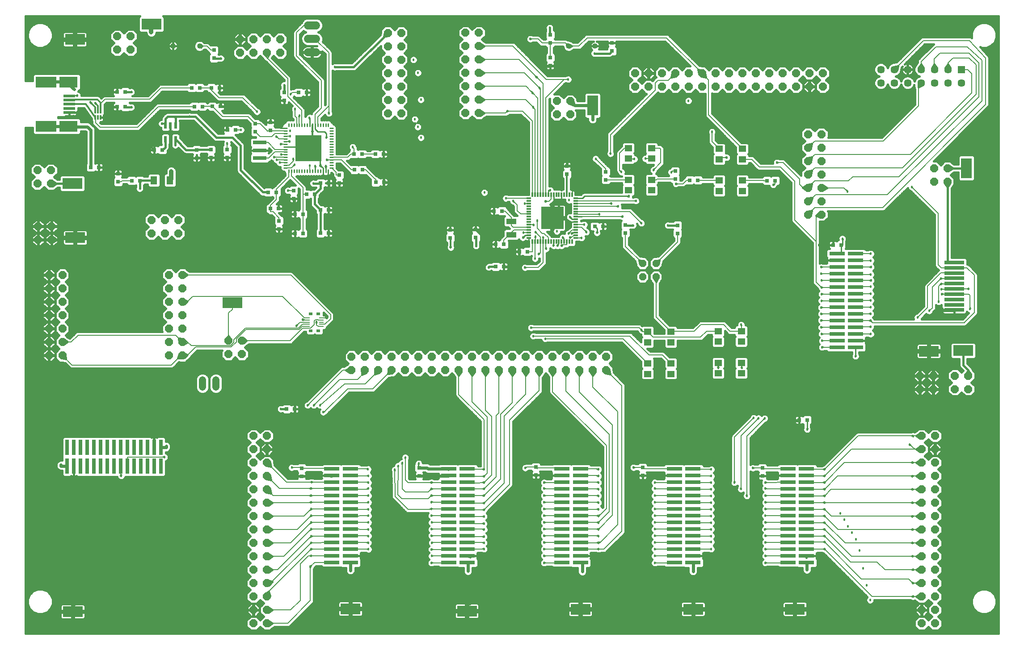
<source format=gtl>
G75*
G70*
%OFA0B0*%
%FSLAX24Y24*%
%IPPOS*%
%LPD*%
%AMOC8*
5,1,8,0,0,1.08239X$1,22.5*
%
%ADD10R,0.0120X0.0319*%
%ADD11R,0.0217X0.0472*%
%ADD12R,0.1378X0.0807*%
%ADD13R,0.1575X0.0807*%
%ADD14R,0.0886X0.0197*%
%ADD15R,0.0315X0.0315*%
%ADD16R,0.0570X0.0570*%
%ADD17C,0.0570*%
%ADD18R,0.1969X0.1969*%
%ADD19C,0.0110*%
%ADD20OC8,0.0600*%
%ADD21R,0.0291X0.1181*%
%ADD22R,0.1181X0.0291*%
%ADD23R,0.1024X0.0315*%
%ADD24R,0.0354X0.0087*%
%ADD25R,0.0315X0.0217*%
%ADD26C,0.0540*%
%ADD27R,0.0320X0.0120*%
%ADD28R,0.0120X0.0320*%
%ADD29R,0.1670X0.1670*%
%ADD30R,0.0748X0.0433*%
%ADD31C,0.0400*%
%ADD32R,0.1500X0.0800*%
%ADD33R,0.0800X0.1500*%
%ADD34R,0.0512X0.0630*%
%ADD35R,0.0551X0.0472*%
%ADD36OC8,0.0540*%
%ADD37C,0.0600*%
%ADD38R,0.1496X0.0276*%
%ADD39C,0.0180*%
%ADD40C,0.0080*%
%ADD41C,0.0150*%
%ADD42C,0.0120*%
%ADD43C,0.0100*%
%ADD44C,0.0098*%
%ADD45C,0.0160*%
%ADD46C,0.0200*%
%ADD47C,0.0240*%
%ADD48C,0.0060*%
%ADD49C,0.0050*%
%ADD50C,0.0320*%
%ADD51C,0.0118*%
D10*
X005584Y039067D03*
X005781Y039067D03*
X005977Y039067D03*
X005977Y039540D03*
X005781Y039540D03*
X005584Y039540D03*
D11*
X010813Y038460D03*
X011187Y038460D03*
X011561Y038460D03*
X011561Y037436D03*
X010813Y037436D03*
D12*
X003581Y038403D03*
X003581Y041710D03*
D13*
X001908Y041710D03*
X001908Y038403D03*
D14*
X003630Y039426D03*
X003630Y039741D03*
X003630Y040056D03*
X003630Y040371D03*
X003630Y040686D03*
D15*
X007207Y040978D03*
X007807Y040978D03*
X007805Y039854D03*
X007205Y039854D03*
X009978Y036643D03*
X010578Y036643D03*
X013129Y036646D03*
X013129Y036046D03*
X014211Y036057D03*
X014211Y036657D03*
X015406Y036673D03*
X015406Y036073D03*
X017518Y037994D03*
X017518Y038594D03*
X018639Y038697D03*
X018639Y038097D03*
X019670Y040325D03*
X019670Y040925D03*
X020749Y040930D03*
X021349Y040930D03*
X016026Y038148D03*
X015426Y038148D03*
X014918Y039887D03*
X014318Y039887D03*
X013567Y039886D03*
X012967Y039886D03*
X012769Y041272D03*
X013369Y041272D03*
X014237Y041277D03*
X014837Y041277D03*
X014425Y043499D03*
X014425Y044099D03*
X024886Y036336D03*
X025486Y036336D03*
X026470Y036336D03*
X027060Y036336D03*
X025505Y035154D03*
X024905Y035154D03*
X023776Y034766D03*
X023776Y034166D03*
X022986Y034166D03*
X022386Y034166D03*
X021931Y033323D03*
X021331Y033323D03*
X020367Y033610D03*
X020367Y033010D03*
X019080Y033480D03*
X018480Y033480D03*
X018644Y032260D03*
X019244Y032260D03*
X020462Y031852D03*
X021062Y031852D03*
X022380Y032154D03*
X022980Y032154D03*
X022976Y030424D03*
X022376Y030424D03*
X021060Y030406D03*
X020460Y030406D03*
X019276Y030748D03*
X019276Y031348D03*
X026499Y034223D03*
X027090Y034223D03*
X032047Y030681D03*
X032047Y030081D03*
X033950Y030087D03*
X033950Y030687D03*
X035442Y029596D03*
X036042Y029596D03*
X037191Y029050D03*
X037791Y029050D03*
X036040Y027922D03*
X035440Y027922D03*
X035313Y032082D03*
X035913Y032082D03*
X040754Y034839D03*
X040754Y035439D03*
X043647Y035013D03*
X043647Y034413D03*
X045109Y031024D03*
X045109Y030424D03*
X043433Y030936D03*
X042833Y030936D03*
X048995Y031017D03*
X048995Y030417D03*
X048825Y034468D03*
X048825Y035068D03*
X049918Y034386D03*
X050518Y034386D03*
X055684Y034347D03*
X056284Y034347D03*
X060605Y029546D03*
X061205Y029546D03*
X058659Y016479D03*
X058059Y016479D03*
X055338Y012897D03*
X055338Y012297D03*
X046395Y012331D03*
X046395Y012931D03*
X038437Y012970D03*
X038437Y012370D03*
X029736Y012315D03*
X029736Y012915D03*
X020986Y012883D03*
X020986Y012283D03*
X020452Y017297D03*
X019852Y017297D03*
X007276Y034266D03*
X007276Y034857D03*
X008303Y034341D03*
X008903Y034341D03*
X005841Y035335D03*
X005241Y035335D03*
X039512Y042923D03*
X039512Y043523D03*
X039508Y044625D03*
X039508Y045225D03*
X044111Y044624D03*
X044111Y044024D03*
D16*
X070161Y042649D03*
D17*
X069161Y042649D03*
X068161Y042649D03*
X067161Y042649D03*
X066161Y042649D03*
X065161Y042649D03*
X064161Y042649D03*
X064161Y041649D03*
X065161Y041649D03*
X066161Y041649D03*
X067161Y041649D03*
X068161Y041649D03*
X069161Y041649D03*
X070161Y041649D03*
D18*
X021475Y036783D03*
D19*
X023085Y036685D02*
X023299Y036685D01*
X023299Y036881D02*
X023085Y036881D01*
X023085Y037078D02*
X023299Y037078D01*
X023299Y037275D02*
X023085Y037275D01*
X023085Y037472D02*
X023299Y037472D01*
X023299Y037669D02*
X023085Y037669D01*
X023085Y037866D02*
X023299Y037866D01*
X023299Y038063D02*
X023085Y038063D01*
X023085Y038259D02*
X023299Y038259D01*
X022952Y038393D02*
X022952Y038607D01*
X022755Y038607D02*
X022755Y038393D01*
X022558Y038393D02*
X022558Y038607D01*
X022361Y038607D02*
X022361Y038393D01*
X022164Y038393D02*
X022164Y038607D01*
X021967Y038607D02*
X021967Y038393D01*
X021770Y038393D02*
X021770Y038607D01*
X021574Y038607D02*
X021574Y038393D01*
X021377Y038393D02*
X021377Y038607D01*
X021180Y038607D02*
X021180Y038393D01*
X020983Y038393D02*
X020983Y038607D01*
X020786Y038607D02*
X020786Y038393D01*
X020589Y038393D02*
X020589Y038607D01*
X020392Y038607D02*
X020392Y038393D01*
X020196Y038393D02*
X020196Y038607D01*
X019999Y038607D02*
X019999Y038393D01*
X019866Y038259D02*
X019652Y038259D01*
X019652Y038063D02*
X019866Y038063D01*
X019866Y037866D02*
X019652Y037866D01*
X019652Y037669D02*
X019866Y037669D01*
X019866Y037472D02*
X019652Y037472D01*
X019652Y037275D02*
X019866Y037275D01*
X019866Y037078D02*
X019652Y037078D01*
X019652Y036881D02*
X019866Y036881D01*
X019866Y036685D02*
X019652Y036685D01*
X019652Y036488D02*
X019866Y036488D01*
X019866Y036291D02*
X019652Y036291D01*
X019652Y036094D02*
X019866Y036094D01*
X019866Y035897D02*
X019652Y035897D01*
X019652Y035700D02*
X019866Y035700D01*
X019866Y035503D02*
X019652Y035503D01*
X019652Y035307D02*
X019866Y035307D01*
X019999Y035173D02*
X019999Y034959D01*
X020196Y034959D02*
X020196Y035173D01*
X020392Y035173D02*
X020392Y034959D01*
X020589Y034959D02*
X020589Y035173D01*
X020786Y035173D02*
X020786Y034959D01*
X020983Y034959D02*
X020983Y035173D01*
X021180Y035173D02*
X021180Y034959D01*
X021377Y034959D02*
X021377Y035173D01*
X021574Y035173D02*
X021574Y034959D01*
X021770Y034959D02*
X021770Y035173D01*
X021967Y035173D02*
X021967Y034959D01*
X022164Y034959D02*
X022164Y035173D01*
X022361Y035173D02*
X022361Y034959D01*
X022558Y034959D02*
X022558Y035173D01*
X022755Y035173D02*
X022755Y034959D01*
X022952Y034959D02*
X022952Y035173D01*
X023085Y035307D02*
X023299Y035307D01*
X023299Y035503D02*
X023085Y035503D01*
X023085Y035700D02*
X023299Y035700D01*
X023299Y035897D02*
X023085Y035897D01*
X023085Y036094D02*
X023299Y036094D01*
X023299Y036291D02*
X023085Y036291D01*
X023085Y036488D02*
X023299Y036488D01*
D20*
X027390Y039373D03*
X028390Y039373D03*
X028390Y040373D03*
X027390Y040373D03*
X027390Y041373D03*
X028390Y041373D03*
X028390Y042373D03*
X027390Y042373D03*
X027390Y043373D03*
X028390Y043373D03*
X028390Y044373D03*
X027390Y044373D03*
X027390Y045373D03*
X028390Y045373D03*
X033174Y045394D03*
X034174Y045394D03*
X034174Y044394D03*
X033174Y044394D03*
X033174Y043394D03*
X034174Y043394D03*
X034174Y042394D03*
X033174Y042394D03*
X033174Y041394D03*
X034174Y041394D03*
X034174Y040394D03*
X033174Y040394D03*
X033174Y039394D03*
X034174Y039394D03*
X039992Y039292D03*
X040992Y039292D03*
X040992Y040292D03*
X039992Y040292D03*
X045833Y041365D03*
X046833Y041365D03*
X047833Y041365D03*
X048833Y041365D03*
X049833Y041365D03*
X050833Y041365D03*
X051833Y041365D03*
X052833Y041365D03*
X053833Y041365D03*
X054833Y041365D03*
X055833Y041365D03*
X056833Y041365D03*
X057833Y041365D03*
X058833Y041365D03*
X059833Y041365D03*
X059833Y042365D03*
X058833Y042365D03*
X057833Y042365D03*
X056833Y042365D03*
X055833Y042365D03*
X054833Y042365D03*
X053833Y042365D03*
X052833Y042365D03*
X051833Y042365D03*
X050833Y042365D03*
X049833Y042365D03*
X048833Y042365D03*
X047833Y042365D03*
X046833Y042365D03*
X045833Y042365D03*
X058732Y037817D03*
X059732Y037817D03*
X059732Y036817D03*
X058732Y036817D03*
X058732Y035817D03*
X059732Y035817D03*
X059732Y034817D03*
X058732Y034817D03*
X058732Y033817D03*
X059732Y033817D03*
X059732Y032817D03*
X058732Y032817D03*
X058732Y031817D03*
X059732Y031817D03*
X068128Y034275D03*
X069128Y034275D03*
X069128Y035275D03*
X068128Y035275D03*
X068070Y019769D03*
X067070Y019769D03*
X067070Y018769D03*
X068070Y018769D03*
X069676Y018785D03*
X070676Y018785D03*
X070676Y019785D03*
X069676Y019785D03*
X068204Y015290D03*
X067204Y015290D03*
X067204Y014290D03*
X068204Y014290D03*
X068204Y013290D03*
X067204Y013290D03*
X067204Y012290D03*
X068204Y012290D03*
X068204Y011290D03*
X067204Y011290D03*
X067204Y010290D03*
X068204Y010290D03*
X068204Y009290D03*
X067204Y009290D03*
X067204Y008290D03*
X068204Y008290D03*
X068204Y007290D03*
X067204Y007290D03*
X067204Y006290D03*
X068204Y006290D03*
X068204Y005290D03*
X067204Y005290D03*
X067204Y004290D03*
X068204Y004290D03*
X068204Y003290D03*
X067204Y003290D03*
X067204Y002290D03*
X068204Y002290D03*
X068204Y001290D03*
X067204Y001290D03*
X043681Y020200D03*
X042681Y020200D03*
X041681Y020200D03*
X040681Y020200D03*
X039681Y020200D03*
X038681Y020200D03*
X037681Y020200D03*
X036681Y020200D03*
X035681Y020200D03*
X034681Y020200D03*
X033681Y020200D03*
X032681Y020200D03*
X031681Y020200D03*
X030681Y020200D03*
X029681Y020200D03*
X028681Y020200D03*
X027681Y020200D03*
X026681Y020200D03*
X025681Y020200D03*
X024681Y020200D03*
X024681Y021200D03*
X025681Y021200D03*
X026681Y021200D03*
X027681Y021200D03*
X028681Y021200D03*
X029681Y021200D03*
X030681Y021200D03*
X031681Y021200D03*
X032681Y021200D03*
X033681Y021200D03*
X034681Y021200D03*
X035681Y021200D03*
X036681Y021200D03*
X037681Y021200D03*
X038681Y021200D03*
X039681Y021200D03*
X040681Y021200D03*
X041681Y021200D03*
X042681Y021200D03*
X043681Y021200D03*
X018376Y015290D03*
X018376Y014290D03*
X018376Y013290D03*
X018376Y012290D03*
X018376Y011290D03*
X017376Y011290D03*
X017376Y012290D03*
X017376Y013290D03*
X017376Y014290D03*
X017376Y015290D03*
X017376Y010290D03*
X017376Y009290D03*
X017376Y008290D03*
X017376Y007290D03*
X017376Y006290D03*
X017376Y005290D03*
X017376Y004290D03*
X017376Y003290D03*
X018376Y003290D03*
X018376Y004290D03*
X018376Y005290D03*
X018376Y006290D03*
X018376Y007290D03*
X018376Y008290D03*
X018376Y009290D03*
X018376Y010290D03*
X018376Y002290D03*
X018376Y001290D03*
X017376Y001290D03*
X017376Y002290D03*
X016505Y021396D03*
X015505Y021396D03*
X015505Y022396D03*
X016505Y022396D03*
X012075Y022300D03*
X011075Y022300D03*
X011075Y021300D03*
X012075Y021300D03*
X012075Y023300D03*
X011075Y023300D03*
X011075Y024300D03*
X012075Y024300D03*
X012075Y025300D03*
X011075Y025300D03*
X011075Y026300D03*
X012075Y026300D03*
X012075Y027300D03*
X011075Y027300D03*
X010765Y030405D03*
X009765Y030405D03*
X009765Y031405D03*
X010765Y031405D03*
X011765Y031405D03*
X011765Y030405D03*
X003128Y027300D03*
X002128Y027300D03*
X002128Y026300D03*
X002128Y025300D03*
X002128Y024300D03*
X002128Y023300D03*
X002128Y022300D03*
X002128Y021300D03*
X003128Y021300D03*
X003128Y022300D03*
X003128Y023300D03*
X003128Y024300D03*
X003128Y025300D03*
X003128Y026300D03*
X002319Y029944D03*
X002319Y030944D03*
X001319Y030944D03*
X001319Y029944D03*
X001265Y034122D03*
X002265Y034122D03*
X002265Y035122D03*
X001265Y035122D03*
X007210Y044126D03*
X008210Y044126D03*
X008210Y045126D03*
X007210Y045126D03*
X016374Y044899D03*
X017374Y044899D03*
X017374Y043899D03*
X016374Y043899D03*
X018374Y043899D03*
X019374Y043899D03*
X019374Y044899D03*
X018374Y044899D03*
D21*
X010463Y014429D03*
X009963Y014429D03*
X009463Y014429D03*
X008963Y014429D03*
X008463Y014429D03*
X007963Y014429D03*
X007463Y014429D03*
X006963Y014436D03*
X006463Y014429D03*
X005963Y014429D03*
X005479Y014429D03*
X004963Y014429D03*
X004463Y014429D03*
X003971Y014429D03*
X003471Y014429D03*
X003463Y013047D03*
X003963Y013047D03*
X004463Y013047D03*
X004963Y013047D03*
X005463Y013047D03*
X005963Y013047D03*
X006463Y013047D03*
X006963Y013047D03*
X007463Y013047D03*
X007963Y013047D03*
X008463Y013047D03*
X008963Y013047D03*
X009463Y013047D03*
X009963Y013047D03*
X010463Y013047D03*
D22*
X023218Y012822D03*
X023218Y012322D03*
X023218Y011822D03*
X023218Y011322D03*
X023218Y010822D03*
X023218Y010322D03*
X023218Y009822D03*
X023210Y009322D03*
X023218Y008822D03*
X023218Y008322D03*
X023218Y007838D03*
X023218Y007322D03*
X023218Y006822D03*
X023218Y006330D03*
X023218Y005830D03*
X024600Y005822D03*
X024600Y006322D03*
X024600Y006822D03*
X024600Y007322D03*
X024600Y007822D03*
X024600Y008322D03*
X024600Y008822D03*
X024600Y009322D03*
X024600Y009822D03*
X024600Y010322D03*
X024600Y010822D03*
X024600Y011322D03*
X024600Y011822D03*
X024600Y012322D03*
X024600Y012822D03*
X031924Y012822D03*
X031924Y012322D03*
X031924Y011822D03*
X031924Y011322D03*
X031924Y010822D03*
X031924Y010322D03*
X031924Y009822D03*
X031917Y009322D03*
X031924Y008822D03*
X031924Y008322D03*
X031924Y007838D03*
X031924Y007322D03*
X031924Y006822D03*
X031924Y006330D03*
X031924Y005830D03*
X033306Y005822D03*
X033306Y006322D03*
X033306Y006822D03*
X033306Y007322D03*
X033306Y007822D03*
X033306Y008322D03*
X033306Y008822D03*
X033306Y009322D03*
X033306Y009822D03*
X033306Y010322D03*
X033306Y010822D03*
X033306Y011322D03*
X033306Y011822D03*
X033306Y012322D03*
X033306Y012822D03*
X040376Y012822D03*
X040376Y012322D03*
X040376Y011822D03*
X040376Y011322D03*
X040376Y010822D03*
X041758Y010822D03*
X041758Y011322D03*
X041758Y011822D03*
X041758Y012322D03*
X041758Y012822D03*
X041758Y010322D03*
X041758Y009822D03*
X041758Y009322D03*
X041758Y008822D03*
X041758Y008322D03*
X041758Y007822D03*
X041758Y007322D03*
X041758Y006822D03*
X041758Y006322D03*
X041758Y005822D03*
X040376Y005830D03*
X040376Y006330D03*
X040376Y006822D03*
X040376Y007322D03*
X040376Y007838D03*
X040376Y008322D03*
X040376Y008822D03*
X040368Y009322D03*
X040376Y009822D03*
X040376Y010322D03*
X048771Y010322D03*
X048771Y009822D03*
X048763Y009322D03*
X048771Y008822D03*
X048771Y008322D03*
X048771Y007838D03*
X048771Y007322D03*
X048771Y006822D03*
X048771Y006330D03*
X048771Y005830D03*
X050152Y005822D03*
X050152Y006322D03*
X050152Y006822D03*
X050152Y007322D03*
X050152Y007822D03*
X050152Y008322D03*
X050152Y008822D03*
X050152Y009322D03*
X050152Y009822D03*
X050152Y010322D03*
X050152Y010822D03*
X050152Y011322D03*
X050152Y011822D03*
X050152Y012322D03*
X050152Y012822D03*
X048771Y012822D03*
X048771Y012322D03*
X048771Y011822D03*
X048771Y011322D03*
X048771Y010822D03*
X057238Y010822D03*
X057238Y011322D03*
X057238Y011822D03*
X057238Y012322D03*
X057238Y012822D03*
X058620Y012822D03*
X058620Y012322D03*
X058620Y011822D03*
X058620Y011322D03*
X058620Y010822D03*
X058620Y010322D03*
X058620Y009822D03*
X058620Y009322D03*
X058620Y008822D03*
X058620Y008322D03*
X058620Y007822D03*
X058620Y007322D03*
X058620Y006822D03*
X058620Y006322D03*
X058620Y005822D03*
X057238Y005830D03*
X057238Y006330D03*
X057238Y006822D03*
X057238Y007322D03*
X057238Y007838D03*
X057238Y008322D03*
X057238Y008822D03*
X057230Y009322D03*
X057238Y009822D03*
X057238Y010322D03*
X060889Y021900D03*
X060889Y022400D03*
X060889Y022892D03*
X060889Y023392D03*
X060889Y023908D03*
X060889Y024392D03*
X060889Y024892D03*
X062271Y024892D03*
X062271Y024392D03*
X062271Y023892D03*
X062271Y023392D03*
X062271Y022892D03*
X062271Y022392D03*
X062271Y021892D03*
X062271Y025392D03*
X062271Y025892D03*
X062271Y026392D03*
X062271Y026892D03*
X062271Y027392D03*
X062271Y027892D03*
X062271Y028392D03*
X062271Y028892D03*
X060889Y028892D03*
X060889Y028392D03*
X060889Y027892D03*
X060889Y027392D03*
X060889Y026892D03*
X060889Y026392D03*
X060889Y025892D03*
X060881Y025392D03*
D23*
X017840Y036022D03*
X017840Y036612D03*
X017840Y037203D03*
D24*
X021411Y024092D03*
X021411Y023934D03*
X021411Y023777D03*
X021411Y023620D03*
X021411Y023462D03*
X022446Y023462D03*
X022446Y023620D03*
X022446Y023777D03*
X022446Y023934D03*
X022446Y024092D03*
D25*
X022220Y024407D03*
X021637Y024407D03*
X021637Y023147D03*
X022220Y023147D03*
D26*
X014570Y019477D02*
X014570Y018937D01*
X013570Y018937D02*
X013570Y019477D01*
D27*
X037901Y030074D03*
X037901Y030274D03*
X037901Y030474D03*
X037901Y030664D03*
X037901Y030864D03*
X037901Y031064D03*
X037901Y031254D03*
X037901Y031454D03*
X037901Y031654D03*
X037901Y031854D03*
X037901Y032044D03*
X037901Y032244D03*
X037901Y032444D03*
X037901Y032634D03*
X037901Y032834D03*
X037901Y033034D03*
X041421Y033034D03*
X041421Y032834D03*
X041421Y032634D03*
X041421Y032444D03*
X041421Y032244D03*
X041421Y032044D03*
X041421Y031854D03*
X041421Y031654D03*
X041421Y031454D03*
X041421Y031254D03*
X041421Y031064D03*
X041421Y030864D03*
X041421Y030664D03*
X041421Y030474D03*
X041421Y030274D03*
X041421Y030074D03*
D28*
X041141Y029794D03*
X040941Y029794D03*
X040741Y029794D03*
X040551Y029794D03*
X040351Y029794D03*
X040151Y029794D03*
X039961Y029794D03*
X039761Y029794D03*
X039561Y029794D03*
X039361Y029794D03*
X039171Y029794D03*
X038971Y029794D03*
X038771Y029794D03*
X038581Y029794D03*
X038381Y029794D03*
X038181Y029794D03*
X038181Y033314D03*
X038381Y033314D03*
X038581Y033314D03*
X038771Y033314D03*
X038971Y033314D03*
X039171Y033314D03*
X039361Y033314D03*
X039561Y033314D03*
X039761Y033314D03*
X039961Y033314D03*
X040151Y033314D03*
X040351Y033314D03*
X040551Y033314D03*
X040741Y033314D03*
X040941Y033314D03*
X041141Y033314D03*
D29*
X039661Y031554D03*
D30*
X036595Y031296D03*
X036595Y030312D03*
D31*
X040881Y044394D03*
X042850Y044394D03*
X013355Y044394D03*
X011387Y044394D03*
D32*
X009775Y046023D03*
X004056Y044889D03*
X003865Y034143D03*
X004079Y030090D03*
X015798Y025223D03*
X024603Y002382D03*
X033294Y002212D03*
X041757Y002352D03*
X050165Y002352D03*
X057745Y002352D03*
X067740Y021615D03*
X070300Y021657D03*
X003898Y002163D03*
D33*
X042665Y039956D03*
X070548Y035283D03*
D34*
X011153Y034369D03*
X009953Y034369D03*
D35*
X045324Y034419D03*
X045324Y033632D03*
X047056Y033632D03*
X047056Y034419D03*
X047056Y035994D03*
X047056Y036782D03*
X045324Y036782D03*
X045324Y035994D03*
X052117Y035937D03*
X052117Y036725D03*
X053850Y036725D03*
X053850Y035937D03*
X053850Y034362D03*
X053850Y033575D03*
X052117Y033575D03*
X052117Y034362D03*
X052022Y023108D03*
X052022Y022321D03*
X052022Y020746D03*
X052022Y019959D03*
X053755Y019959D03*
X053755Y020746D03*
X053755Y022321D03*
X053755Y023108D03*
X048507Y023064D03*
X048507Y022276D03*
X048507Y020702D03*
X048507Y019914D03*
X046775Y019914D03*
X046775Y020702D03*
X046775Y022276D03*
X046775Y023064D03*
D36*
X046393Y027160D03*
X047393Y027160D03*
X047393Y028160D03*
X046393Y028160D03*
D37*
X022043Y043944D02*
X021443Y043944D01*
X021443Y044944D02*
X022043Y044944D01*
X022043Y045944D02*
X021443Y045944D01*
D38*
X069645Y028236D03*
X069645Y027842D03*
X069645Y027448D03*
X069645Y027054D03*
X069645Y026661D03*
X069645Y026267D03*
X069645Y025873D03*
X069645Y025480D03*
X069645Y025086D03*
X069645Y024692D03*
D39*
X068646Y024643D03*
X068470Y025307D03*
X067760Y024627D03*
X066900Y024137D03*
X068710Y025877D03*
X068670Y026247D03*
X068660Y026647D03*
X068640Y027037D03*
X070700Y026267D03*
X070810Y024767D03*
X063410Y024887D03*
X063390Y024407D03*
X063390Y023897D03*
X063390Y023437D03*
X063410Y022887D03*
X063400Y022387D03*
X062282Y021237D03*
X059780Y021907D03*
X059770Y022387D03*
X059740Y022887D03*
X059720Y023387D03*
X059710Y023917D03*
X059720Y024387D03*
X059710Y024877D03*
X059730Y025377D03*
X059740Y025877D03*
X059750Y026367D03*
X059730Y026897D03*
X059700Y027387D03*
X059710Y027887D03*
X059551Y029546D03*
X061298Y030013D03*
X063420Y028897D03*
X063420Y028377D03*
X063430Y027887D03*
X063420Y027347D03*
X063430Y026887D03*
X063420Y026437D03*
X063420Y025907D03*
X063410Y025407D03*
X053750Y023597D03*
X053802Y020368D03*
X052044Y020369D03*
X046310Y023187D03*
X039130Y022537D03*
X038230Y022737D03*
X038080Y023367D03*
X037620Y027857D03*
X038370Y028527D03*
X038650Y028857D03*
X039190Y029267D03*
X039752Y029489D03*
X040053Y029493D03*
X040354Y029490D03*
X040435Y030105D03*
X040972Y030095D03*
X040882Y030408D03*
X041117Y030392D03*
X041840Y030077D03*
X042200Y030517D03*
X042990Y030457D03*
X043471Y030477D03*
X042050Y031067D03*
X043180Y031847D03*
X044070Y032647D03*
X044570Y032427D03*
X045370Y033187D03*
X045890Y032837D03*
X044900Y031657D03*
X045677Y031013D03*
X046300Y031177D03*
X048287Y031013D03*
X048878Y034108D03*
X048523Y034982D03*
X047210Y035147D03*
X046600Y035997D03*
X045780Y035957D03*
X044810Y034987D03*
X044000Y036367D03*
X042900Y035977D03*
X041158Y035445D03*
X041160Y033647D03*
X040920Y032887D03*
X040140Y032827D03*
X039132Y032806D03*
X039493Y033623D03*
X037599Y032634D03*
X036748Y032827D03*
X036189Y033034D03*
X034862Y032087D03*
X033953Y031124D03*
X032043Y031151D03*
X032079Y029364D03*
X033971Y029478D03*
X035010Y029599D03*
X034906Y027875D03*
X036494Y027926D03*
X037138Y029483D03*
X037748Y029663D03*
X037456Y030096D03*
X037502Y030469D03*
X038410Y030517D03*
X038390Y030167D03*
X038980Y030107D03*
X040000Y030567D03*
X040967Y031266D03*
X040970Y031637D03*
X038540Y031367D03*
X038286Y031051D03*
X034590Y033467D03*
X029860Y037567D03*
X029630Y038357D03*
X029410Y038937D03*
X029860Y040394D03*
X029640Y042394D03*
X029310Y043373D03*
X023445Y042830D03*
X021891Y040923D03*
X020134Y040795D03*
X019662Y041480D03*
X019666Y039829D03*
X020470Y039697D03*
X020794Y039190D03*
X021545Y039050D03*
X022990Y039377D03*
X021771Y038047D03*
X022810Y037557D03*
X024770Y036857D03*
X022840Y035897D03*
X022758Y035431D03*
X022354Y035471D03*
X021969Y035452D03*
X021570Y035477D03*
X020429Y035529D03*
X020350Y035979D03*
X019426Y036297D03*
X019102Y035887D03*
X018916Y036104D03*
X019333Y035688D03*
X019410Y037077D03*
X020070Y037277D03*
X020110Y037667D03*
X020120Y038057D03*
X019080Y037647D03*
X018646Y039078D03*
X017640Y039490D03*
X016450Y038137D03*
X015361Y038684D03*
X015483Y039844D03*
X015407Y041265D03*
X012605Y039142D03*
X011184Y037952D03*
X010535Y038602D03*
X009457Y037438D03*
X011540Y036987D03*
X011240Y035047D03*
X008895Y033754D03*
X007622Y034872D03*
X005863Y034867D03*
X004988Y038381D03*
X003943Y039169D03*
X005216Y040188D03*
X005579Y040130D03*
X006761Y039860D03*
X008266Y039821D03*
X008258Y040981D03*
X006746Y041016D03*
X004233Y040690D03*
X003994Y041158D03*
X009750Y045437D03*
X014941Y043478D03*
X015410Y037127D03*
X016983Y036409D03*
X015432Y035534D03*
X014228Y035470D03*
X019940Y033607D03*
X021836Y034148D03*
X022975Y032620D03*
X024214Y034151D03*
X027401Y034223D03*
X027444Y036315D03*
X019989Y031886D03*
X020038Y030410D03*
X019268Y030330D03*
X023455Y030416D03*
X022875Y024096D03*
X022071Y023792D03*
X021045Y023971D03*
X020587Y023519D03*
X020460Y017747D03*
X019412Y017295D03*
X021420Y017577D03*
X021880Y017577D03*
X022330Y017577D03*
X022570Y017057D03*
X028457Y013267D03*
X028157Y013042D03*
X027917Y012762D03*
X029170Y012587D03*
X029692Y013225D03*
X028700Y013677D03*
X030650Y011807D03*
X030647Y011327D03*
X030647Y010832D03*
X030637Y010342D03*
X030637Y009842D03*
X030637Y009332D03*
X030657Y008822D03*
X030650Y008321D03*
X030650Y007827D03*
X030670Y007317D03*
X030651Y006816D03*
X030660Y006323D03*
X030650Y005807D03*
X033373Y005195D03*
X034570Y006316D03*
X034570Y006847D03*
X034560Y007297D03*
X034570Y007754D03*
X034580Y008292D03*
X034570Y008749D03*
X034570Y009272D03*
X034570Y009772D03*
X034570Y010272D03*
X034570Y010822D03*
X034570Y011337D03*
X034570Y011807D03*
X034570Y012267D03*
X034570Y012787D03*
X037642Y012900D03*
X037660Y012337D03*
X039040Y011807D03*
X039040Y011367D03*
X039040Y010832D03*
X039040Y010332D03*
X039040Y009832D03*
X039040Y009332D03*
X039047Y008832D03*
X039040Y008332D03*
X039040Y007832D03*
X039040Y007327D03*
X039047Y006835D03*
X039047Y006332D03*
X039050Y005807D03*
X041897Y005159D03*
X043100Y006306D03*
X043100Y006837D03*
X043090Y007317D03*
X043100Y007810D03*
X043100Y008312D03*
X043100Y008819D03*
X043100Y009307D03*
X043100Y009807D03*
X043100Y010307D03*
X043100Y010807D03*
X043100Y011307D03*
X043100Y011807D03*
X043100Y012287D03*
X043100Y012787D03*
X045712Y012930D03*
X045710Y012337D03*
X047290Y011807D03*
X047290Y011357D03*
X047290Y010822D03*
X047290Y010322D03*
X047290Y009822D03*
X047290Y009322D03*
X047290Y008822D03*
X047290Y008322D03*
X047290Y007822D03*
X047290Y007327D03*
X047297Y006825D03*
X047297Y006322D03*
X047297Y005807D03*
X050156Y005166D03*
X051520Y006306D03*
X051520Y006837D03*
X051520Y007367D03*
X051520Y007810D03*
X051520Y008312D03*
X051520Y008819D03*
X051520Y009307D03*
X051520Y009807D03*
X051520Y010307D03*
X051520Y010807D03*
X051520Y011307D03*
X051520Y011807D03*
X051520Y012287D03*
X051520Y012787D03*
X053250Y011807D03*
X053730Y011327D03*
X054160Y010807D03*
X055540Y010822D03*
X055540Y011357D03*
X055540Y011807D03*
X054500Y012307D03*
X054612Y012890D03*
X055540Y010322D03*
X055540Y009822D03*
X055530Y009337D03*
X055540Y008827D03*
X055520Y008317D03*
X055540Y007822D03*
X055540Y007337D03*
X055547Y006825D03*
X055547Y006322D03*
X055550Y005817D03*
X058646Y005296D03*
X059960Y006306D03*
X059960Y006837D03*
X059960Y007367D03*
X059960Y007810D03*
X059960Y008312D03*
X059960Y008819D03*
X059960Y009307D03*
X059960Y009807D03*
X059960Y010307D03*
X059960Y010807D03*
X059960Y011307D03*
X059960Y011807D03*
X059960Y012287D03*
X059960Y012787D03*
X058663Y015783D03*
X057450Y016406D03*
X055490Y016587D03*
X055030Y016607D03*
X054680Y016637D03*
X061150Y009517D03*
X061440Y009037D03*
X061720Y008527D03*
X062010Y008077D03*
X062310Y007557D03*
X062555Y006742D03*
X062850Y005417D03*
X063095Y004132D03*
X063365Y003032D03*
X066560Y003287D03*
X066550Y004297D03*
X066560Y005290D03*
X066530Y006302D03*
X066520Y007289D03*
X066530Y008287D03*
X066510Y009277D03*
X066510Y010297D03*
X066520Y011287D03*
X066520Y012277D03*
X066510Y013287D03*
X066320Y014637D03*
X066560Y015283D03*
X058814Y002374D03*
X051120Y002357D03*
X041757Y002912D03*
X033515Y002757D03*
X025950Y006327D03*
X025950Y006827D03*
X025940Y007317D03*
X025950Y007810D03*
X025950Y008312D03*
X025950Y008827D03*
X025950Y009327D03*
X025950Y009807D03*
X025950Y010327D03*
X025950Y010827D03*
X025950Y011357D03*
X025950Y011807D03*
X025950Y012307D03*
X025920Y012807D03*
X021710Y011837D03*
X021670Y011357D03*
X021670Y010827D03*
X021670Y010327D03*
X021670Y009822D03*
X021670Y009327D03*
X021670Y008822D03*
X021670Y008322D03*
X021680Y007787D03*
X021670Y007317D03*
X021671Y006826D03*
X021677Y006327D03*
X021620Y005527D03*
X024610Y005237D03*
X025570Y002367D03*
X020222Y012925D03*
X010860Y014537D03*
X010736Y013712D03*
X009928Y015554D03*
X007518Y012311D03*
X003950Y011965D03*
X003020Y013127D03*
X004047Y002704D03*
X052670Y036077D03*
X051570Y037987D03*
X049814Y040310D03*
X042660Y038900D03*
X038235Y039822D03*
X038180Y040917D03*
X038715Y041262D03*
X038495Y042072D03*
X038993Y042864D03*
X040850Y041907D03*
X042794Y043850D03*
X039464Y045770D03*
X038010Y044927D03*
X036310Y039537D03*
X056410Y035697D03*
X056143Y034046D03*
X061680Y033547D03*
X066470Y033877D03*
D40*
X066448Y033832D01*
X066576Y033771D01*
X066515Y033898D01*
X066470Y033877D01*
X066448Y033832D01*
X066576Y033771D01*
X066515Y033898D01*
X066470Y033877D01*
X066448Y033832D01*
X066576Y033771D01*
X066515Y033898D01*
X066470Y033877D01*
X066448Y033832D01*
X066576Y033771D01*
X066515Y033898D01*
X066470Y033877D01*
X068430Y031917D01*
X068430Y028077D01*
X068665Y027842D01*
X069645Y027842D01*
X070575Y027842D01*
X071130Y027287D01*
X071130Y024497D01*
X070400Y023767D01*
X070400Y023747D01*
X063540Y023747D01*
X063390Y023897D01*
X063368Y023852D01*
X063496Y023791D01*
X063435Y023918D01*
X063390Y023897D01*
X063368Y023852D01*
X063496Y023791D01*
X063435Y023918D01*
X063390Y023897D01*
X063373Y023944D01*
X063240Y023897D01*
X063373Y023850D01*
X063390Y023897D01*
X063373Y023944D01*
X063240Y023897D01*
X063373Y023850D01*
X063390Y023897D01*
X063368Y023852D01*
X063496Y023791D01*
X063435Y023918D01*
X063390Y023897D01*
X063373Y023944D01*
X063240Y023897D01*
X063373Y023850D01*
X063390Y023897D01*
X063368Y023852D01*
X063496Y023791D01*
X063435Y023918D01*
X063390Y023897D01*
X063373Y023944D01*
X063240Y023897D01*
X063373Y023850D01*
X063390Y023897D01*
X062281Y023897D01*
X062279Y023899D01*
X062271Y023892D01*
X062279Y023899D02*
X062480Y023899D01*
X062496Y023883D01*
X062316Y023437D02*
X063390Y023437D01*
X063373Y023484D01*
X063240Y023437D01*
X063373Y023390D01*
X063390Y023437D01*
X063373Y023484D01*
X063240Y023437D01*
X063373Y023390D01*
X063390Y023437D01*
X063373Y023484D01*
X063240Y023437D01*
X063373Y023390D01*
X063390Y023437D01*
X063373Y023484D01*
X063240Y023437D01*
X063373Y023390D01*
X063390Y023437D01*
X063393Y022934D02*
X063410Y022887D01*
X063393Y022840D01*
X063260Y022887D01*
X063393Y022934D01*
X063410Y022887D01*
X063393Y022840D01*
X063260Y022887D01*
X063393Y022934D01*
X063410Y022887D01*
X063393Y022840D01*
X063260Y022887D01*
X063393Y022934D01*
X063410Y022887D01*
X063393Y022840D01*
X063260Y022887D01*
X063393Y022934D01*
X063410Y022887D02*
X062276Y022887D01*
X062271Y022892D01*
X062271Y023392D02*
X062316Y023437D01*
X060889Y023392D02*
X060884Y023387D01*
X059720Y023387D01*
X059736Y023340D01*
X059870Y023387D01*
X059736Y023340D01*
X059720Y023387D01*
X059736Y023434D01*
X059870Y023387D01*
X059736Y023434D01*
X059720Y023387D01*
X059736Y023340D01*
X059870Y023387D01*
X059736Y023340D01*
X059720Y023387D01*
X059736Y023434D01*
X059870Y023387D01*
X059736Y023434D01*
X059720Y023387D01*
X059756Y022934D02*
X059740Y022887D01*
X059756Y022840D01*
X059890Y022887D01*
X059756Y022840D01*
X059740Y022887D01*
X059756Y022934D01*
X059890Y022887D01*
X059756Y022934D01*
X059890Y022887D01*
X059756Y022840D01*
X059890Y022887D01*
X059756Y022934D01*
X059740Y022887D01*
X059756Y022840D01*
X059740Y022887D01*
X059756Y022934D01*
X059740Y022887D02*
X060884Y022887D01*
X060889Y022892D01*
X060889Y022400D02*
X060876Y022387D01*
X059770Y022387D01*
X059786Y022340D01*
X059920Y022387D01*
X059786Y022340D01*
X059770Y022387D01*
X059786Y022434D01*
X059920Y022387D01*
X059786Y022434D01*
X059770Y022387D01*
X059786Y022340D01*
X059920Y022387D01*
X059786Y022340D01*
X059770Y022387D01*
X059786Y022434D01*
X059920Y022387D01*
X059786Y022434D01*
X059770Y022387D01*
X059796Y021954D02*
X059780Y021907D01*
X059796Y021860D01*
X059930Y021907D01*
X059796Y021860D01*
X059780Y021907D01*
X059796Y021954D01*
X059930Y021907D01*
X059796Y021954D01*
X059930Y021907D01*
X059796Y021860D01*
X059930Y021907D01*
X059796Y021954D01*
X059780Y021907D01*
X059796Y021860D01*
X059780Y021907D01*
X059796Y021954D01*
X059780Y021907D02*
X060882Y021907D01*
X060889Y021900D01*
X060889Y023908D02*
X060880Y023917D01*
X059710Y023917D01*
X059726Y023870D01*
X059860Y023917D01*
X059726Y023870D01*
X059710Y023917D01*
X059726Y023964D01*
X059860Y023917D01*
X059726Y023964D01*
X059710Y023917D01*
X059726Y023870D01*
X059860Y023917D01*
X059726Y023870D01*
X059710Y023917D01*
X059726Y023964D01*
X059860Y023917D01*
X059726Y023964D01*
X059710Y023917D01*
X059736Y024340D02*
X059720Y024387D01*
X059736Y024434D01*
X059870Y024387D01*
X059736Y024340D01*
X059870Y024387D01*
X059736Y024434D01*
X059720Y024387D01*
X059736Y024340D01*
X059870Y024387D01*
X059736Y024340D01*
X059720Y024387D01*
X059736Y024434D01*
X059870Y024387D01*
X059736Y024434D01*
X059720Y024387D01*
X059736Y024340D01*
X059720Y024387D02*
X060884Y024387D01*
X060889Y024392D01*
X060874Y024877D02*
X059710Y024877D01*
X059726Y024830D01*
X059860Y024877D01*
X059726Y024830D01*
X059710Y024877D01*
X059726Y024924D01*
X059860Y024877D01*
X059726Y024924D01*
X059710Y024877D01*
X059726Y024830D01*
X059860Y024877D01*
X059726Y024830D01*
X059710Y024877D01*
X059726Y024924D01*
X059860Y024877D01*
X059726Y024924D01*
X059710Y024877D01*
X059747Y025330D02*
X059730Y025377D01*
X059746Y025424D01*
X059880Y025379D01*
X059747Y025330D01*
X059730Y025377D01*
X059746Y025424D01*
X059880Y025379D01*
X059747Y025330D01*
X059730Y025377D01*
X059746Y025424D01*
X059880Y025379D01*
X059747Y025330D01*
X059730Y025377D01*
X059746Y025424D01*
X059880Y025379D01*
X059747Y025330D01*
X059730Y025377D02*
X060881Y025392D01*
X060889Y025892D02*
X059740Y025877D01*
X059757Y025830D01*
X059890Y025879D01*
X059756Y025924D01*
X059740Y025877D01*
X059757Y025830D01*
X059890Y025879D01*
X059756Y025924D01*
X059740Y025877D01*
X059757Y025830D01*
X059890Y025879D01*
X059756Y025924D01*
X059740Y025877D01*
X059757Y025830D01*
X059890Y025879D01*
X059756Y025924D01*
X059740Y025877D01*
X059766Y026320D02*
X059750Y026367D01*
X059771Y026412D01*
X059643Y026473D01*
X059704Y026345D01*
X059750Y026367D01*
X059771Y026412D01*
X059643Y026473D01*
X059704Y026345D01*
X059750Y026367D01*
X059766Y026414D01*
X059900Y026367D01*
X059766Y026320D01*
X059900Y026367D01*
X059766Y026414D01*
X059750Y026367D01*
X059766Y026320D01*
X059900Y026367D01*
X059766Y026320D01*
X059750Y026367D01*
X059771Y026412D01*
X059643Y026473D01*
X059704Y026345D01*
X059750Y026367D01*
X059766Y026414D01*
X059900Y026367D01*
X059766Y026414D01*
X059750Y026367D01*
X059771Y026412D01*
X059643Y026473D01*
X059704Y026345D01*
X059750Y026367D01*
X059766Y026320D01*
X059750Y026367D02*
X059342Y026774D01*
X059342Y029797D01*
X057750Y031390D01*
X057750Y034297D01*
X056680Y035367D01*
X055106Y035367D01*
X054536Y035937D01*
X053850Y035937D01*
X053850Y036725D02*
X051320Y039255D01*
X051320Y041878D01*
X050833Y042365D01*
X048181Y045017D01*
X042270Y045017D01*
X041646Y044394D01*
X040881Y044394D01*
X040650Y044625D01*
X039508Y044625D01*
X039506Y044627D01*
X038890Y044627D01*
X038590Y044927D01*
X038010Y044927D01*
X038026Y044880D01*
X038160Y044927D01*
X038026Y044880D01*
X038010Y044927D01*
X038026Y044974D01*
X038160Y044927D01*
X038026Y044974D01*
X038010Y044927D01*
X038026Y044880D01*
X038160Y044927D01*
X038026Y044880D01*
X038010Y044927D01*
X038026Y044974D01*
X038160Y044927D01*
X038026Y044974D01*
X038010Y044927D01*
X036720Y044397D02*
X039210Y041907D01*
X040530Y041907D01*
X040850Y041907D01*
X040833Y041954D01*
X040700Y041907D01*
X040833Y041860D01*
X040850Y041907D01*
X040833Y041954D01*
X040700Y041907D01*
X040833Y041860D01*
X040850Y041907D01*
X040833Y041954D01*
X040700Y041907D01*
X040833Y041860D01*
X040850Y041907D01*
X040833Y041954D01*
X040700Y041907D01*
X040833Y041860D01*
X040850Y041907D01*
X040530Y041907D02*
X039171Y040548D01*
X039171Y033314D01*
X039361Y033314D02*
X039361Y033623D01*
X039493Y033623D01*
X039456Y033656D01*
X039361Y033552D01*
X039501Y033573D01*
X039493Y033623D01*
X039456Y033656D01*
X039361Y033552D01*
X039501Y033573D01*
X039493Y033623D01*
X039456Y033656D01*
X039361Y033552D01*
X039501Y033573D01*
X039493Y033623D01*
X039456Y033656D01*
X039361Y033552D01*
X039501Y033573D01*
X039493Y033623D01*
X038971Y033314D02*
X038971Y041595D01*
X038580Y041987D01*
X038495Y042072D01*
X038473Y042027D01*
X038601Y041966D01*
X038540Y042093D01*
X038495Y042072D01*
X038473Y042027D01*
X038601Y041966D01*
X038540Y042093D01*
X038495Y042072D01*
X038516Y042117D01*
X038388Y042178D01*
X038449Y042050D01*
X038495Y042072D01*
X038516Y042117D01*
X038388Y042178D01*
X038449Y042050D01*
X038495Y042072D01*
X038473Y042027D01*
X038601Y041966D01*
X038540Y042093D01*
X038495Y042072D01*
X038516Y042117D01*
X038388Y042178D01*
X038449Y042050D01*
X038495Y042072D01*
X038473Y042027D01*
X038601Y041966D01*
X038540Y042093D01*
X038495Y042072D01*
X038516Y042117D01*
X038388Y042178D01*
X038449Y042050D01*
X038495Y042072D01*
X037172Y043394D01*
X034174Y043394D01*
X034174Y042394D02*
X037582Y042394D01*
X038675Y041302D01*
X038715Y041262D01*
X038677Y041229D01*
X038771Y041123D01*
X038765Y041264D01*
X038715Y041262D01*
X038677Y041229D01*
X038771Y041123D01*
X038765Y041264D01*
X038715Y041262D01*
X038736Y041307D01*
X038608Y041368D01*
X038669Y041240D01*
X038715Y041262D01*
X038736Y041307D01*
X038608Y041368D01*
X038669Y041240D01*
X038715Y041262D01*
X038677Y041229D01*
X038771Y041123D01*
X038765Y041264D01*
X038715Y041262D01*
X038736Y041307D01*
X038608Y041368D01*
X038669Y041240D01*
X038715Y041262D01*
X038677Y041229D01*
X038771Y041123D01*
X038765Y041264D01*
X038715Y041262D01*
X038736Y041307D01*
X038608Y041368D01*
X038669Y041240D01*
X038715Y041262D01*
X038771Y041205D01*
X038771Y033314D01*
X038581Y033314D02*
X038581Y040515D01*
X038200Y040897D01*
X038180Y040917D01*
X038201Y040962D01*
X038073Y041023D01*
X038134Y040895D01*
X038180Y040917D01*
X038201Y040962D01*
X038073Y041023D01*
X038134Y040895D01*
X038180Y040917D01*
X038158Y040872D01*
X038286Y040811D01*
X038225Y040938D01*
X038180Y040917D01*
X038158Y040872D01*
X038286Y040811D01*
X038225Y040938D01*
X038180Y040917D01*
X038201Y040962D01*
X038073Y041023D01*
X038134Y040895D01*
X038180Y040917D01*
X038158Y040872D01*
X038286Y040811D01*
X038225Y040938D01*
X038180Y040917D01*
X038201Y040962D01*
X038073Y041023D01*
X038134Y040895D01*
X038180Y040917D01*
X038158Y040872D01*
X038286Y040811D01*
X038225Y040938D01*
X038180Y040917D01*
X037702Y041394D01*
X034174Y041394D01*
X034174Y040394D02*
X037662Y040394D01*
X038235Y039822D01*
X038213Y039777D01*
X038341Y039716D01*
X038280Y039843D01*
X038235Y039822D01*
X038213Y039777D01*
X038341Y039716D01*
X038280Y039843D01*
X038235Y039822D01*
X038256Y039867D01*
X038128Y039928D01*
X038189Y039800D01*
X038235Y039822D01*
X038256Y039867D01*
X038128Y039928D01*
X038189Y039800D01*
X038235Y039822D01*
X038213Y039777D01*
X038341Y039716D01*
X038280Y039843D01*
X038235Y039822D01*
X038256Y039867D01*
X038128Y039928D01*
X038189Y039800D01*
X038235Y039822D01*
X038213Y039777D01*
X038341Y039716D01*
X038280Y039843D01*
X038235Y039822D01*
X038256Y039867D01*
X038128Y039928D01*
X038189Y039800D01*
X038235Y039822D01*
X038250Y039807D01*
X038381Y039675D01*
X038381Y033314D01*
X038181Y033314D02*
X038160Y033336D01*
X038160Y038807D01*
X037430Y039537D01*
X036310Y039537D01*
X036264Y039558D01*
X036203Y039431D01*
X036331Y039492D01*
X036310Y039537D01*
X036264Y039558D01*
X036203Y039431D01*
X036331Y039492D01*
X036310Y039537D01*
X036326Y039490D01*
X036460Y039537D01*
X036326Y039490D01*
X036310Y039537D01*
X036326Y039584D01*
X036460Y039537D01*
X036326Y039584D01*
X036310Y039537D01*
X036264Y039558D01*
X036203Y039431D01*
X036331Y039492D01*
X036310Y039537D01*
X036326Y039490D01*
X036460Y039537D01*
X036326Y039490D01*
X036310Y039537D01*
X036326Y039584D01*
X036460Y039537D01*
X036326Y039584D01*
X036310Y039537D01*
X036264Y039558D01*
X036203Y039431D01*
X036331Y039492D01*
X036310Y039537D01*
X036167Y039394D01*
X034174Y039394D01*
X039512Y043523D02*
X039512Y044621D01*
X039508Y044625D01*
X036720Y044397D02*
X034177Y044397D01*
X034174Y044394D01*
X043080Y044624D02*
X044111Y044624D01*
X047330Y041637D02*
X047530Y041837D01*
X048305Y041837D01*
X048833Y042365D01*
X047330Y041637D02*
X047330Y041107D01*
X044000Y037777D01*
X044000Y036367D01*
X044047Y036384D01*
X044000Y036367D01*
X043952Y036384D01*
X044000Y036367D01*
X044047Y036384D01*
X044000Y036517D01*
X043952Y036384D01*
X044000Y036367D01*
X043952Y036384D01*
X044000Y036517D01*
X044047Y036384D01*
X044000Y036367D01*
X044047Y036384D02*
X044000Y036517D01*
X043952Y036384D01*
X044000Y036517D01*
X044047Y036384D01*
X044680Y036407D02*
X045054Y036782D01*
X045324Y036782D01*
X044680Y036407D02*
X044680Y035117D01*
X044810Y034987D01*
X044831Y035032D01*
X044703Y035093D01*
X044764Y034965D01*
X044810Y034987D01*
X044831Y035032D01*
X044703Y035093D01*
X044764Y034965D01*
X044810Y034987D01*
X044831Y035032D01*
X044703Y035093D01*
X044764Y034965D01*
X044810Y034987D01*
X044831Y035032D01*
X044703Y035093D01*
X044764Y034965D01*
X044810Y034987D01*
X045361Y035957D02*
X045780Y035957D01*
X045763Y036004D01*
X045630Y035957D01*
X045763Y035910D01*
X045780Y035957D01*
X045763Y036004D01*
X045630Y035957D01*
X045763Y035910D01*
X045780Y035957D01*
X045763Y036004D01*
X045630Y035957D01*
X045763Y035910D01*
X045780Y035957D01*
X045763Y036004D01*
X045630Y035957D01*
X045763Y035910D01*
X045780Y035957D01*
X045361Y035957D02*
X045324Y035994D01*
X046600Y035997D02*
X046615Y035949D01*
X046750Y035994D01*
X046617Y036044D01*
X046600Y035997D01*
X046615Y035949D01*
X046750Y035994D01*
X046617Y036044D01*
X046600Y035997D01*
X046615Y035949D01*
X046750Y035994D01*
X046617Y036044D01*
X046600Y035997D01*
X046615Y035949D01*
X046750Y035994D01*
X046617Y036044D01*
X046600Y035997D01*
X046602Y035994D02*
X047056Y035994D01*
X047750Y035687D02*
X047750Y036697D01*
X047665Y036782D01*
X047056Y036782D01*
X047750Y035687D02*
X047210Y035147D01*
X047255Y035125D01*
X047316Y035253D01*
X047188Y035192D01*
X047210Y035147D01*
X047255Y035125D01*
X047316Y035253D01*
X047188Y035192D01*
X047210Y035147D01*
X047255Y035125D01*
X047316Y035253D01*
X047188Y035192D01*
X047210Y035147D01*
X047255Y035125D01*
X047316Y035253D01*
X047188Y035192D01*
X047210Y035147D01*
X045873Y032884D02*
X045890Y032837D01*
X045873Y032790D01*
X045740Y032837D01*
X045873Y032884D01*
X045890Y032837D01*
X045873Y032790D01*
X045740Y032837D01*
X045873Y032884D01*
X045890Y032837D01*
X045873Y032790D01*
X045740Y032837D01*
X045873Y032884D01*
X045890Y032837D01*
X045873Y032790D01*
X045740Y032837D01*
X045873Y032884D01*
X045890Y032837D02*
X041423Y032837D01*
X041421Y032834D01*
X041433Y032647D02*
X041421Y032634D01*
X041433Y032647D02*
X044070Y032647D01*
X044053Y032694D01*
X043920Y032647D01*
X044053Y032600D01*
X044070Y032647D01*
X044053Y032694D01*
X043920Y032647D01*
X044053Y032600D01*
X044070Y032647D01*
X044053Y032694D01*
X043920Y032647D01*
X044053Y032600D01*
X044070Y032647D01*
X044053Y032694D01*
X043920Y032647D01*
X044053Y032600D01*
X044070Y032647D01*
X044420Y032427D02*
X044553Y032474D01*
X044570Y032427D01*
X044553Y032380D01*
X044420Y032427D01*
X044553Y032474D01*
X044570Y032427D01*
X044553Y032380D01*
X044420Y032427D01*
X044553Y032474D01*
X044570Y032427D01*
X044553Y032380D01*
X044420Y032427D01*
X044553Y032474D01*
X044570Y032427D01*
X044553Y032380D01*
X044420Y032427D01*
X044570Y032427D02*
X041438Y032427D01*
X041421Y032444D01*
X041421Y032044D02*
X045432Y032044D01*
X046300Y031177D01*
X046321Y031222D01*
X046193Y031283D01*
X046254Y031155D01*
X046300Y031177D01*
X046321Y031222D01*
X046193Y031283D01*
X046254Y031155D01*
X046300Y031177D01*
X046321Y031222D01*
X046193Y031283D01*
X046254Y031155D01*
X046300Y031177D01*
X046321Y031222D01*
X046193Y031283D01*
X046254Y031155D01*
X046300Y031177D01*
X044900Y031657D02*
X044883Y031704D01*
X044750Y031657D01*
X044883Y031610D01*
X044900Y031657D01*
X044883Y031704D01*
X044750Y031657D01*
X044883Y031610D01*
X044900Y031657D01*
X044883Y031704D01*
X044750Y031657D01*
X044883Y031610D01*
X044900Y031657D01*
X044883Y031704D01*
X044750Y031657D01*
X044883Y031610D01*
X044900Y031657D01*
X041860Y031657D01*
X041428Y031847D02*
X041421Y031854D01*
X041428Y031847D02*
X043180Y031847D01*
X043163Y031894D01*
X043030Y031847D01*
X043163Y031800D01*
X043180Y031847D01*
X043163Y031894D01*
X043030Y031847D01*
X043163Y031800D01*
X043180Y031847D01*
X043163Y031894D01*
X043030Y031847D01*
X043163Y031800D01*
X043180Y031847D01*
X043163Y031894D01*
X043030Y031847D01*
X043163Y031800D01*
X043180Y031847D01*
X042033Y031114D02*
X042050Y031067D01*
X042033Y031020D01*
X041900Y031067D01*
X042033Y031114D01*
X042050Y031067D01*
X042033Y031020D01*
X041900Y031067D01*
X042033Y031114D01*
X042050Y031067D01*
X042033Y031020D01*
X041900Y031067D01*
X042033Y031114D01*
X042050Y031067D01*
X042033Y031020D01*
X041900Y031067D01*
X042033Y031114D01*
X042050Y031067D02*
X041423Y031067D01*
X041421Y031064D01*
X041421Y030864D02*
X041852Y030864D01*
X042200Y030517D01*
X042221Y030562D01*
X042093Y030623D01*
X042154Y030495D01*
X042200Y030517D01*
X042221Y030562D01*
X042093Y030623D01*
X042154Y030495D01*
X042200Y030517D01*
X042221Y030562D01*
X042093Y030623D01*
X042154Y030495D01*
X042200Y030517D01*
X042221Y030562D01*
X042093Y030623D01*
X042154Y030495D01*
X042200Y030517D01*
X041823Y030124D02*
X041840Y030077D01*
X041823Y030030D01*
X041690Y030077D01*
X041823Y030124D01*
X041840Y030077D01*
X041823Y030030D01*
X041690Y030077D01*
X041823Y030124D01*
X041840Y030077D01*
X041823Y030030D01*
X041690Y030077D01*
X041823Y030124D01*
X041840Y030077D01*
X041823Y030030D01*
X041690Y030077D01*
X041823Y030124D01*
X041840Y030077D02*
X041423Y030077D01*
X041421Y030074D01*
X039360Y030097D02*
X039360Y029796D01*
X039361Y029794D01*
X039171Y029794D02*
X039171Y029278D01*
X039190Y029267D01*
X039234Y029289D01*
X039171Y029416D01*
X039141Y029278D01*
X039190Y029267D01*
X039234Y029289D01*
X039171Y029416D01*
X039141Y029278D01*
X039190Y029267D01*
X039234Y029289D01*
X039171Y029416D01*
X039141Y029278D01*
X039190Y029267D01*
X039234Y029289D01*
X039171Y029416D01*
X039141Y029278D01*
X039190Y029267D01*
X038771Y028978D02*
X038771Y029794D01*
X038780Y029803D01*
X038780Y030147D01*
X038410Y030517D01*
X038388Y030472D01*
X038516Y030411D01*
X038455Y030538D01*
X038410Y030517D01*
X038388Y030472D01*
X038516Y030411D01*
X038455Y030538D01*
X038410Y030517D01*
X038388Y030472D01*
X038516Y030411D01*
X038455Y030538D01*
X038410Y030517D01*
X038388Y030472D01*
X038516Y030411D01*
X038455Y030538D01*
X038410Y030517D01*
X038540Y030797D02*
X038920Y030417D01*
X039040Y030417D01*
X039360Y030097D01*
X039027Y030090D02*
X038980Y030107D01*
X038932Y030090D01*
X038980Y029957D01*
X038932Y030090D01*
X038980Y030107D01*
X039027Y030090D01*
X038980Y030107D01*
X038932Y030090D01*
X038980Y029957D01*
X039027Y030090D01*
X038980Y029957D01*
X038932Y030090D01*
X038980Y030107D01*
X039027Y030090D01*
X038980Y029957D01*
X039027Y030090D01*
X038980Y030107D02*
X038980Y029803D01*
X038971Y029794D01*
X038971Y028238D01*
X038590Y027857D01*
X037620Y027857D01*
X037636Y027810D01*
X037770Y027857D01*
X037636Y027810D01*
X037620Y027857D01*
X037636Y027904D01*
X037770Y027857D01*
X037636Y027904D01*
X037620Y027857D01*
X037636Y027810D01*
X037770Y027857D01*
X037636Y027810D01*
X037620Y027857D01*
X037636Y027904D01*
X037770Y027857D01*
X037636Y027904D01*
X037620Y027857D01*
X038324Y028547D02*
X038370Y028527D01*
X038418Y028540D01*
X038381Y028676D01*
X038324Y028547D01*
X038370Y028527D01*
X038418Y028540D01*
X038381Y028676D01*
X038324Y028547D01*
X038370Y028527D01*
X038418Y028540D01*
X038381Y028676D01*
X038324Y028547D01*
X038370Y028527D01*
X038418Y028540D01*
X038381Y028676D01*
X038324Y028547D01*
X038381Y028528D02*
X038381Y029794D01*
X038390Y029803D01*
X038390Y030167D01*
X038342Y030150D01*
X038390Y030017D01*
X038342Y030150D01*
X038390Y030167D01*
X038437Y030150D01*
X038390Y030167D01*
X038437Y030150D01*
X038390Y030017D01*
X038437Y030150D01*
X038390Y030167D01*
X038342Y030150D01*
X038390Y030017D01*
X038342Y030150D01*
X038390Y030167D01*
X038437Y030150D02*
X038390Y030017D01*
X038437Y030150D01*
X038181Y029794D02*
X038181Y029050D01*
X037791Y029050D01*
X038628Y028902D02*
X038650Y028857D01*
X038695Y028835D01*
X038756Y028963D01*
X038628Y028902D01*
X038650Y028857D01*
X038695Y028835D01*
X038756Y028963D01*
X038628Y028902D01*
X038650Y028857D01*
X038695Y028835D01*
X038756Y028963D01*
X038628Y028902D01*
X038650Y028857D01*
X038695Y028835D01*
X038756Y028963D01*
X038628Y028902D01*
X038650Y028857D02*
X038771Y028978D01*
X037906Y030469D02*
X037502Y030469D01*
X037519Y030422D01*
X037502Y030469D01*
X037519Y030516D01*
X037502Y030469D01*
X037519Y030422D01*
X037652Y030469D01*
X037519Y030422D01*
X037502Y030469D01*
X037519Y030516D01*
X037652Y030469D01*
X037519Y030516D01*
X037502Y030469D01*
X037519Y030422D02*
X037652Y030469D01*
X037519Y030516D01*
X037652Y030469D01*
X037519Y030422D01*
X037901Y030664D02*
X036801Y030664D01*
X036595Y030458D01*
X036042Y029905D01*
X036042Y029596D01*
X036735Y030864D02*
X036595Y031005D01*
X036595Y031296D01*
X036595Y031588D01*
X036145Y032058D01*
X036145Y032082D02*
X035913Y032082D01*
X036206Y032987D02*
X036189Y033034D01*
X036206Y033081D01*
X036339Y033034D01*
X036206Y032987D01*
X036189Y033034D01*
X036206Y033081D01*
X036339Y033034D01*
X036206Y032987D01*
X036189Y033034D01*
X036206Y033081D01*
X036339Y033034D01*
X036206Y032987D01*
X036189Y033034D01*
X036206Y033081D01*
X036339Y033034D01*
X036206Y032987D01*
X036189Y033034D02*
X037901Y033034D01*
X037901Y032634D02*
X037599Y032634D01*
X037616Y032587D01*
X037749Y032634D01*
X037616Y032681D01*
X037599Y032634D01*
X037616Y032587D01*
X037749Y032634D01*
X037616Y032681D01*
X037599Y032634D01*
X037616Y032587D01*
X037749Y032634D01*
X037616Y032681D01*
X037599Y032634D01*
X037616Y032587D01*
X037749Y032634D01*
X037616Y032681D01*
X037599Y032634D01*
X037040Y032522D02*
X037040Y032107D01*
X037292Y031854D01*
X037901Y031854D01*
X038492Y031350D02*
X038540Y031367D01*
X038587Y031350D01*
X038540Y031367D01*
X038492Y031350D01*
X038540Y031217D01*
X038492Y031350D01*
X038540Y031367D01*
X038587Y031350D01*
X038540Y031217D01*
X038587Y031350D01*
X038540Y031367D01*
X038492Y031350D01*
X038540Y031217D01*
X038492Y031350D01*
X038540Y031367D02*
X038540Y030797D01*
X038265Y031006D02*
X038286Y031051D01*
X038273Y031099D01*
X038136Y031064D01*
X038265Y031006D01*
X038286Y031051D01*
X038273Y031099D01*
X038136Y031064D01*
X038265Y031006D01*
X038286Y031051D01*
X038273Y031099D01*
X038136Y031064D01*
X038265Y031006D01*
X038286Y031051D01*
X038273Y031099D01*
X038136Y031064D01*
X038265Y031006D01*
X038272Y031064D02*
X037901Y031064D01*
X037901Y030864D02*
X036735Y030864D01*
X038540Y031217D02*
X038587Y031350D01*
X038540Y031217D01*
X037040Y032522D02*
X036748Y032827D01*
X036725Y032782D01*
X036852Y032719D01*
X036793Y032847D01*
X036748Y032827D01*
X036725Y032782D01*
X036852Y032719D01*
X036793Y032847D01*
X036748Y032827D01*
X036725Y032782D01*
X036852Y032719D01*
X036793Y032847D01*
X036748Y032827D01*
X036725Y032782D01*
X036852Y032719D01*
X036793Y032847D01*
X036748Y032827D01*
X041141Y033314D02*
X041160Y033333D01*
X041160Y033647D01*
X041112Y033630D01*
X041160Y033497D01*
X041112Y033630D01*
X041160Y033647D01*
X041207Y033630D01*
X041160Y033647D01*
X041207Y033630D01*
X041160Y033497D01*
X041207Y033630D01*
X041160Y033647D01*
X041112Y033630D01*
X041160Y033497D01*
X041207Y033630D01*
X041160Y033497D01*
X041112Y033630D01*
X041160Y033647D01*
X043647Y035013D02*
X043647Y035229D01*
X042900Y035977D01*
X042878Y035932D01*
X043006Y035871D01*
X042945Y035998D01*
X042900Y035977D01*
X042878Y035932D01*
X043006Y035871D01*
X042945Y035998D01*
X042900Y035977D01*
X042878Y035932D01*
X043006Y035871D01*
X042945Y035998D01*
X042900Y035977D01*
X042878Y035932D01*
X043006Y035871D01*
X042945Y035998D01*
X042900Y035977D01*
X045109Y030192D02*
X045109Y029443D01*
X046393Y028160D01*
X047393Y028160D02*
X048995Y029762D01*
X048995Y030417D01*
X047393Y027160D02*
X047393Y024178D01*
X048507Y023064D01*
X048540Y023097D01*
X050250Y023097D01*
X050750Y023597D01*
X052430Y023597D01*
X052920Y023107D01*
X052921Y023108D01*
X053755Y023108D01*
X053753Y023107D01*
X053755Y023108D02*
X053755Y023592D01*
X053750Y023597D02*
X053703Y023579D01*
X053750Y023597D01*
X053797Y023582D01*
X053755Y023447D01*
X053703Y023579D01*
X053755Y023447D01*
X053797Y023582D01*
X053750Y023597D01*
X053703Y023579D01*
X053755Y023447D01*
X053797Y023582D01*
X053750Y023597D01*
X053703Y023579D01*
X053755Y023447D01*
X053797Y023582D01*
X053750Y023597D01*
X052022Y023108D02*
X051161Y023108D01*
X050720Y022667D01*
X047172Y022667D01*
X046775Y023064D01*
X046433Y023064D01*
X046310Y023187D01*
X046331Y023232D01*
X046203Y023293D01*
X046264Y023165D01*
X046310Y023187D01*
X046331Y023232D01*
X046203Y023293D01*
X046264Y023165D01*
X046310Y023187D01*
X046288Y023142D01*
X046416Y023081D01*
X046355Y023208D01*
X046310Y023187D01*
X046288Y023142D01*
X046416Y023081D01*
X046355Y023208D01*
X046310Y023187D01*
X046331Y023232D01*
X046203Y023293D01*
X046264Y023165D01*
X046310Y023187D01*
X046288Y023142D01*
X046416Y023081D01*
X046355Y023208D01*
X046310Y023187D01*
X046331Y023232D01*
X046203Y023293D01*
X046264Y023165D01*
X046310Y023187D01*
X046288Y023142D01*
X046416Y023081D01*
X046355Y023208D01*
X046310Y023187D01*
X046130Y023367D01*
X038080Y023367D01*
X038096Y023320D01*
X038230Y023367D01*
X038096Y023320D01*
X038080Y023367D01*
X038096Y023414D01*
X038230Y023367D01*
X038096Y023414D01*
X038080Y023367D01*
X038096Y023320D01*
X038230Y023367D01*
X038096Y023320D01*
X038080Y023367D01*
X038096Y023414D01*
X038230Y023367D01*
X038096Y023414D01*
X038080Y023367D01*
X038246Y022784D02*
X038230Y022737D01*
X038246Y022690D01*
X038380Y022737D01*
X038246Y022690D01*
X038230Y022737D01*
X038246Y022784D01*
X038380Y022737D01*
X038246Y022784D01*
X038380Y022737D01*
X038246Y022690D01*
X038380Y022737D01*
X038246Y022784D01*
X038230Y022737D01*
X038246Y022690D01*
X038230Y022737D01*
X038246Y022784D01*
X038230Y022737D02*
X045450Y022737D01*
X046860Y021327D01*
X047882Y021327D01*
X048507Y020702D01*
X046775Y020702D02*
X044940Y022537D01*
X039130Y022537D01*
X039146Y022490D01*
X039280Y022537D01*
X039146Y022490D01*
X039130Y022537D01*
X039146Y022584D01*
X039280Y022537D01*
X039146Y022584D01*
X039130Y022537D01*
X039146Y022490D01*
X039280Y022537D01*
X039146Y022490D01*
X039130Y022537D01*
X039146Y022584D01*
X039280Y022537D01*
X039146Y022584D01*
X039130Y022537D01*
X038681Y020200D02*
X038681Y018668D01*
X036480Y016467D01*
X036480Y011682D01*
X034570Y009772D01*
X034615Y009751D01*
X034676Y009878D01*
X034548Y009817D01*
X034570Y009772D01*
X034615Y009751D01*
X034676Y009878D01*
X034548Y009817D01*
X034570Y009772D01*
X034553Y009819D01*
X034420Y009772D01*
X034553Y009819D01*
X034570Y009772D01*
X034553Y009725D01*
X034420Y009772D01*
X034553Y009725D01*
X034570Y009772D01*
X034615Y009751D01*
X034676Y009878D01*
X034548Y009817D01*
X034570Y009772D01*
X034553Y009819D01*
X034420Y009772D01*
X034553Y009725D01*
X034570Y009772D01*
X034615Y009751D01*
X034676Y009878D01*
X034548Y009817D01*
X034570Y009772D01*
X034553Y009819D01*
X034420Y009772D01*
X034553Y009725D01*
X034570Y009772D01*
X033330Y009772D01*
X033306Y009822D01*
X033330Y010272D02*
X034570Y010272D01*
X034615Y010251D01*
X034676Y010378D01*
X034548Y010317D01*
X034570Y010272D01*
X034615Y010251D01*
X034676Y010378D01*
X034548Y010317D01*
X034570Y010272D01*
X034553Y010319D01*
X034420Y010272D01*
X034553Y010319D01*
X034570Y010272D01*
X034553Y010225D01*
X034420Y010272D01*
X034553Y010225D01*
X034570Y010272D01*
X034615Y010251D01*
X034676Y010378D01*
X034548Y010317D01*
X034570Y010272D01*
X034553Y010319D01*
X034420Y010272D01*
X034553Y010225D01*
X034570Y010272D01*
X034615Y010251D01*
X034676Y010378D01*
X034548Y010317D01*
X034570Y010272D01*
X034553Y010319D01*
X034420Y010272D01*
X034553Y010225D01*
X034570Y010272D01*
X036070Y011772D01*
X036070Y016777D01*
X037681Y018388D01*
X037681Y020200D01*
X036681Y020200D02*
X036681Y017778D01*
X035820Y016917D01*
X035820Y012072D01*
X034570Y010822D01*
X034615Y010801D01*
X034676Y010928D01*
X034548Y010867D01*
X034570Y010822D01*
X034615Y010801D01*
X034676Y010928D01*
X034548Y010867D01*
X034570Y010822D01*
X034553Y010869D01*
X034420Y010822D01*
X034553Y010869D01*
X034570Y010822D01*
X034553Y010775D01*
X034420Y010822D01*
X034553Y010775D01*
X034570Y010822D01*
X034615Y010801D01*
X034676Y010928D01*
X034548Y010867D01*
X034570Y010822D01*
X034553Y010869D01*
X034420Y010822D01*
X034553Y010775D01*
X034570Y010822D01*
X034615Y010801D01*
X034676Y010928D01*
X034548Y010867D01*
X034570Y010822D01*
X034553Y010869D01*
X034420Y010822D01*
X034553Y010775D01*
X034570Y010822D01*
X033306Y010822D01*
X033306Y011322D02*
X034570Y011337D01*
X034615Y011315D01*
X034676Y011443D01*
X034548Y011382D01*
X034570Y011337D01*
X034615Y011315D01*
X034676Y011443D01*
X034548Y011382D01*
X034570Y011337D01*
X034552Y011384D01*
X034420Y011335D01*
X034553Y011290D01*
X034570Y011337D01*
X034552Y011384D01*
X034420Y011335D01*
X034553Y011290D01*
X034570Y011337D01*
X034615Y011315D01*
X034676Y011443D01*
X034548Y011382D01*
X034570Y011337D01*
X034552Y011384D01*
X034420Y011335D01*
X034553Y011290D01*
X034570Y011337D01*
X034615Y011315D01*
X034676Y011443D01*
X034548Y011382D01*
X034570Y011337D01*
X034552Y011384D01*
X034420Y011335D01*
X034553Y011290D01*
X034570Y011337D01*
X035460Y012227D01*
X035460Y016787D01*
X035681Y017008D01*
X035681Y020200D01*
X034681Y020200D02*
X034681Y017206D01*
X035140Y016747D01*
X035140Y012377D01*
X034570Y011807D01*
X034615Y011785D01*
X034676Y011913D01*
X034548Y011852D01*
X034570Y011807D01*
X034615Y011785D01*
X034676Y011913D01*
X034548Y011852D01*
X034570Y011807D01*
X034551Y011853D01*
X034420Y011800D01*
X034555Y011759D01*
X034570Y011807D01*
X034551Y011853D01*
X034420Y011800D01*
X034555Y011759D01*
X034570Y011807D01*
X034615Y011785D01*
X034676Y011913D01*
X034548Y011852D01*
X034570Y011807D01*
X034551Y011853D01*
X034420Y011800D01*
X034555Y011759D01*
X034570Y011807D01*
X034615Y011785D01*
X034676Y011913D01*
X034548Y011852D01*
X034570Y011807D01*
X034551Y011853D01*
X034420Y011800D01*
X034555Y011759D01*
X034570Y011807D01*
X033308Y011747D01*
X033300Y011758D01*
X033294Y011770D01*
X033292Y011784D01*
X033294Y011798D01*
X033299Y011811D01*
X033307Y011822D01*
X033325Y012267D02*
X034570Y012267D01*
X034615Y012245D01*
X034676Y012373D01*
X034548Y012312D01*
X034570Y012267D01*
X034615Y012245D01*
X034676Y012373D01*
X034548Y012312D01*
X034570Y012267D01*
X034553Y012314D01*
X034420Y012267D01*
X034553Y012220D01*
X034570Y012267D01*
X034553Y012314D01*
X034420Y012267D01*
X034553Y012220D01*
X034570Y012267D01*
X034615Y012245D01*
X034676Y012373D01*
X034548Y012312D01*
X034570Y012267D01*
X034553Y012314D01*
X034420Y012267D01*
X034553Y012220D01*
X034570Y012267D01*
X034615Y012245D01*
X034676Y012373D01*
X034548Y012312D01*
X034570Y012267D01*
X034553Y012314D01*
X034420Y012267D01*
X034553Y012220D01*
X034570Y012267D01*
X034820Y012517D01*
X034820Y016687D01*
X033681Y017826D01*
X033681Y020200D01*
X032681Y020200D02*
X032681Y018376D01*
X034570Y016487D01*
X034570Y012787D01*
X034617Y012804D01*
X034570Y012787D01*
X034522Y012804D01*
X034570Y012787D01*
X034617Y012804D01*
X034570Y012937D01*
X034522Y012804D01*
X034570Y012787D01*
X034522Y012804D01*
X034570Y012937D01*
X034617Y012804D01*
X034570Y012787D01*
X034553Y012834D01*
X034420Y012787D01*
X034553Y012740D01*
X034570Y012787D01*
X034553Y012834D01*
X034420Y012787D01*
X034553Y012740D01*
X034570Y012787D01*
X034553Y012834D01*
X034420Y012787D01*
X034553Y012740D01*
X034570Y012787D01*
X034553Y012834D01*
X034420Y012787D01*
X034553Y012740D01*
X034570Y012787D01*
X033345Y012787D01*
X033306Y012822D01*
X033306Y012322D02*
X033325Y012267D01*
X034522Y012804D02*
X034570Y012937D01*
X034617Y012804D01*
X034570Y012937D01*
X034522Y012804D01*
X031924Y012822D02*
X031892Y012795D01*
X031924Y012322D02*
X031917Y012315D01*
X031843Y011807D02*
X030650Y011807D01*
X030633Y011854D01*
X030500Y011807D01*
X030633Y011760D01*
X030650Y011807D01*
X030633Y011854D01*
X030500Y011807D01*
X030633Y011760D01*
X030650Y011807D01*
X030666Y011760D01*
X030800Y011807D01*
X030666Y011760D01*
X030650Y011807D01*
X030666Y011854D01*
X030800Y011807D01*
X030666Y011854D01*
X030650Y011807D01*
X030633Y011854D01*
X030500Y011807D01*
X030633Y011760D01*
X030650Y011807D01*
X030666Y011760D01*
X030800Y011807D01*
X030666Y011760D01*
X030650Y011807D01*
X030666Y011854D01*
X030800Y011807D01*
X030666Y011854D01*
X030650Y011807D01*
X030633Y011854D01*
X030500Y011807D01*
X030633Y011760D01*
X030650Y011807D01*
X028890Y011807D01*
X028700Y011997D01*
X028700Y013677D01*
X028652Y013660D01*
X028700Y013527D01*
X028652Y013660D01*
X028700Y013677D01*
X028747Y013660D01*
X028700Y013677D01*
X028747Y013660D01*
X028700Y013527D01*
X028747Y013660D01*
X028700Y013677D01*
X028652Y013660D01*
X028700Y013527D01*
X028652Y013660D01*
X028700Y013677D01*
X028747Y013660D02*
X028700Y013527D01*
X028747Y013660D01*
X028504Y013250D02*
X028457Y013267D01*
X028410Y013250D01*
X028457Y013267D01*
X028410Y013250D01*
X028457Y013117D01*
X028410Y013250D01*
X028457Y013267D01*
X028504Y013250D01*
X028457Y013267D01*
X028504Y013250D01*
X028457Y013117D01*
X028504Y013250D01*
X028457Y013117D01*
X028410Y013250D01*
X028457Y013117D01*
X028504Y013250D01*
X028457Y013267D02*
X028457Y011340D01*
X028700Y011097D01*
X030417Y011097D01*
X030647Y011327D01*
X030602Y011348D01*
X030541Y011221D01*
X030668Y011282D01*
X030647Y011327D01*
X030602Y011348D01*
X030541Y011221D01*
X030668Y011282D01*
X030647Y011327D01*
X030663Y011280D01*
X030797Y011326D01*
X030664Y011374D01*
X030647Y011327D01*
X030663Y011280D01*
X030797Y011326D01*
X030664Y011374D01*
X030647Y011327D01*
X030602Y011348D01*
X030541Y011221D01*
X030668Y011282D01*
X030647Y011327D01*
X030663Y011280D01*
X030797Y011326D01*
X030664Y011374D01*
X030647Y011327D01*
X030602Y011348D01*
X030541Y011221D01*
X030668Y011282D01*
X030647Y011327D01*
X030663Y011280D01*
X030797Y011326D01*
X030664Y011374D01*
X030647Y011327D01*
X030647Y011297D01*
X030647Y011327D02*
X031924Y011322D01*
X031913Y011737D02*
X031843Y011807D01*
X031924Y011822D02*
X031932Y011810D01*
X031936Y011797D01*
X031937Y011784D01*
X031935Y011770D01*
X031930Y011757D01*
X031923Y011746D01*
X031913Y011737D01*
X031924Y010822D02*
X030707Y010822D01*
X030647Y010832D01*
X030602Y010854D01*
X030541Y010726D01*
X030668Y010787D01*
X030647Y010832D01*
X030602Y010854D01*
X030541Y010726D01*
X030668Y010787D01*
X030647Y010832D01*
X030660Y010784D01*
X030796Y010822D01*
X030667Y010878D01*
X030647Y010832D01*
X030660Y010784D01*
X030796Y010822D01*
X030667Y010878D01*
X030647Y010832D01*
X030602Y010854D01*
X030541Y010726D01*
X030668Y010787D01*
X030647Y010832D01*
X030660Y010784D01*
X030796Y010822D01*
X030667Y010878D01*
X030647Y010832D01*
X030602Y010854D01*
X030541Y010726D01*
X030668Y010787D01*
X030647Y010832D01*
X030660Y010784D01*
X030796Y010822D01*
X030667Y010878D01*
X030647Y010832D01*
X030402Y010587D01*
X028450Y010587D01*
X028147Y010890D01*
X028157Y013042D01*
X028110Y013026D01*
X028156Y012892D01*
X028204Y013025D01*
X028157Y013042D01*
X028110Y013026D01*
X028156Y012892D01*
X028204Y013025D01*
X028157Y013042D01*
X028110Y013026D01*
X028156Y012892D01*
X028204Y013025D01*
X028157Y013042D01*
X028110Y013026D01*
X028156Y012892D01*
X028204Y013025D01*
X028157Y013042D01*
X027964Y012746D02*
X027917Y012762D01*
X027870Y012745D01*
X027917Y012762D01*
X027964Y012746D01*
X027918Y012612D01*
X027870Y012745D01*
X027918Y012612D01*
X027964Y012746D01*
X027917Y012762D01*
X027870Y012745D01*
X027917Y012762D01*
X027964Y012746D01*
X027918Y012612D01*
X027870Y012745D01*
X027918Y012612D01*
X027964Y012746D01*
X027917Y012762D02*
X027927Y010780D01*
X028900Y009807D01*
X030602Y009807D01*
X030637Y009842D01*
X030610Y009884D01*
X030491Y009807D01*
X030632Y009792D01*
X030637Y009842D01*
X030610Y009884D01*
X030491Y009807D01*
X030632Y009792D01*
X030637Y009842D01*
X030653Y009795D01*
X030787Y009842D01*
X030653Y009795D01*
X030637Y009842D01*
X030653Y009889D01*
X030787Y009842D01*
X030653Y009889D01*
X030637Y009842D01*
X030610Y009884D01*
X030491Y009807D01*
X030632Y009792D01*
X030637Y009842D01*
X030653Y009795D01*
X030787Y009842D01*
X030653Y009795D01*
X030637Y009842D01*
X030653Y009889D01*
X030787Y009842D01*
X030653Y009889D01*
X030637Y009842D01*
X030610Y009884D01*
X030491Y009807D01*
X030632Y009792D01*
X030637Y009842D01*
X031924Y009842D01*
X031924Y009822D01*
X031917Y009322D02*
X030647Y009322D01*
X030637Y009332D02*
X030650Y009284D01*
X030786Y009322D01*
X030657Y009378D01*
X030637Y009332D01*
X030650Y009284D01*
X030786Y009322D01*
X030657Y009378D01*
X030637Y009332D01*
X030650Y009284D01*
X030786Y009322D01*
X030657Y009378D01*
X030637Y009332D01*
X030650Y009284D01*
X030786Y009322D01*
X030657Y009378D01*
X030637Y009332D01*
X030673Y008869D02*
X030657Y008822D01*
X030673Y008775D01*
X030807Y008822D01*
X030673Y008775D01*
X030657Y008822D01*
X030673Y008869D01*
X030807Y008822D01*
X030673Y008869D01*
X030807Y008822D01*
X030673Y008775D01*
X030807Y008822D01*
X030673Y008869D01*
X030657Y008822D01*
X030673Y008775D01*
X030657Y008822D01*
X030673Y008869D01*
X030657Y008822D02*
X031851Y008822D01*
X031850Y008822D02*
X031861Y008830D01*
X031874Y008835D01*
X031887Y008837D01*
X031900Y008835D01*
X031913Y008830D01*
X031924Y008822D01*
X031921Y008752D01*
X031924Y008322D02*
X032170Y008248D01*
X032265Y008248D01*
X031924Y008322D02*
X031914Y008330D01*
X031901Y008334D01*
X031888Y008336D01*
X031875Y008334D01*
X031863Y008329D01*
X031852Y008320D01*
X031852Y008321D02*
X030650Y008321D01*
X030666Y008274D01*
X030800Y008321D01*
X030666Y008274D01*
X030650Y008321D01*
X030666Y008368D01*
X030800Y008321D01*
X030666Y008368D01*
X030650Y008321D01*
X030666Y008274D01*
X030800Y008321D01*
X030666Y008274D01*
X030650Y008321D01*
X030666Y008368D01*
X030800Y008321D01*
X030666Y008368D01*
X030650Y008321D01*
X030663Y007875D02*
X030650Y007827D01*
X030670Y007781D01*
X030799Y007838D01*
X030663Y007875D01*
X030650Y007827D01*
X030670Y007781D01*
X030799Y007838D01*
X030663Y007875D01*
X030650Y007827D01*
X030670Y007781D01*
X030799Y007838D01*
X030663Y007875D01*
X030650Y007827D01*
X030670Y007781D01*
X030799Y007838D01*
X030663Y007875D01*
X030661Y007838D02*
X031924Y007838D01*
X031924Y007322D02*
X030675Y007322D01*
X030670Y007317D02*
X030688Y007270D01*
X030819Y007322D01*
X030685Y007365D01*
X030670Y007317D01*
X030688Y007270D01*
X030819Y007322D01*
X030685Y007365D01*
X030670Y007317D01*
X030688Y007270D01*
X030819Y007322D01*
X030685Y007365D01*
X030670Y007317D01*
X030688Y007270D01*
X030819Y007322D01*
X030685Y007365D01*
X030670Y007317D01*
X030668Y006863D02*
X030651Y006816D01*
X030668Y006769D01*
X030801Y006816D01*
X030668Y006863D01*
X030651Y006816D01*
X030668Y006769D01*
X030801Y006816D01*
X030668Y006863D01*
X030801Y006816D01*
X030668Y006769D01*
X030651Y006816D01*
X030668Y006863D01*
X030651Y006816D01*
X030668Y006769D01*
X030801Y006816D01*
X030668Y006863D01*
X030651Y006816D02*
X031918Y006816D01*
X031924Y006822D01*
X031916Y006757D01*
X031924Y006330D02*
X031918Y006323D01*
X030660Y006323D01*
X030676Y006276D01*
X030810Y006323D01*
X030676Y006276D01*
X030660Y006323D01*
X030676Y006370D01*
X030810Y006323D01*
X030676Y006370D01*
X030660Y006323D01*
X030676Y006276D01*
X030810Y006323D01*
X030676Y006276D01*
X030660Y006323D01*
X030676Y006370D01*
X030810Y006323D01*
X030676Y006370D01*
X030660Y006323D01*
X030666Y005854D02*
X030650Y005807D01*
X030666Y005760D01*
X030800Y005807D01*
X030666Y005760D01*
X030650Y005807D01*
X030666Y005854D01*
X030800Y005807D01*
X030666Y005854D01*
X030650Y005807D01*
X030666Y005760D01*
X030800Y005807D01*
X030666Y005854D01*
X030650Y005807D01*
X030666Y005760D01*
X030800Y005807D01*
X030666Y005854D01*
X030650Y005807D02*
X031901Y005807D01*
X031924Y005830D01*
X031922Y006253D02*
X031924Y006330D01*
X033306Y006322D02*
X034563Y006322D01*
X034570Y006316D02*
X034555Y006364D01*
X034420Y006322D01*
X034551Y006270D01*
X034570Y006316D01*
X034555Y006364D01*
X034420Y006322D01*
X034551Y006270D01*
X034570Y006316D01*
X034555Y006364D01*
X034420Y006322D01*
X034551Y006270D01*
X034570Y006316D01*
X034555Y006364D01*
X034420Y006322D01*
X034551Y006270D01*
X034570Y006316D01*
X034561Y006798D02*
X034422Y006822D01*
X034545Y006891D01*
X034570Y006847D01*
X034561Y006798D01*
X034570Y006847D01*
X034545Y006891D01*
X034422Y006822D01*
X034561Y006798D01*
X034570Y006847D01*
X034545Y006891D01*
X034422Y006822D01*
X034561Y006798D01*
X034570Y006847D01*
X034545Y006891D01*
X034422Y006822D01*
X034561Y006798D01*
X034545Y006822D02*
X034570Y006847D01*
X034545Y006822D02*
X033306Y006822D01*
X033306Y007322D02*
X034534Y007322D01*
X034560Y007297D01*
X034551Y007346D01*
X034412Y007322D01*
X034535Y007253D01*
X034560Y007297D01*
X034551Y007346D01*
X034412Y007322D01*
X034535Y007253D01*
X034560Y007297D01*
X034551Y007346D01*
X034412Y007322D01*
X034535Y007253D01*
X034560Y007297D01*
X034551Y007346D01*
X034412Y007322D01*
X034535Y007253D01*
X034560Y007297D01*
X034553Y007707D02*
X034420Y007754D01*
X034553Y007801D01*
X034570Y007754D01*
X034553Y007707D01*
X034570Y007754D01*
X034553Y007801D01*
X034420Y007754D01*
X034553Y007707D01*
X034570Y007754D01*
X034553Y007801D01*
X034420Y007754D01*
X034553Y007707D01*
X034570Y007754D01*
X034553Y007801D01*
X034420Y007754D01*
X034553Y007707D01*
X034570Y007754D02*
X033312Y007754D01*
X033306Y007822D01*
X033306Y008322D02*
X034550Y008322D01*
X034580Y008292D01*
X034573Y008342D01*
X034433Y008322D01*
X034554Y008249D01*
X034580Y008292D01*
X034573Y008342D01*
X034433Y008322D01*
X034554Y008249D01*
X034580Y008292D01*
X034573Y008342D01*
X034433Y008322D01*
X034554Y008249D01*
X034580Y008292D01*
X034573Y008342D01*
X034433Y008322D01*
X034554Y008249D01*
X034580Y008292D01*
X034553Y008702D02*
X034420Y008749D01*
X034553Y008797D01*
X034570Y008749D01*
X034553Y008702D01*
X034570Y008749D01*
X034553Y008797D01*
X034420Y008749D01*
X034553Y008702D01*
X034570Y008749D01*
X034553Y008797D01*
X034420Y008749D01*
X034553Y008702D01*
X034570Y008749D01*
X034553Y008797D01*
X034420Y008749D01*
X034553Y008702D01*
X034570Y008749D02*
X033307Y008749D01*
X033308Y008750D02*
X033316Y008760D01*
X033320Y008773D01*
X033322Y008786D01*
X033320Y008799D01*
X033315Y008811D01*
X033306Y008822D01*
X033330Y009272D02*
X034570Y009272D01*
X034553Y009319D01*
X034420Y009272D01*
X034553Y009319D01*
X034570Y009272D01*
X034553Y009225D01*
X034420Y009272D01*
X034553Y009225D01*
X034570Y009272D01*
X034553Y009319D01*
X034420Y009272D01*
X034553Y009225D01*
X034570Y009272D01*
X034553Y009319D01*
X034420Y009272D01*
X034553Y009225D01*
X034570Y009272D01*
X033330Y009272D02*
X033306Y009322D01*
X033330Y010272D02*
X033306Y010322D01*
X031924Y010322D02*
X030657Y010322D01*
X030637Y010342D01*
X030647Y010293D01*
X030785Y010322D01*
X030660Y010387D01*
X030637Y010342D01*
X030647Y010293D01*
X030785Y010322D01*
X030660Y010387D01*
X030637Y010342D01*
X030647Y010293D01*
X030785Y010322D01*
X030660Y010387D01*
X030637Y010342D01*
X030647Y010293D01*
X030785Y010322D01*
X030660Y010387D01*
X030637Y010342D01*
X031823Y009342D02*
X031837Y009349D01*
X031851Y009352D01*
X031867Y009353D01*
X031882Y009350D01*
X031895Y009343D01*
X031907Y009334D01*
X031917Y009322D01*
X029619Y012197D02*
X029736Y012315D01*
X029736Y012915D02*
X029686Y012965D01*
X029692Y013225D01*
X029645Y013209D01*
X029689Y013075D01*
X029739Y013207D01*
X029692Y013225D01*
X029645Y013209D01*
X029689Y013075D01*
X029739Y013207D01*
X029692Y013225D01*
X029645Y013209D01*
X029689Y013075D01*
X029739Y013207D01*
X029692Y013225D01*
X029645Y013209D01*
X029689Y013075D01*
X029739Y013207D01*
X029692Y013225D01*
X025920Y012807D02*
X025908Y012855D01*
X025770Y012822D01*
X025898Y012762D01*
X025920Y012807D01*
X025908Y012855D01*
X025770Y012822D01*
X025898Y012762D01*
X025920Y012807D01*
X025908Y012855D01*
X025770Y012822D01*
X025898Y012762D01*
X025920Y012807D01*
X025908Y012855D01*
X025770Y012822D01*
X025898Y012762D01*
X025920Y012807D01*
X025904Y012822D01*
X024600Y012822D01*
X024600Y012322D02*
X024600Y012297D01*
X025950Y012307D01*
X025933Y012354D01*
X025800Y012306D01*
X025933Y012260D01*
X025950Y012307D01*
X025933Y012354D01*
X025800Y012306D01*
X025933Y012260D01*
X025950Y012307D01*
X025933Y012354D01*
X025800Y012306D01*
X025933Y012260D01*
X025950Y012307D01*
X025933Y012354D01*
X025800Y012306D01*
X025933Y012260D01*
X025950Y012307D01*
X025938Y011855D02*
X025950Y011807D01*
X025928Y011762D01*
X025800Y011822D01*
X025938Y011855D01*
X025950Y011807D01*
X025928Y011762D01*
X025800Y011822D01*
X025938Y011855D01*
X025950Y011807D01*
X025928Y011762D01*
X025800Y011822D01*
X025938Y011855D01*
X025950Y011807D01*
X025928Y011762D01*
X025800Y011822D01*
X025938Y011855D01*
X025934Y011822D02*
X025950Y011807D01*
X025934Y011822D02*
X024600Y011822D01*
X024600Y011322D02*
X024605Y011317D01*
X025910Y011317D01*
X025950Y011357D01*
X025921Y011398D01*
X025805Y011317D01*
X025946Y011307D01*
X025950Y011357D01*
X025921Y011398D01*
X025805Y011317D01*
X025946Y011307D01*
X025950Y011357D01*
X025921Y011398D01*
X025805Y011317D01*
X025946Y011307D01*
X025950Y011357D01*
X025921Y011398D01*
X025805Y011317D01*
X025946Y011307D01*
X025950Y011357D01*
X025932Y010874D02*
X025950Y010827D01*
X025934Y010779D01*
X025800Y010823D01*
X025932Y010874D01*
X025950Y010827D01*
X025934Y010779D01*
X025800Y010823D01*
X025932Y010874D01*
X025950Y010827D01*
X025934Y010779D01*
X025800Y010823D01*
X025932Y010874D01*
X025950Y010827D01*
X025934Y010779D01*
X025800Y010823D01*
X025932Y010874D01*
X025950Y010827D02*
X025744Y010822D01*
X024600Y010822D01*
X024600Y010322D02*
X024600Y010317D01*
X025940Y010317D01*
X025950Y010327D02*
X025930Y010373D01*
X025800Y010317D01*
X025936Y010279D01*
X025950Y010327D01*
X025930Y010373D01*
X025800Y010317D01*
X025936Y010279D01*
X025950Y010327D01*
X025930Y010373D01*
X025800Y010317D01*
X025936Y010279D01*
X025950Y010327D01*
X025930Y010373D01*
X025800Y010317D01*
X025936Y010279D01*
X025950Y010327D01*
X025936Y009855D02*
X025950Y009807D01*
X025930Y009761D01*
X025800Y009817D01*
X025936Y009855D01*
X025950Y009807D01*
X025930Y009761D01*
X025800Y009817D01*
X025936Y009855D01*
X025950Y009807D01*
X025930Y009761D01*
X025800Y009817D01*
X025936Y009855D01*
X025950Y009807D01*
X025930Y009761D01*
X025800Y009817D01*
X025936Y009855D01*
X025940Y009817D02*
X024605Y009817D01*
X024600Y009822D01*
X024600Y009322D02*
X024605Y009317D01*
X025950Y009327D01*
X025933Y009374D01*
X025800Y009326D01*
X025933Y009280D01*
X025950Y009327D01*
X025933Y009374D01*
X025800Y009326D01*
X025933Y009280D01*
X025950Y009327D01*
X025933Y009374D01*
X025800Y009326D01*
X025933Y009280D01*
X025950Y009327D01*
X025933Y009374D01*
X025800Y009326D01*
X025933Y009280D01*
X025950Y009327D01*
X025933Y008874D02*
X025950Y008827D01*
X025933Y008780D01*
X025800Y008827D01*
X025933Y008874D01*
X025950Y008827D01*
X025933Y008780D01*
X025800Y008827D01*
X025933Y008874D01*
X025950Y008827D01*
X025933Y008780D01*
X025800Y008827D01*
X025933Y008874D01*
X025950Y008827D01*
X025933Y008780D01*
X025800Y008827D01*
X025933Y008874D01*
X025950Y008827D02*
X025301Y008827D01*
X024940Y008822D01*
X024600Y008822D01*
X024600Y008322D02*
X025950Y008312D01*
X025933Y008359D01*
X025800Y008313D01*
X025933Y008265D01*
X025950Y008312D01*
X025933Y008359D01*
X025800Y008313D01*
X025933Y008265D01*
X025950Y008312D01*
X025933Y008359D01*
X025800Y008313D01*
X025933Y008265D01*
X025950Y008312D01*
X025933Y008359D01*
X025800Y008313D01*
X025933Y008265D01*
X025950Y008312D01*
X025937Y007858D02*
X025950Y007810D01*
X025929Y007764D01*
X025800Y007822D01*
X025937Y007858D01*
X025950Y007810D01*
X025929Y007764D01*
X025800Y007822D01*
X025937Y007858D01*
X025950Y007810D01*
X025929Y007764D01*
X025800Y007822D01*
X025937Y007858D01*
X025950Y007810D01*
X025929Y007764D01*
X025800Y007822D01*
X025937Y007858D01*
X025937Y007822D02*
X024600Y007822D01*
X024600Y007322D02*
X025934Y007322D01*
X025940Y007317D02*
X025925Y007365D01*
X025790Y007322D01*
X025921Y007270D01*
X025940Y007317D01*
X025925Y007365D01*
X025790Y007322D01*
X025921Y007270D01*
X025940Y007317D01*
X025925Y007365D01*
X025790Y007322D01*
X025921Y007270D01*
X025940Y007317D01*
X025925Y007365D01*
X025790Y007322D01*
X025921Y007270D01*
X025940Y007317D01*
X025931Y006873D02*
X025950Y006827D01*
X025934Y006779D01*
X025800Y006822D01*
X025931Y006873D01*
X025950Y006827D01*
X025934Y006779D01*
X025800Y006822D01*
X025931Y006873D01*
X025950Y006827D01*
X025934Y006779D01*
X025800Y006822D01*
X025931Y006873D01*
X025950Y006827D01*
X025934Y006779D01*
X025800Y006822D01*
X025931Y006873D01*
X025945Y006822D02*
X024600Y006822D01*
X024600Y005822D02*
X024601Y005816D01*
X024604Y005811D01*
X024609Y005808D01*
X024615Y005807D01*
X023218Y005830D02*
X021923Y005830D01*
X021620Y005527D01*
X021572Y005510D01*
X021620Y005527D01*
X021667Y005510D01*
X021620Y005377D01*
X021572Y005510D01*
X021620Y005377D01*
X021667Y005510D01*
X021620Y005527D01*
X021572Y005510D01*
X021620Y005527D01*
X021665Y005505D01*
X021726Y005633D01*
X021598Y005572D01*
X021620Y005527D01*
X021665Y005505D01*
X021726Y005633D01*
X021598Y005572D01*
X021620Y005527D01*
X021667Y005510D01*
X021620Y005377D01*
X021572Y005510D01*
X021620Y005377D01*
X021667Y005510D01*
X021620Y005527D01*
X021665Y005505D01*
X021726Y005633D01*
X021598Y005572D01*
X021620Y005527D01*
X021665Y005505D01*
X021726Y005633D01*
X021598Y005572D01*
X021620Y005527D01*
X021620Y002987D01*
X019923Y001290D01*
X018376Y001290D01*
X018376Y002290D02*
X020153Y002290D01*
X020870Y003007D01*
X020870Y005727D01*
X021465Y006322D01*
X023210Y006322D01*
X023218Y006330D01*
X023218Y006822D02*
X021675Y006822D01*
X021671Y006826D02*
X021626Y006847D01*
X021565Y006720D01*
X021693Y006781D01*
X021671Y006826D01*
X021626Y006847D01*
X021565Y006720D01*
X021693Y006781D01*
X021671Y006826D01*
X021687Y006778D01*
X021821Y006822D01*
X021689Y006872D01*
X021671Y006826D01*
X021687Y006778D01*
X021821Y006822D01*
X021689Y006872D01*
X021671Y006826D01*
X021626Y006847D01*
X021565Y006720D01*
X021693Y006781D01*
X021671Y006826D01*
X021687Y006778D01*
X021821Y006822D01*
X021689Y006872D01*
X021671Y006826D01*
X021626Y006847D01*
X021565Y006720D01*
X021693Y006781D01*
X021671Y006826D01*
X021687Y006778D01*
X021821Y006822D01*
X021689Y006872D01*
X021671Y006826D01*
X018376Y003531D01*
X018376Y003290D01*
X018376Y004290D02*
X018643Y004290D01*
X021670Y007317D01*
X021624Y007338D01*
X021563Y007211D01*
X021691Y007272D01*
X021670Y007317D01*
X021624Y007338D01*
X021563Y007211D01*
X021691Y007272D01*
X021670Y007317D01*
X021686Y007270D01*
X021670Y007317D01*
X021686Y007364D01*
X021820Y007317D01*
X021686Y007270D01*
X021820Y007317D01*
X021686Y007270D01*
X021670Y007317D01*
X021686Y007270D01*
X021820Y007317D01*
X021686Y007364D01*
X021670Y007317D01*
X021624Y007338D01*
X021563Y007211D01*
X021691Y007272D01*
X021670Y007317D01*
X021686Y007364D01*
X021820Y007317D01*
X021686Y007364D01*
X021670Y007317D01*
X021624Y007338D01*
X021563Y007211D01*
X021691Y007272D01*
X021670Y007317D01*
X023218Y007322D01*
X023167Y007787D02*
X021680Y007787D01*
X021634Y007808D01*
X021573Y007681D01*
X021701Y007742D01*
X021680Y007787D01*
X021634Y007808D01*
X021573Y007681D01*
X021701Y007742D01*
X021680Y007787D01*
X021696Y007740D01*
X021830Y007787D01*
X021696Y007740D01*
X021680Y007787D01*
X021696Y007834D01*
X021830Y007787D01*
X021696Y007834D01*
X021680Y007787D01*
X021634Y007808D01*
X021573Y007681D01*
X021701Y007742D01*
X021680Y007787D01*
X021696Y007740D01*
X021830Y007787D01*
X021696Y007834D01*
X021680Y007787D01*
X021634Y007808D01*
X021573Y007681D01*
X021701Y007742D01*
X021680Y007787D01*
X021696Y007740D01*
X021830Y007787D01*
X021696Y007834D01*
X021680Y007787D01*
X019183Y005290D01*
X018376Y005290D01*
X018376Y006290D02*
X019645Y006290D01*
X021670Y008322D01*
X021624Y008344D01*
X021564Y008216D01*
X021691Y008277D01*
X021670Y008322D01*
X021624Y008344D01*
X021564Y008216D01*
X021691Y008277D01*
X021670Y008322D01*
X021686Y008275D01*
X021820Y008322D01*
X021686Y008275D01*
X021670Y008322D01*
X021686Y008369D01*
X021820Y008322D01*
X021686Y008369D01*
X021670Y008322D01*
X021624Y008344D01*
X021564Y008216D01*
X021691Y008277D01*
X021670Y008322D01*
X021686Y008275D01*
X021820Y008322D01*
X021686Y008275D01*
X021670Y008322D01*
X021686Y008369D01*
X021820Y008322D01*
X021686Y008369D01*
X021670Y008322D01*
X021624Y008344D01*
X021564Y008216D01*
X021691Y008277D01*
X021670Y008322D01*
X023218Y008322D01*
X023218Y007838D02*
X023167Y007787D01*
X023218Y008822D02*
X021670Y008822D01*
X021686Y008775D01*
X021820Y008822D01*
X021686Y008775D01*
X021670Y008822D01*
X021686Y008869D01*
X021820Y008822D01*
X021686Y008869D01*
X021670Y008822D01*
X021624Y008844D01*
X021563Y008716D01*
X021691Y008777D01*
X021670Y008822D01*
X021624Y008844D01*
X021563Y008716D01*
X021691Y008777D01*
X021670Y008822D01*
X021686Y008775D01*
X021820Y008822D01*
X021686Y008775D01*
X021670Y008822D01*
X021686Y008869D01*
X021820Y008822D01*
X021686Y008869D01*
X021670Y008822D01*
X021624Y008844D01*
X021563Y008716D01*
X021691Y008777D01*
X021670Y008822D01*
X021624Y008844D01*
X021563Y008716D01*
X021691Y008777D01*
X021670Y008822D01*
X020138Y007290D01*
X018376Y007290D01*
X018376Y008290D02*
X020645Y008290D01*
X021670Y009327D01*
X021686Y009280D01*
X021820Y009326D01*
X021686Y009374D01*
X021670Y009327D01*
X021686Y009280D01*
X021820Y009326D01*
X021686Y009374D01*
X021670Y009327D01*
X021624Y009348D01*
X021564Y009220D01*
X021691Y009282D01*
X021670Y009327D01*
X021624Y009348D01*
X021564Y009220D01*
X021691Y009282D01*
X021670Y009327D01*
X021686Y009280D01*
X021820Y009326D01*
X021686Y009374D01*
X021670Y009327D01*
X021624Y009348D01*
X021564Y009220D01*
X021691Y009282D01*
X021670Y009327D01*
X021686Y009280D01*
X021820Y009326D01*
X021686Y009374D01*
X021670Y009327D01*
X021624Y009348D01*
X021564Y009220D01*
X021691Y009282D01*
X021670Y009327D01*
X023210Y009322D01*
X023218Y009822D02*
X021670Y009822D01*
X021686Y009775D01*
X021820Y009822D01*
X021686Y009775D01*
X021670Y009822D01*
X021686Y009869D01*
X021820Y009822D01*
X021686Y009869D01*
X021670Y009822D01*
X021624Y009843D01*
X021564Y009715D01*
X021624Y009843D01*
X021670Y009822D01*
X021691Y009777D01*
X021564Y009715D01*
X021691Y009777D01*
X021670Y009822D01*
X021691Y009777D01*
X021670Y009822D01*
X021686Y009775D01*
X021820Y009822D01*
X021686Y009775D01*
X021670Y009822D01*
X021686Y009869D01*
X021820Y009822D01*
X021686Y009869D01*
X021670Y009822D01*
X021624Y009843D01*
X021564Y009715D01*
X021624Y009843D01*
X021670Y009822D01*
X021145Y009290D01*
X018376Y009290D01*
X018376Y010290D02*
X021645Y010290D01*
X021670Y010327D01*
X021686Y010280D01*
X021820Y010326D01*
X021686Y010374D01*
X021670Y010327D01*
X021686Y010280D01*
X021820Y010326D01*
X021686Y010374D01*
X021670Y010327D01*
X021642Y010368D01*
X021524Y010290D01*
X021665Y010277D01*
X021670Y010327D01*
X021642Y010368D01*
X021524Y010290D01*
X021665Y010277D01*
X021670Y010327D01*
X021686Y010280D01*
X021820Y010326D01*
X021686Y010374D01*
X021670Y010327D01*
X021642Y010368D01*
X021524Y010290D01*
X021665Y010277D01*
X021670Y010327D01*
X021686Y010280D01*
X021820Y010326D01*
X021686Y010374D01*
X021670Y010327D01*
X021642Y010368D01*
X021524Y010290D01*
X021665Y010277D01*
X021670Y010327D01*
X023218Y010322D01*
X023218Y010822D02*
X021670Y010827D01*
X021686Y010780D01*
X021820Y010826D01*
X021686Y010874D01*
X021670Y010827D01*
X021686Y010780D01*
X021820Y010826D01*
X021686Y010874D01*
X021670Y010827D01*
X021653Y010874D01*
X021520Y010827D01*
X021653Y010780D01*
X021670Y010827D01*
X021653Y010874D01*
X021520Y010827D01*
X021653Y010780D01*
X021670Y010827D01*
X021686Y010780D01*
X021820Y010826D01*
X021686Y010874D01*
X021670Y010827D01*
X021653Y010874D01*
X021520Y010827D01*
X021653Y010780D01*
X021670Y010827D01*
X021686Y010780D01*
X021820Y010826D01*
X021686Y010874D01*
X021670Y010827D01*
X021653Y010874D01*
X021520Y010827D01*
X021653Y010780D01*
X021670Y010827D01*
X018844Y010822D01*
X018376Y011290D01*
X019309Y011357D02*
X021670Y011357D01*
X021686Y011310D01*
X021820Y011357D01*
X021686Y011310D01*
X021670Y011357D01*
X021686Y011404D01*
X021820Y011357D01*
X021686Y011404D01*
X021670Y011357D01*
X021653Y011404D01*
X021520Y011357D01*
X021653Y011310D01*
X021670Y011357D01*
X021653Y011404D01*
X021520Y011357D01*
X021653Y011310D01*
X021670Y011357D01*
X021686Y011310D01*
X021820Y011357D01*
X021686Y011404D01*
X021670Y011357D01*
X021653Y011404D01*
X021520Y011357D01*
X021653Y011310D01*
X021670Y011357D01*
X021686Y011310D01*
X021820Y011357D01*
X021686Y011404D01*
X021670Y011357D01*
X021653Y011404D01*
X021520Y011357D01*
X021653Y011310D01*
X021670Y011357D01*
X023183Y011357D01*
X023218Y011322D01*
X023218Y011822D02*
X023203Y011837D01*
X021710Y011837D01*
X021726Y011790D01*
X021860Y011837D01*
X021726Y011790D01*
X021710Y011837D01*
X021726Y011884D01*
X021860Y011837D01*
X021726Y011884D01*
X021710Y011837D01*
X021693Y011884D01*
X021560Y011837D01*
X021693Y011790D01*
X021710Y011837D01*
X021693Y011884D01*
X021560Y011837D01*
X021693Y011790D01*
X021710Y011837D01*
X021726Y011790D01*
X021860Y011837D01*
X021726Y011790D01*
X021710Y011837D01*
X021726Y011884D01*
X021860Y011837D01*
X021726Y011884D01*
X021710Y011837D01*
X021693Y011884D01*
X021560Y011837D01*
X021693Y011790D01*
X021710Y011837D01*
X021693Y011884D01*
X021560Y011837D01*
X021693Y011790D01*
X021710Y011837D01*
X019829Y011837D01*
X018376Y013290D01*
X018376Y012290D02*
X019309Y011357D01*
X020986Y012283D02*
X023179Y012283D01*
X023218Y012322D01*
X023218Y012822D02*
X023157Y012883D01*
X020986Y012883D01*
X020944Y012925D01*
X020222Y012925D01*
X020239Y012878D01*
X020222Y012925D01*
X020239Y012972D01*
X020222Y012925D01*
X020239Y012878D01*
X020372Y012925D01*
X020239Y012878D01*
X020222Y012925D01*
X020239Y012972D01*
X020372Y012925D01*
X020239Y012972D01*
X020222Y012925D01*
X020239Y012972D02*
X020372Y012925D01*
X020239Y012878D01*
X020372Y012925D01*
X020239Y012972D01*
X021691Y009777D02*
X021564Y009715D01*
X021691Y009777D01*
X021659Y006374D02*
X021677Y006327D01*
X021661Y006279D01*
X021527Y006323D01*
X021659Y006374D01*
X021677Y006327D01*
X021661Y006279D01*
X021527Y006323D01*
X021659Y006374D01*
X021677Y006327D01*
X021661Y006279D01*
X021527Y006323D01*
X021659Y006374D01*
X021677Y006327D01*
X021661Y006279D01*
X021527Y006323D01*
X021659Y006374D01*
X021677Y006327D02*
X021465Y006322D01*
X024603Y002382D02*
X024619Y002367D01*
X033306Y005822D02*
X033373Y005756D01*
X039050Y005807D02*
X039066Y005760D01*
X039200Y005807D01*
X039066Y005760D01*
X039050Y005807D01*
X039066Y005854D01*
X039200Y005807D01*
X039066Y005854D01*
X039050Y005807D01*
X039066Y005760D01*
X039200Y005807D01*
X039066Y005854D01*
X039050Y005807D01*
X039066Y005760D01*
X039200Y005807D01*
X039066Y005854D01*
X039050Y005807D01*
X040353Y005807D01*
X040376Y005830D01*
X040376Y006330D02*
X039049Y006330D01*
X039047Y006332D02*
X039063Y006285D01*
X039197Y006330D01*
X039064Y006379D01*
X039047Y006332D01*
X039063Y006285D01*
X039197Y006330D01*
X039064Y006379D01*
X039047Y006332D01*
X039063Y006285D01*
X039197Y006330D01*
X039064Y006379D01*
X039047Y006332D01*
X039063Y006285D01*
X039197Y006330D01*
X039064Y006379D01*
X039047Y006332D01*
X039059Y006787D02*
X039047Y006835D01*
X039068Y006881D01*
X039196Y006822D01*
X039059Y006787D01*
X039047Y006835D01*
X039068Y006881D01*
X039196Y006822D01*
X039059Y006787D01*
X039047Y006835D01*
X039068Y006881D01*
X039196Y006822D01*
X039059Y006787D01*
X039047Y006835D01*
X039068Y006881D01*
X039196Y006822D01*
X039059Y006787D01*
X039060Y006822D02*
X040376Y006822D01*
X040376Y007322D02*
X039040Y007322D01*
X039040Y007327D02*
X039055Y007279D01*
X039189Y007322D01*
X039058Y007373D01*
X039040Y007327D01*
X039055Y007279D01*
X039189Y007322D01*
X039058Y007373D01*
X039040Y007327D01*
X039055Y007279D01*
X039189Y007322D01*
X039058Y007373D01*
X039040Y007327D01*
X039055Y007279D01*
X039189Y007322D01*
X039058Y007373D01*
X039040Y007327D01*
X039058Y007786D02*
X039040Y007832D01*
X039054Y007880D01*
X039189Y007838D01*
X039058Y007786D01*
X039040Y007832D01*
X039054Y007880D01*
X039189Y007838D01*
X039058Y007786D01*
X039040Y007832D01*
X039054Y007880D01*
X039189Y007838D01*
X039058Y007786D01*
X039040Y007832D01*
X039054Y007880D01*
X039189Y007838D01*
X039058Y007786D01*
X039045Y007838D02*
X040376Y007838D01*
X040130Y007745D01*
X039880Y007745D01*
X039879Y007745D02*
X039879Y007747D01*
X039878Y007748D01*
X039876Y007748D01*
X040354Y008251D02*
X040376Y008322D01*
X039050Y008322D01*
X039040Y008332D02*
X039053Y008284D01*
X039189Y008322D01*
X039059Y008378D01*
X039040Y008332D01*
X039053Y008284D01*
X039189Y008322D01*
X039059Y008378D01*
X039040Y008332D01*
X039053Y008284D01*
X039189Y008322D01*
X039059Y008378D01*
X039040Y008332D01*
X039053Y008284D01*
X039189Y008322D01*
X039059Y008378D01*
X039040Y008332D01*
X039060Y008784D02*
X039047Y008832D01*
X039067Y008878D01*
X039196Y008822D01*
X039060Y008784D01*
X039047Y008832D01*
X039067Y008878D01*
X039196Y008822D01*
X039060Y008784D01*
X039047Y008832D01*
X039067Y008878D01*
X039196Y008822D01*
X039060Y008784D01*
X039047Y008832D01*
X039067Y008878D01*
X039196Y008822D01*
X039060Y008784D01*
X039057Y008822D02*
X040376Y008822D01*
X040368Y009322D02*
X039050Y009322D01*
X039040Y009332D02*
X039053Y009284D01*
X039189Y009322D01*
X039059Y009378D01*
X039040Y009332D01*
X039053Y009284D01*
X039189Y009322D01*
X039059Y009378D01*
X039040Y009332D01*
X039053Y009284D01*
X039189Y009322D01*
X039059Y009378D01*
X039040Y009332D01*
X039053Y009284D01*
X039189Y009322D01*
X039059Y009378D01*
X039040Y009332D01*
X039053Y009784D02*
X039040Y009832D01*
X039059Y009878D01*
X039189Y009822D01*
X039053Y009784D01*
X039040Y009832D01*
X039059Y009878D01*
X039189Y009822D01*
X039053Y009784D01*
X039040Y009832D01*
X039059Y009878D01*
X039189Y009822D01*
X039053Y009784D01*
X039040Y009832D01*
X039059Y009878D01*
X039189Y009822D01*
X039053Y009784D01*
X039050Y009822D02*
X040376Y009822D01*
X040376Y010322D02*
X039050Y010322D01*
X039040Y010332D02*
X039053Y010284D01*
X039189Y010322D01*
X039059Y010378D01*
X039040Y010332D01*
X039053Y010284D01*
X039189Y010322D01*
X039059Y010378D01*
X039040Y010332D01*
X039053Y010284D01*
X039189Y010322D01*
X039059Y010378D01*
X039040Y010332D01*
X039053Y010284D01*
X039189Y010322D01*
X039059Y010378D01*
X039040Y010332D01*
X039053Y010784D02*
X039040Y010832D01*
X039059Y010878D01*
X039189Y010822D01*
X039053Y010784D01*
X039040Y010832D01*
X039059Y010878D01*
X039189Y010822D01*
X039053Y010784D01*
X039040Y010832D01*
X039059Y010878D01*
X039189Y010822D01*
X039053Y010784D01*
X039040Y010832D01*
X039059Y010878D01*
X039189Y010822D01*
X039053Y010784D01*
X039050Y010822D02*
X040376Y010822D01*
X040376Y011322D02*
X039084Y011322D01*
X039040Y011367D01*
X039041Y011317D01*
X039183Y011322D01*
X039070Y011407D01*
X039040Y011367D01*
X039041Y011317D01*
X039183Y011322D01*
X039070Y011407D01*
X039040Y011367D01*
X039041Y011317D01*
X039183Y011322D01*
X039070Y011407D01*
X039040Y011367D01*
X039041Y011317D01*
X039183Y011322D01*
X039070Y011407D01*
X039040Y011367D01*
X039056Y011760D02*
X039040Y011807D01*
X039056Y011854D01*
X039190Y011807D01*
X039056Y011760D01*
X039190Y011807D01*
X039056Y011854D01*
X039040Y011807D01*
X039056Y011760D01*
X039190Y011807D01*
X039056Y011760D01*
X039040Y011807D01*
X039056Y011854D01*
X039190Y011807D01*
X039056Y011854D01*
X039040Y011807D01*
X039056Y011760D01*
X039040Y011807D02*
X040361Y011807D01*
X040376Y011822D01*
X040376Y012322D02*
X038454Y012352D01*
X038437Y012370D01*
X038405Y012337D01*
X037660Y012337D01*
X037676Y012290D01*
X037810Y012337D01*
X037676Y012385D01*
X037660Y012337D01*
X037676Y012290D01*
X037810Y012337D01*
X037676Y012290D01*
X037660Y012337D01*
X037676Y012385D01*
X037810Y012337D01*
X037676Y012385D01*
X037660Y012337D01*
X037676Y012290D01*
X037810Y012337D01*
X037676Y012385D01*
X037660Y012337D01*
X037679Y012866D02*
X037642Y012900D01*
X037635Y012949D01*
X037775Y012970D01*
X037679Y012866D01*
X037642Y012900D01*
X037635Y012949D01*
X037775Y012970D01*
X037679Y012866D01*
X037642Y012900D01*
X037635Y012949D01*
X037775Y012970D01*
X037679Y012866D01*
X037642Y012900D01*
X037635Y012949D01*
X037775Y012970D01*
X037679Y012866D01*
X037642Y012900D02*
X037712Y012970D01*
X038437Y012970D01*
X038490Y012917D01*
X040376Y012917D01*
X040376Y012822D01*
X041758Y012822D02*
X043064Y012822D01*
X043100Y012787D01*
X043094Y012837D01*
X042954Y012822D01*
X043072Y012745D01*
X043100Y012787D01*
X043094Y012837D01*
X042954Y012822D01*
X043072Y012745D01*
X043100Y012787D01*
X043094Y012837D01*
X042954Y012822D01*
X043072Y012745D01*
X043100Y012787D01*
X043094Y012837D01*
X042954Y012822D01*
X043072Y012745D01*
X043100Y012787D01*
X043094Y012337D02*
X043100Y012287D01*
X043072Y012245D01*
X042954Y012322D01*
X043094Y012337D01*
X043100Y012287D01*
X043072Y012245D01*
X042954Y012322D01*
X043094Y012337D01*
X043100Y012287D01*
X043072Y012245D01*
X042954Y012322D01*
X043094Y012337D01*
X043100Y012287D01*
X043072Y012245D01*
X042954Y012322D01*
X043094Y012337D01*
X043064Y012322D02*
X041758Y012322D01*
X041758Y011822D02*
X043084Y011822D01*
X043100Y011807D01*
X043088Y011855D01*
X042950Y011822D01*
X043078Y011762D01*
X043100Y011807D01*
X043088Y011855D01*
X042950Y011822D01*
X043078Y011762D01*
X043100Y011807D01*
X043088Y011855D01*
X042950Y011822D01*
X043078Y011762D01*
X043100Y011807D01*
X043088Y011855D01*
X042950Y011822D01*
X043078Y011762D01*
X043100Y011807D01*
X043088Y011355D02*
X043100Y011307D01*
X043078Y011262D01*
X042950Y011322D01*
X043088Y011355D01*
X043100Y011307D01*
X043078Y011262D01*
X042950Y011322D01*
X043088Y011355D01*
X043100Y011307D01*
X043078Y011262D01*
X042950Y011322D01*
X043088Y011355D01*
X043100Y011307D01*
X043078Y011262D01*
X042950Y011322D01*
X043088Y011355D01*
X043084Y011322D02*
X041758Y011322D01*
X041758Y010822D02*
X043084Y010822D01*
X043100Y010807D01*
X043088Y010855D01*
X042950Y010822D01*
X043078Y010762D01*
X043100Y010807D01*
X043088Y010855D01*
X042950Y010822D01*
X043078Y010762D01*
X043100Y010807D01*
X043088Y010855D01*
X042950Y010822D01*
X043078Y010762D01*
X043100Y010807D01*
X043088Y010855D01*
X042950Y010822D01*
X043078Y010762D01*
X043100Y010807D01*
X043088Y010355D02*
X043100Y010307D01*
X043078Y010262D01*
X042950Y010322D01*
X043088Y010355D01*
X043100Y010307D01*
X043078Y010262D01*
X042950Y010322D01*
X043088Y010355D01*
X043100Y010307D01*
X043078Y010262D01*
X042950Y010322D01*
X043088Y010355D01*
X043100Y010307D01*
X043078Y010262D01*
X042950Y010322D01*
X043088Y010355D01*
X043084Y010322D02*
X041758Y010322D01*
X041758Y009822D02*
X041773Y009807D01*
X043100Y009807D01*
X043083Y009854D01*
X042950Y009807D01*
X043083Y009760D01*
X043100Y009807D01*
X043083Y009854D01*
X042950Y009807D01*
X043083Y009760D01*
X043100Y009807D01*
X043083Y009854D01*
X042950Y009807D01*
X043083Y009760D01*
X043100Y009807D01*
X043083Y009854D01*
X042950Y009807D01*
X043083Y009760D01*
X043100Y009807D01*
X043084Y009822D01*
X043224Y009391D02*
X043140Y009277D01*
X043100Y009307D01*
X043087Y009355D01*
X043224Y009391D01*
X043140Y009277D01*
X043100Y009307D01*
X043087Y009355D01*
X043224Y009391D01*
X043140Y009277D01*
X043100Y009307D01*
X043088Y009355D01*
X042950Y009322D01*
X043078Y009262D01*
X043100Y009307D01*
X043088Y009355D01*
X042950Y009322D01*
X043078Y009262D01*
X043100Y009307D01*
X043087Y009355D01*
X043224Y009391D01*
X043140Y009277D01*
X043100Y009307D01*
X043088Y009355D01*
X042950Y009322D01*
X043078Y009262D01*
X043100Y009307D01*
X043087Y009355D01*
X043224Y009391D01*
X043140Y009307D02*
X043100Y009307D01*
X043088Y009355D01*
X042950Y009322D01*
X043078Y009262D01*
X043100Y009307D01*
X043084Y009322D01*
X041758Y009322D01*
X041758Y008822D02*
X043097Y008822D01*
X043100Y008819D02*
X043145Y008799D01*
X043202Y008929D01*
X043076Y008864D01*
X043100Y008819D01*
X043145Y008799D01*
X043202Y008929D01*
X043076Y008864D01*
X043100Y008819D01*
X043084Y008867D01*
X042950Y008822D01*
X043082Y008773D01*
X043100Y008819D01*
X043084Y008867D01*
X042950Y008822D01*
X043082Y008773D01*
X043100Y008819D01*
X043145Y008799D01*
X043202Y008929D01*
X043076Y008864D01*
X043100Y008819D01*
X043084Y008867D01*
X042950Y008822D01*
X043082Y008773D01*
X043100Y008819D01*
X043145Y008799D01*
X043202Y008929D01*
X043076Y008864D01*
X043100Y008819D01*
X043084Y008867D01*
X042950Y008822D01*
X043082Y008773D01*
X043100Y008819D01*
X043100Y008827D02*
X043920Y009647D01*
X043920Y015397D01*
X040681Y018636D01*
X040681Y020200D01*
X041681Y020200D02*
X041681Y018576D01*
X044150Y016107D01*
X044150Y009362D01*
X043100Y008312D01*
X043145Y008290D01*
X043206Y008418D01*
X043078Y008357D01*
X043100Y008312D01*
X043145Y008290D01*
X043206Y008418D01*
X043078Y008357D01*
X043100Y008312D01*
X043086Y008360D01*
X042950Y008322D01*
X043080Y008266D01*
X043100Y008312D01*
X043086Y008360D01*
X042950Y008322D01*
X043080Y008266D01*
X043100Y008312D01*
X043145Y008290D01*
X043206Y008418D01*
X043078Y008357D01*
X043100Y008312D01*
X043086Y008360D01*
X042950Y008322D01*
X043080Y008266D01*
X043100Y008312D01*
X043145Y008290D01*
X043206Y008418D01*
X043078Y008357D01*
X043100Y008312D01*
X043086Y008360D01*
X042950Y008322D01*
X043080Y008266D01*
X043100Y008312D01*
X043090Y008322D02*
X041758Y008322D01*
X041758Y007822D02*
X043087Y007822D01*
X043100Y007810D02*
X043087Y007858D01*
X042950Y007822D01*
X043079Y007764D01*
X043100Y007810D01*
X043087Y007858D01*
X042950Y007822D01*
X043079Y007764D01*
X043100Y007810D01*
X043087Y007858D01*
X042950Y007822D01*
X043079Y007764D01*
X043100Y007810D01*
X043087Y007858D01*
X042950Y007822D01*
X043079Y007764D01*
X043100Y007810D01*
X043092Y007367D02*
X043090Y007317D01*
X043119Y007277D01*
X043233Y007360D01*
X043092Y007367D01*
X043090Y007317D01*
X043119Y007277D01*
X043233Y007360D01*
X043092Y007367D01*
X043090Y007317D01*
X043073Y007364D01*
X042940Y007317D01*
X043073Y007270D01*
X043090Y007317D01*
X043073Y007364D01*
X042940Y007317D01*
X043073Y007270D01*
X043090Y007317D01*
X043119Y007277D01*
X043233Y007360D01*
X043092Y007367D01*
X043090Y007317D01*
X043073Y007364D01*
X042940Y007317D01*
X043073Y007270D01*
X043090Y007317D01*
X043119Y007277D01*
X043233Y007360D01*
X043092Y007367D01*
X043073Y007364D02*
X043090Y007317D01*
X043073Y007270D01*
X042940Y007317D01*
X043073Y007364D01*
X043090Y007317D02*
X043190Y007317D01*
X044530Y008657D01*
X044530Y017097D01*
X042680Y018947D01*
X042680Y020199D01*
X042681Y020200D01*
X043681Y020200D02*
X044850Y019032D01*
X044850Y008177D01*
X043510Y006837D01*
X043100Y006837D01*
X043116Y006790D01*
X043250Y006837D01*
X043116Y006790D01*
X043100Y006837D01*
X043116Y006884D01*
X043250Y006837D01*
X043116Y006884D01*
X043100Y006837D01*
X043078Y006882D01*
X042950Y006822D01*
X043088Y006788D01*
X043100Y006837D01*
X043088Y006788D01*
X042950Y006822D01*
X043078Y006882D01*
X043100Y006837D01*
X043078Y006882D01*
X043100Y006837D01*
X043116Y006790D01*
X043250Y006837D01*
X043116Y006884D01*
X043100Y006837D01*
X043088Y006788D01*
X042950Y006822D01*
X043078Y006882D01*
X042950Y006822D01*
X043088Y006788D01*
X043100Y006837D01*
X043116Y006790D01*
X043250Y006837D01*
X043116Y006884D01*
X043100Y006837D01*
X043085Y006822D01*
X041758Y006822D01*
X041763Y007317D02*
X043090Y007317D01*
X043083Y006353D02*
X043100Y006306D01*
X043083Y006259D01*
X042950Y006306D01*
X043083Y006353D01*
X043100Y006306D01*
X043083Y006259D01*
X042950Y006306D01*
X043083Y006353D01*
X043100Y006306D01*
X043083Y006259D01*
X042950Y006306D01*
X043083Y006353D01*
X043100Y006306D01*
X043083Y006259D01*
X042950Y006306D01*
X043083Y006353D01*
X043100Y006306D02*
X041774Y006306D01*
X041758Y006322D01*
X041763Y007317D02*
X041758Y007322D01*
X043140Y009307D02*
X043690Y009857D01*
X043690Y014577D01*
X039681Y018586D01*
X039681Y020200D01*
X038437Y012970D02*
X038554Y012852D01*
X043064Y012322D02*
X043100Y012287D01*
X043084Y011322D02*
X043100Y011307D01*
X043084Y010322D02*
X043100Y010307D01*
X045726Y012290D02*
X045710Y012337D01*
X045726Y012385D01*
X045860Y012337D01*
X045726Y012290D01*
X045710Y012337D01*
X045726Y012385D01*
X045860Y012337D01*
X045726Y012290D01*
X045860Y012337D01*
X045726Y012385D01*
X045710Y012337D01*
X045726Y012290D01*
X045710Y012337D01*
X045726Y012385D01*
X045860Y012337D01*
X045726Y012290D01*
X045710Y012337D02*
X046402Y012337D01*
X046395Y012331D01*
X046484Y012322D01*
X048771Y012322D01*
X048771Y011822D02*
X048755Y011807D01*
X047290Y011807D01*
X047306Y011760D01*
X047440Y011807D01*
X047306Y011760D01*
X047290Y011807D01*
X047306Y011854D01*
X047440Y011807D01*
X047306Y011854D01*
X047290Y011807D01*
X047306Y011760D01*
X047440Y011807D01*
X047306Y011760D01*
X047290Y011807D01*
X047306Y011854D01*
X047440Y011807D01*
X047306Y011854D01*
X047290Y011807D01*
X047317Y011399D02*
X047290Y011357D01*
X047295Y011307D01*
X047435Y011322D01*
X047317Y011399D01*
X047290Y011357D01*
X047295Y011307D01*
X047435Y011322D01*
X047317Y011399D01*
X047290Y011357D01*
X047295Y011307D01*
X047435Y011322D01*
X047317Y011399D01*
X047290Y011357D01*
X047295Y011307D01*
X047435Y011322D01*
X047317Y011399D01*
X047290Y011357D02*
X047324Y011322D01*
X048771Y011322D01*
X048771Y010822D02*
X047290Y010822D01*
X047306Y010775D01*
X047440Y010822D01*
X047306Y010775D01*
X047290Y010822D01*
X047306Y010869D01*
X047440Y010822D01*
X047306Y010869D01*
X047290Y010822D01*
X047306Y010775D01*
X047440Y010822D01*
X047306Y010775D01*
X047290Y010822D01*
X047306Y010869D01*
X047440Y010822D01*
X047306Y010869D01*
X047290Y010822D01*
X047306Y010369D02*
X047290Y010322D01*
X047306Y010275D01*
X047440Y010322D01*
X047306Y010275D01*
X047290Y010322D01*
X047306Y010369D01*
X047440Y010322D01*
X047306Y010369D01*
X047440Y010322D01*
X047306Y010275D01*
X047440Y010322D01*
X047306Y010369D01*
X047290Y010322D01*
X047306Y010275D01*
X047290Y010322D01*
X047306Y010369D01*
X047290Y010322D02*
X048771Y010322D01*
X048771Y009822D02*
X047290Y009822D01*
X047306Y009775D01*
X047440Y009822D01*
X047306Y009775D01*
X047290Y009822D01*
X047306Y009869D01*
X047440Y009822D01*
X047306Y009869D01*
X047290Y009822D01*
X047306Y009775D01*
X047440Y009822D01*
X047306Y009775D01*
X047290Y009822D01*
X047306Y009869D01*
X047440Y009822D01*
X047306Y009869D01*
X047290Y009822D01*
X047306Y009369D02*
X047290Y009322D01*
X047306Y009275D01*
X047440Y009322D01*
X047306Y009275D01*
X047290Y009322D01*
X047306Y009369D01*
X047440Y009322D01*
X047306Y009369D01*
X047440Y009322D01*
X047306Y009275D01*
X047440Y009322D01*
X047306Y009369D01*
X047290Y009322D01*
X047306Y009275D01*
X047290Y009322D01*
X047306Y009369D01*
X047290Y009322D02*
X048763Y009322D01*
X048771Y008822D02*
X047290Y008822D01*
X047306Y008775D01*
X047440Y008822D01*
X047306Y008775D01*
X047290Y008822D01*
X047306Y008869D01*
X047440Y008822D01*
X047306Y008869D01*
X047290Y008822D01*
X047306Y008775D01*
X047440Y008822D01*
X047306Y008775D01*
X047290Y008822D01*
X047306Y008869D01*
X047440Y008822D01*
X047306Y008869D01*
X047290Y008822D01*
X047306Y008369D02*
X047290Y008322D01*
X047306Y008275D01*
X047440Y008322D01*
X047306Y008275D01*
X047290Y008322D01*
X047306Y008369D01*
X047440Y008322D01*
X047306Y008369D01*
X047440Y008322D01*
X047306Y008275D01*
X047440Y008322D01*
X047306Y008369D01*
X047290Y008322D01*
X047306Y008275D01*
X047290Y008322D01*
X047306Y008369D01*
X047290Y008322D02*
X048771Y008322D01*
X048771Y007838D02*
X047305Y007838D01*
X047290Y007822D01*
X047311Y007777D01*
X047439Y007838D01*
X047301Y007871D01*
X047290Y007822D01*
X047311Y007777D01*
X047439Y007838D01*
X047301Y007871D01*
X047290Y007822D01*
X047311Y007777D01*
X047439Y007838D01*
X047301Y007871D01*
X047290Y007822D01*
X047311Y007777D01*
X047439Y007838D01*
X047301Y007871D01*
X047290Y007822D01*
X047308Y007373D02*
X047290Y007327D01*
X047305Y007279D01*
X047439Y007322D01*
X047308Y007373D01*
X047290Y007327D01*
X047305Y007279D01*
X047439Y007322D01*
X047308Y007373D01*
X047290Y007327D01*
X047305Y007279D01*
X047439Y007322D01*
X047308Y007373D01*
X047290Y007327D01*
X047305Y007279D01*
X047439Y007322D01*
X047308Y007373D01*
X047290Y007327D02*
X047354Y007322D01*
X048771Y007322D01*
X048771Y006822D02*
X047300Y006822D01*
X047297Y006825D02*
X047312Y006778D01*
X047447Y006822D01*
X047314Y006872D01*
X047297Y006825D01*
X047312Y006778D01*
X047447Y006822D01*
X047314Y006872D01*
X047297Y006825D01*
X047312Y006778D01*
X047447Y006822D01*
X047314Y006872D01*
X047297Y006825D01*
X047312Y006778D01*
X047447Y006822D01*
X047314Y006872D01*
X047297Y006825D01*
X047311Y006370D02*
X047297Y006322D01*
X047316Y006276D01*
X047447Y006330D01*
X047311Y006370D01*
X047297Y006322D01*
X047316Y006276D01*
X047447Y006330D01*
X047311Y006370D01*
X047297Y006322D01*
X047316Y006276D01*
X047447Y006330D01*
X047311Y006370D01*
X047297Y006322D01*
X047316Y006276D01*
X047447Y006330D01*
X047311Y006370D01*
X047305Y006330D02*
X048771Y006330D01*
X049111Y006245D01*
X048771Y005830D02*
X048747Y005807D01*
X047297Y005807D01*
X047313Y005760D01*
X047447Y005807D01*
X047313Y005760D01*
X047297Y005807D01*
X047313Y005854D01*
X047447Y005807D01*
X047313Y005854D01*
X047297Y005807D01*
X047313Y005760D01*
X047447Y005807D01*
X047313Y005760D01*
X047297Y005807D01*
X047313Y005854D01*
X047447Y005807D01*
X047313Y005854D01*
X047297Y005807D01*
X050152Y006322D02*
X050169Y006306D01*
X051520Y006306D01*
X051503Y006353D01*
X051370Y006306D01*
X051503Y006259D01*
X051520Y006306D01*
X051503Y006353D01*
X051370Y006306D01*
X051503Y006259D01*
X051520Y006306D01*
X051503Y006353D01*
X051370Y006306D01*
X051503Y006259D01*
X051520Y006306D01*
X051503Y006353D01*
X051370Y006306D01*
X051503Y006259D01*
X051520Y006306D01*
X051503Y006790D02*
X051520Y006837D01*
X051503Y006884D01*
X051370Y006837D01*
X051503Y006790D01*
X051520Y006837D01*
X051503Y006884D01*
X051370Y006837D01*
X051503Y006790D01*
X051520Y006837D01*
X051503Y006884D01*
X051370Y006837D01*
X051503Y006790D01*
X051520Y006837D01*
X051503Y006884D01*
X051370Y006837D01*
X051503Y006790D01*
X051520Y006837D02*
X050167Y006837D01*
X050152Y006822D01*
X050152Y007322D02*
X050197Y007367D01*
X051520Y007367D01*
X051503Y007414D01*
X051370Y007367D01*
X051503Y007320D01*
X051520Y007367D01*
X051503Y007414D01*
X051370Y007367D01*
X051503Y007320D01*
X051520Y007367D01*
X051503Y007414D01*
X051370Y007367D01*
X051503Y007320D01*
X051520Y007367D01*
X051503Y007414D01*
X051370Y007367D01*
X051503Y007320D01*
X051520Y007367D01*
X051503Y007762D02*
X051520Y007810D01*
X051503Y007857D01*
X051370Y007810D01*
X051503Y007762D01*
X051520Y007810D01*
X051503Y007857D01*
X051370Y007810D01*
X051503Y007762D01*
X051520Y007810D01*
X051503Y007857D01*
X051370Y007810D01*
X051503Y007762D01*
X051520Y007810D01*
X051503Y007857D01*
X051370Y007810D01*
X051503Y007762D01*
X051520Y007810D02*
X050165Y007810D01*
X050152Y007822D01*
X050163Y008312D02*
X051520Y008312D01*
X051503Y008359D01*
X051370Y008312D01*
X051503Y008265D01*
X051520Y008312D01*
X051503Y008359D01*
X051370Y008312D01*
X051503Y008265D01*
X051520Y008312D01*
X051503Y008359D01*
X051370Y008312D01*
X051503Y008265D01*
X051520Y008312D01*
X051503Y008359D01*
X051370Y008312D01*
X051503Y008265D01*
X051520Y008312D01*
X051503Y008772D02*
X051520Y008819D01*
X051503Y008867D01*
X051370Y008819D01*
X051503Y008772D01*
X051520Y008819D01*
X051503Y008867D01*
X051370Y008819D01*
X051503Y008772D01*
X051520Y008819D01*
X051503Y008867D01*
X051370Y008819D01*
X051503Y008772D01*
X051520Y008819D01*
X051503Y008867D01*
X051370Y008819D01*
X051503Y008772D01*
X051520Y008819D02*
X050155Y008819D01*
X050152Y008822D01*
X050168Y009307D02*
X051520Y009307D01*
X051503Y009354D01*
X051370Y009307D01*
X051503Y009260D01*
X051520Y009307D01*
X051503Y009354D01*
X051370Y009307D01*
X051503Y009260D01*
X051520Y009307D01*
X051503Y009354D01*
X051370Y009307D01*
X051503Y009260D01*
X051520Y009307D01*
X051503Y009354D01*
X051370Y009307D01*
X051503Y009260D01*
X051520Y009307D01*
X051503Y009760D02*
X051520Y009807D01*
X051503Y009854D01*
X051370Y009807D01*
X051503Y009760D01*
X051520Y009807D01*
X051503Y009854D01*
X051370Y009807D01*
X051503Y009760D01*
X051520Y009807D01*
X051503Y009854D01*
X051370Y009807D01*
X051503Y009760D01*
X051520Y009807D01*
X051503Y009854D01*
X051370Y009807D01*
X051503Y009760D01*
X051520Y009807D02*
X050168Y009807D01*
X050152Y009822D01*
X050168Y010307D02*
X051520Y010307D01*
X051503Y010354D01*
X051370Y010307D01*
X051503Y010260D01*
X051520Y010307D01*
X051503Y010354D01*
X051370Y010307D01*
X051503Y010260D01*
X051520Y010307D01*
X051503Y010354D01*
X051370Y010307D01*
X051503Y010260D01*
X051520Y010307D01*
X051503Y010354D01*
X051370Y010307D01*
X051503Y010260D01*
X051520Y010307D01*
X051503Y010760D02*
X051520Y010807D01*
X051503Y010854D01*
X051370Y010807D01*
X051503Y010760D01*
X051520Y010807D01*
X051503Y010854D01*
X051370Y010807D01*
X051503Y010760D01*
X051520Y010807D01*
X051503Y010854D01*
X051370Y010807D01*
X051503Y010760D01*
X051520Y010807D01*
X051503Y010854D01*
X051370Y010807D01*
X051503Y010760D01*
X051520Y010807D02*
X050168Y010807D01*
X050152Y010822D01*
X050152Y011322D02*
X050493Y011237D01*
X050513Y011257D01*
X050580Y011257D01*
X050630Y011307D01*
X051520Y011307D01*
X051503Y011354D01*
X051370Y011307D01*
X051503Y011260D01*
X051520Y011307D01*
X051503Y011354D01*
X051370Y011307D01*
X051503Y011260D01*
X051520Y011307D01*
X051503Y011354D01*
X051370Y011307D01*
X051503Y011260D01*
X051520Y011307D01*
X051503Y011354D01*
X051370Y011307D01*
X051503Y011260D01*
X051520Y011307D01*
X051503Y011760D02*
X051520Y011807D01*
X051503Y011854D01*
X051370Y011807D01*
X051503Y011760D01*
X051520Y011807D01*
X051503Y011854D01*
X051370Y011807D01*
X051503Y011760D01*
X051520Y011807D01*
X051503Y011854D01*
X051370Y011807D01*
X051503Y011760D01*
X051520Y011807D01*
X051503Y011854D01*
X051370Y011807D01*
X051503Y011760D01*
X051520Y011807D02*
X050168Y011807D01*
X050152Y011822D01*
X050188Y012287D02*
X051520Y012287D01*
X051503Y012334D01*
X051370Y012287D01*
X051503Y012240D01*
X051520Y012287D01*
X051503Y012334D01*
X051370Y012287D01*
X051503Y012240D01*
X051520Y012287D01*
X051503Y012334D01*
X051370Y012287D01*
X051503Y012240D01*
X051520Y012287D01*
X051503Y012334D01*
X051370Y012287D01*
X051503Y012240D01*
X051520Y012287D01*
X051503Y012740D02*
X051520Y012787D01*
X051503Y012834D01*
X051370Y012787D01*
X051503Y012740D01*
X051520Y012787D01*
X051503Y012834D01*
X051370Y012787D01*
X051503Y012740D01*
X051520Y012787D01*
X051503Y012834D01*
X051370Y012787D01*
X051503Y012740D01*
X051520Y012787D01*
X051503Y012834D01*
X051370Y012787D01*
X051503Y012740D01*
X051520Y012787D02*
X050188Y012787D01*
X050152Y012822D01*
X050152Y012322D02*
X050188Y012287D01*
X048771Y012822D02*
X046504Y012822D01*
X046395Y012931D01*
X045713Y012931D01*
X045712Y012930D02*
X045729Y012883D01*
X045862Y012931D01*
X045728Y012977D01*
X045712Y012930D01*
X045729Y012883D01*
X045862Y012931D01*
X045728Y012977D01*
X045712Y012930D01*
X045729Y012883D01*
X045862Y012931D01*
X045728Y012977D01*
X045712Y012930D01*
X045729Y012883D01*
X045862Y012931D01*
X045728Y012977D01*
X045712Y012930D01*
X050152Y010322D02*
X050168Y010307D01*
X050152Y009322D02*
X050168Y009307D01*
X050152Y008322D02*
X050163Y008312D01*
X054112Y010824D02*
X054160Y010807D01*
X054207Y010824D01*
X054160Y010807D01*
X054207Y010824D01*
X054160Y010957D01*
X054112Y010824D01*
X054160Y010807D01*
X054112Y010824D01*
X054160Y010807D01*
X054207Y010824D01*
X054160Y010957D01*
X054112Y010824D01*
X054160Y010957D01*
X054207Y010824D01*
X054160Y010957D01*
X054112Y010824D01*
X054160Y010807D02*
X054160Y015257D01*
X055490Y016587D01*
X055444Y016608D01*
X055383Y016481D01*
X055511Y016542D01*
X055490Y016587D01*
X055444Y016608D01*
X055383Y016481D01*
X055511Y016542D01*
X055490Y016587D01*
X055444Y016608D01*
X055383Y016481D01*
X055511Y016542D01*
X055490Y016587D01*
X055444Y016608D01*
X055383Y016481D01*
X055511Y016542D01*
X055490Y016587D01*
X055051Y016562D02*
X055030Y016607D01*
X054984Y016628D01*
X054923Y016501D01*
X055051Y016562D01*
X055030Y016607D01*
X054984Y016628D01*
X054923Y016501D01*
X055051Y016562D01*
X055030Y016607D01*
X054984Y016628D01*
X054923Y016501D01*
X055051Y016562D01*
X055030Y016607D01*
X054984Y016628D01*
X054923Y016501D01*
X055051Y016562D01*
X055030Y016607D02*
X053730Y015307D01*
X053730Y011327D01*
X053777Y011344D01*
X053730Y011327D01*
X053682Y011344D01*
X053730Y011327D01*
X053777Y011344D01*
X053730Y011477D01*
X053682Y011344D01*
X053730Y011327D01*
X053682Y011344D01*
X053730Y011477D01*
X053777Y011344D01*
X053730Y011327D01*
X053777Y011344D02*
X053730Y011477D01*
X053682Y011344D01*
X053730Y011477D01*
X053777Y011344D01*
X053297Y011824D02*
X053250Y011807D01*
X053202Y011824D01*
X053250Y011807D01*
X053297Y011824D01*
X053250Y011807D01*
X053202Y011824D01*
X053250Y011957D01*
X053297Y011824D01*
X053250Y011807D01*
X053202Y011824D01*
X053250Y011957D01*
X053297Y011824D01*
X053250Y011957D01*
X053202Y011824D01*
X053250Y011957D01*
X053297Y011824D01*
X053250Y011807D02*
X053250Y015207D01*
X054680Y016637D01*
X054634Y016658D01*
X054573Y016531D01*
X054701Y016592D01*
X054680Y016637D01*
X054634Y016658D01*
X054573Y016531D01*
X054701Y016592D01*
X054680Y016637D01*
X054634Y016658D01*
X054573Y016531D01*
X054701Y016592D01*
X054680Y016637D01*
X054634Y016658D01*
X054573Y016531D01*
X054701Y016592D01*
X054680Y016637D01*
X054629Y012937D02*
X054612Y012890D01*
X054629Y012843D01*
X054612Y012890D01*
X054629Y012843D01*
X054762Y012890D01*
X054629Y012937D01*
X054612Y012890D01*
X054629Y012937D01*
X054612Y012890D01*
X054629Y012843D01*
X054762Y012890D01*
X054629Y012937D01*
X054762Y012890D01*
X054629Y012843D01*
X054762Y012890D01*
X054629Y012937D01*
X054612Y012890D02*
X055331Y012890D01*
X055338Y012897D01*
X055412Y012822D01*
X057238Y012822D01*
X057238Y012322D02*
X055363Y012322D01*
X055338Y012297D01*
X055327Y012307D01*
X054500Y012307D01*
X054516Y012260D01*
X054650Y012307D01*
X054516Y012355D01*
X054500Y012307D01*
X054516Y012260D01*
X054650Y012307D01*
X054516Y012260D01*
X054500Y012307D01*
X054516Y012355D01*
X054650Y012307D01*
X054516Y012355D01*
X054500Y012307D01*
X054516Y012260D01*
X054650Y012307D01*
X054516Y012355D01*
X054500Y012307D01*
X055556Y011854D02*
X055540Y011807D01*
X055557Y011760D01*
X055690Y011808D01*
X055556Y011854D01*
X055540Y011807D01*
X055557Y011760D01*
X055690Y011808D01*
X055556Y011854D01*
X055540Y011807D01*
X055557Y011760D01*
X055690Y011808D01*
X055556Y011854D01*
X055540Y011807D01*
X055557Y011760D01*
X055690Y011808D01*
X055556Y011854D01*
X055540Y011807D02*
X057238Y011822D01*
X057238Y011322D02*
X055574Y011322D01*
X055540Y011357D01*
X055545Y011307D01*
X055685Y011322D01*
X055567Y011399D01*
X055540Y011357D01*
X055545Y011307D01*
X055685Y011322D01*
X055567Y011399D01*
X055540Y011357D01*
X055545Y011307D01*
X055685Y011322D01*
X055567Y011399D01*
X055540Y011357D01*
X055545Y011307D01*
X055685Y011322D01*
X055567Y011399D01*
X055540Y011357D01*
X055556Y010869D02*
X055540Y010822D01*
X055556Y010775D01*
X055690Y010822D01*
X055556Y010775D01*
X055540Y010822D01*
X055556Y010869D01*
X055690Y010822D01*
X055556Y010869D01*
X055690Y010822D01*
X055556Y010775D01*
X055690Y010822D01*
X055556Y010869D01*
X055540Y010822D01*
X055556Y010775D01*
X055540Y010822D01*
X055556Y010869D01*
X055540Y010822D02*
X057238Y010822D01*
X058312Y011298D02*
X058620Y011322D01*
X058635Y011307D01*
X059960Y011307D01*
X060005Y011285D01*
X060066Y011413D01*
X059938Y011352D01*
X059960Y011307D01*
X060005Y011285D01*
X060066Y011413D01*
X059938Y011352D01*
X059960Y011307D01*
X059943Y011354D01*
X059810Y011307D01*
X059943Y011260D01*
X059960Y011307D01*
X059943Y011354D01*
X059810Y011307D01*
X059943Y011260D01*
X059960Y011307D01*
X060005Y011285D01*
X060066Y011413D01*
X059938Y011352D01*
X059960Y011307D01*
X059943Y011354D01*
X059810Y011307D01*
X059943Y011260D01*
X059960Y011307D01*
X060005Y011285D01*
X060066Y011413D01*
X059938Y011352D01*
X059960Y011307D01*
X059943Y011354D01*
X059810Y011307D01*
X059943Y011260D01*
X059960Y011307D01*
X060943Y012290D01*
X066520Y012290D01*
X067204Y012290D01*
X066669Y012290D02*
X066540Y012231D01*
X066520Y012277D01*
X066507Y012325D01*
X066370Y012290D01*
X066499Y012231D01*
X066520Y012277D01*
X066507Y012325D01*
X066370Y012290D01*
X066499Y012231D01*
X066520Y012277D01*
X066532Y012325D01*
X066669Y012290D01*
X066540Y012231D01*
X066520Y012277D01*
X066532Y012325D01*
X066669Y012290D01*
X066540Y012231D01*
X066520Y012277D01*
X066507Y012325D01*
X066370Y012290D01*
X066499Y012231D01*
X066520Y012277D01*
X066532Y012325D01*
X066669Y012290D01*
X066540Y012231D01*
X066520Y012277D01*
X066507Y012325D01*
X066370Y012290D01*
X066499Y012231D01*
X066520Y012277D01*
X066532Y012325D01*
X066669Y012290D01*
X066527Y013240D02*
X066510Y013287D01*
X066494Y013334D01*
X066360Y013290D01*
X066492Y013240D01*
X066510Y013287D01*
X066494Y013334D01*
X066360Y013290D01*
X066492Y013240D01*
X066510Y013287D01*
X066525Y013334D01*
X066660Y013290D01*
X066527Y013240D01*
X066510Y013287D01*
X066525Y013334D01*
X066660Y013290D01*
X066527Y013240D01*
X066510Y013287D01*
X066494Y013334D01*
X066360Y013290D01*
X066492Y013240D01*
X066510Y013287D01*
X066525Y013334D01*
X066660Y013290D01*
X066527Y013240D01*
X066510Y013287D01*
X066494Y013334D01*
X066360Y013290D01*
X066492Y013240D01*
X066510Y013287D01*
X066525Y013334D01*
X066660Y013290D01*
X066527Y013240D01*
X066510Y013290D02*
X061443Y013290D01*
X059960Y011807D01*
X060005Y011785D01*
X060066Y011913D01*
X059938Y011852D01*
X059960Y011807D01*
X060005Y011785D01*
X060066Y011913D01*
X059938Y011852D01*
X059960Y011807D01*
X059943Y011854D01*
X059810Y011807D01*
X059943Y011760D01*
X059960Y011807D01*
X059943Y011854D01*
X059810Y011807D01*
X059943Y011760D01*
X059960Y011807D01*
X060005Y011785D01*
X060066Y011913D01*
X059938Y011852D01*
X059960Y011807D01*
X059943Y011854D01*
X059810Y011807D01*
X059943Y011760D01*
X059960Y011807D01*
X060005Y011785D01*
X060066Y011913D01*
X059938Y011852D01*
X059960Y011807D01*
X059943Y011854D01*
X059810Y011807D01*
X059943Y011760D01*
X059960Y011807D01*
X058635Y011807D01*
X058620Y011822D01*
X058655Y012287D02*
X059960Y012287D01*
X060005Y012265D01*
X060066Y012393D01*
X059938Y012332D01*
X059960Y012287D01*
X060005Y012265D01*
X060066Y012393D01*
X059938Y012332D01*
X059960Y012287D01*
X059943Y012334D01*
X059810Y012287D01*
X059943Y012240D01*
X059960Y012287D01*
X059943Y012334D01*
X059810Y012287D01*
X059943Y012240D01*
X059960Y012287D01*
X060005Y012265D01*
X060066Y012393D01*
X059938Y012332D01*
X059960Y012287D01*
X059943Y012334D01*
X059810Y012287D01*
X059943Y012240D01*
X059960Y012287D01*
X060005Y012265D01*
X060066Y012393D01*
X059938Y012332D01*
X059960Y012287D01*
X059943Y012334D01*
X059810Y012287D01*
X059943Y012240D01*
X059960Y012287D01*
X061963Y014290D01*
X066463Y014290D01*
X066710Y014290D01*
X066320Y014637D01*
X066301Y014591D01*
X066432Y014537D01*
X066301Y014591D01*
X066320Y014637D01*
X066363Y014661D01*
X066432Y014537D01*
X066363Y014661D01*
X066320Y014637D01*
X066301Y014591D01*
X066432Y014537D01*
X066301Y014591D01*
X066320Y014637D01*
X066363Y014661D01*
X066432Y014537D01*
X066363Y014661D01*
X066320Y014637D01*
X066710Y014290D02*
X067204Y014290D01*
X067204Y013290D02*
X066510Y013290D01*
X066541Y015237D02*
X066560Y015283D01*
X066545Y015331D01*
X066410Y015290D01*
X066541Y015237D01*
X066560Y015283D01*
X066545Y015331D01*
X066410Y015290D01*
X066541Y015237D01*
X066560Y015283D01*
X066545Y015331D01*
X066410Y015290D01*
X066541Y015237D01*
X066560Y015283D01*
X066545Y015331D01*
X066410Y015290D01*
X066541Y015237D01*
X066553Y015290D02*
X066500Y015290D01*
X066330Y015290D01*
X067204Y015290D01*
X066330Y015290D02*
X062463Y015290D01*
X059960Y012787D01*
X060005Y012765D01*
X060066Y012893D01*
X059938Y012832D01*
X059960Y012787D01*
X060005Y012765D01*
X060066Y012893D01*
X059938Y012832D01*
X059960Y012787D01*
X059943Y012834D01*
X059810Y012787D01*
X059943Y012740D01*
X059960Y012787D01*
X059943Y012834D01*
X059810Y012787D01*
X059943Y012740D01*
X059960Y012787D01*
X060005Y012765D01*
X060066Y012893D01*
X059938Y012832D01*
X059960Y012787D01*
X059943Y012834D01*
X059810Y012787D01*
X059943Y012740D01*
X059960Y012787D01*
X060005Y012765D01*
X060066Y012893D01*
X059938Y012832D01*
X059960Y012787D01*
X059943Y012834D01*
X059810Y012787D01*
X059943Y012740D01*
X059960Y012787D01*
X058655Y012787D01*
X058620Y012822D01*
X058620Y012322D02*
X058655Y012287D01*
X058620Y010822D02*
X058635Y010807D01*
X059960Y010807D01*
X060005Y010785D01*
X060066Y010913D01*
X059938Y010852D01*
X059960Y010807D01*
X060005Y010785D01*
X060066Y010913D01*
X059938Y010852D01*
X059960Y010807D01*
X059943Y010854D01*
X059810Y010807D01*
X059943Y010760D01*
X059960Y010807D01*
X059943Y010854D01*
X059810Y010807D01*
X059943Y010760D01*
X059960Y010807D01*
X060005Y010785D01*
X060066Y010913D01*
X059938Y010852D01*
X059960Y010807D01*
X059943Y010854D01*
X059810Y010807D01*
X059943Y010760D01*
X059960Y010807D01*
X060005Y010785D01*
X060066Y010913D01*
X059938Y010852D01*
X059960Y010807D01*
X059943Y010854D01*
X059810Y010807D01*
X059943Y010760D01*
X059960Y010807D01*
X060443Y011290D01*
X066520Y011290D01*
X067204Y011290D01*
X066670Y011290D02*
X066537Y011240D01*
X066520Y011287D01*
X066504Y011334D01*
X066370Y011290D01*
X066502Y011240D01*
X066520Y011287D01*
X066504Y011334D01*
X066370Y011290D01*
X066502Y011240D01*
X066520Y011287D01*
X066535Y011334D01*
X066670Y011290D01*
X066537Y011240D01*
X066520Y011287D01*
X066535Y011334D01*
X066670Y011290D01*
X066537Y011240D01*
X066520Y011287D01*
X066504Y011334D01*
X066370Y011290D01*
X066502Y011240D01*
X066520Y011287D01*
X066535Y011334D01*
X066670Y011290D01*
X066537Y011240D01*
X066520Y011287D01*
X066504Y011334D01*
X066370Y011290D01*
X066502Y011240D01*
X066520Y011287D01*
X066535Y011334D01*
X066670Y011290D01*
X066528Y010343D02*
X066510Y010297D01*
X066491Y010343D01*
X066360Y010290D01*
X066495Y010249D01*
X066510Y010297D01*
X066491Y010343D01*
X066360Y010290D01*
X066495Y010249D01*
X066510Y010297D01*
X066524Y010249D01*
X066659Y010290D01*
X066528Y010343D01*
X066510Y010297D01*
X066524Y010249D01*
X066659Y010290D01*
X066528Y010343D01*
X066510Y010297D01*
X066491Y010343D01*
X066360Y010290D01*
X066495Y010249D01*
X066510Y010297D01*
X066524Y010249D01*
X066659Y010290D01*
X066528Y010343D01*
X066510Y010297D01*
X066491Y010343D01*
X066360Y010290D01*
X066495Y010249D01*
X066510Y010297D01*
X066524Y010249D01*
X066659Y010290D01*
X066528Y010343D01*
X066510Y010290D02*
X059730Y010290D01*
X059730Y010307D01*
X059960Y010307D01*
X059943Y010354D01*
X059810Y010307D01*
X059943Y010260D01*
X059960Y010307D01*
X059943Y010354D01*
X059810Y010307D01*
X059943Y010260D01*
X059960Y010307D01*
X059943Y010354D01*
X059810Y010307D01*
X059943Y010260D01*
X059960Y010307D01*
X059943Y010354D01*
X059810Y010307D01*
X059943Y010260D01*
X059960Y010307D01*
X059976Y010290D01*
X059730Y010307D02*
X058635Y010307D01*
X058620Y010322D01*
X058620Y009822D02*
X058635Y009807D01*
X059960Y009807D01*
X059938Y009762D01*
X060066Y009701D01*
X060005Y009828D01*
X059960Y009807D01*
X059938Y009762D01*
X060066Y009701D01*
X060005Y009828D01*
X059960Y009807D01*
X059943Y009854D01*
X059810Y009807D01*
X059943Y009760D01*
X059960Y009807D01*
X059943Y009854D01*
X059810Y009807D01*
X059943Y009760D01*
X059960Y009807D01*
X059938Y009762D01*
X060066Y009701D01*
X060005Y009828D01*
X059960Y009807D01*
X059943Y009854D01*
X059810Y009807D01*
X059943Y009760D01*
X059960Y009807D01*
X059938Y009762D01*
X060066Y009701D01*
X060005Y009828D01*
X059960Y009807D01*
X059943Y009854D01*
X059810Y009807D01*
X059943Y009760D01*
X059960Y009807D01*
X060476Y009290D01*
X066510Y009290D01*
X067204Y009290D01*
X066659Y009290D02*
X066530Y009231D01*
X066510Y009277D01*
X066497Y009325D01*
X066360Y009290D01*
X066489Y009231D01*
X066510Y009277D01*
X066497Y009325D01*
X066360Y009290D01*
X066489Y009231D01*
X066510Y009277D01*
X066522Y009325D01*
X066659Y009290D01*
X066530Y009231D01*
X066510Y009277D01*
X066522Y009325D01*
X066659Y009290D01*
X066530Y009231D01*
X066510Y009277D01*
X066497Y009325D01*
X066360Y009290D01*
X066489Y009231D01*
X066510Y009277D01*
X066522Y009325D01*
X066659Y009290D01*
X066530Y009231D01*
X066510Y009277D01*
X066497Y009325D01*
X066360Y009290D01*
X066489Y009231D01*
X066510Y009277D01*
X066522Y009325D01*
X066659Y009290D01*
X066545Y008334D02*
X066530Y008287D01*
X066514Y008334D01*
X066380Y008290D01*
X066512Y008240D01*
X066530Y008287D01*
X066514Y008334D01*
X066380Y008290D01*
X066512Y008240D01*
X066530Y008287D01*
X066547Y008240D01*
X066680Y008290D01*
X066545Y008334D01*
X066530Y008287D01*
X066547Y008240D01*
X066680Y008290D01*
X066545Y008334D01*
X066530Y008287D01*
X066514Y008334D01*
X066380Y008290D01*
X066512Y008240D01*
X066530Y008287D01*
X066547Y008240D01*
X066680Y008290D01*
X066545Y008334D01*
X066530Y008287D01*
X066514Y008334D01*
X066380Y008290D01*
X066512Y008240D01*
X066530Y008287D01*
X066547Y008240D01*
X066680Y008290D01*
X066545Y008334D01*
X066530Y008290D02*
X060976Y008290D01*
X059960Y009307D01*
X059938Y009262D01*
X060066Y009201D01*
X060005Y009328D01*
X059960Y009307D01*
X059938Y009262D01*
X060066Y009201D01*
X060005Y009328D01*
X059960Y009307D01*
X059943Y009354D01*
X059810Y009307D01*
X059943Y009260D01*
X059960Y009307D01*
X059943Y009354D01*
X059810Y009307D01*
X059943Y009260D01*
X059960Y009307D01*
X059938Y009262D01*
X060066Y009201D01*
X060005Y009328D01*
X059960Y009307D01*
X059943Y009354D01*
X059810Y009307D01*
X059943Y009260D01*
X059960Y009307D01*
X059938Y009262D01*
X060066Y009201D01*
X060005Y009328D01*
X059960Y009307D01*
X059943Y009354D01*
X059810Y009307D01*
X059943Y009260D01*
X059960Y009307D01*
X058635Y009307D01*
X058620Y009322D01*
X058620Y008822D02*
X058623Y008819D01*
X059960Y008819D01*
X059938Y008774D01*
X060066Y008713D01*
X060005Y008841D01*
X059960Y008819D01*
X059938Y008774D01*
X060066Y008713D01*
X060005Y008841D01*
X059960Y008819D01*
X059943Y008867D01*
X059810Y008819D01*
X059943Y008772D01*
X059960Y008819D01*
X059943Y008867D01*
X059810Y008819D01*
X059943Y008772D01*
X059960Y008819D01*
X059938Y008774D01*
X060066Y008713D01*
X060005Y008841D01*
X059960Y008819D01*
X059943Y008867D01*
X059810Y008819D01*
X059943Y008772D01*
X059960Y008819D01*
X059938Y008774D01*
X060066Y008713D01*
X060005Y008841D01*
X059960Y008819D01*
X059943Y008867D01*
X059810Y008819D01*
X059943Y008772D01*
X059960Y008819D01*
X061489Y007290D01*
X066520Y007290D01*
X067204Y007290D01*
X066670Y007290D02*
X066536Y007242D01*
X066520Y007289D01*
X066503Y007337D01*
X066370Y007290D01*
X066503Y007242D01*
X066520Y007289D01*
X066503Y007337D01*
X066370Y007290D01*
X066503Y007242D01*
X066520Y007289D01*
X066536Y007337D01*
X066670Y007290D01*
X066536Y007242D01*
X066520Y007289D01*
X066536Y007337D01*
X066670Y007290D01*
X066536Y007242D01*
X066520Y007289D01*
X066503Y007337D01*
X066370Y007290D01*
X066503Y007242D01*
X066520Y007289D01*
X066536Y007337D01*
X066670Y007290D01*
X066536Y007242D01*
X066520Y007289D01*
X066503Y007337D01*
X066370Y007290D01*
X066503Y007242D01*
X066520Y007289D01*
X066536Y007337D01*
X066670Y007290D01*
X066550Y006348D02*
X066530Y006302D01*
X066509Y006348D01*
X066380Y006290D01*
X066517Y006254D01*
X066530Y006302D01*
X066509Y006348D01*
X066380Y006290D01*
X066517Y006254D01*
X066530Y006302D01*
X066542Y006254D01*
X066679Y006290D01*
X066550Y006348D01*
X066530Y006302D01*
X066542Y006254D01*
X066679Y006290D01*
X066550Y006348D01*
X066530Y006302D01*
X066509Y006348D01*
X066380Y006290D01*
X066517Y006254D01*
X066530Y006302D01*
X066542Y006254D01*
X066679Y006290D01*
X066550Y006348D01*
X066530Y006302D01*
X066509Y006348D01*
X066380Y006290D01*
X066517Y006254D01*
X066530Y006302D01*
X066542Y006254D01*
X066679Y006290D01*
X066550Y006348D01*
X066530Y006290D02*
X061981Y006290D01*
X059960Y008312D01*
X059938Y008267D01*
X060066Y008206D01*
X060005Y008334D01*
X059960Y008312D01*
X059938Y008267D01*
X060066Y008206D01*
X060005Y008334D01*
X059960Y008312D01*
X059943Y008359D01*
X059810Y008312D01*
X059943Y008265D01*
X059960Y008312D01*
X059943Y008359D01*
X059810Y008312D01*
X059943Y008265D01*
X059960Y008312D01*
X059938Y008267D01*
X060066Y008206D01*
X060005Y008334D01*
X059960Y008312D01*
X059943Y008359D01*
X059810Y008312D01*
X059943Y008265D01*
X059960Y008312D01*
X059938Y008267D01*
X060066Y008206D01*
X060005Y008334D01*
X059960Y008312D01*
X059943Y008359D01*
X059810Y008312D01*
X059943Y008265D01*
X059960Y008312D01*
X058630Y008312D01*
X058620Y008322D01*
X058620Y007822D02*
X058633Y007810D01*
X059960Y007810D01*
X059938Y007764D01*
X060066Y007704D01*
X060005Y007831D01*
X059960Y007810D01*
X059938Y007764D01*
X060066Y007704D01*
X060005Y007831D01*
X059960Y007810D01*
X059943Y007857D01*
X059810Y007810D01*
X059943Y007762D01*
X059960Y007810D01*
X059943Y007857D01*
X059810Y007810D01*
X059943Y007762D01*
X059960Y007810D01*
X059938Y007764D01*
X060066Y007704D01*
X060005Y007831D01*
X059960Y007810D01*
X059943Y007857D01*
X059810Y007810D01*
X059943Y007762D01*
X059960Y007810D01*
X059938Y007764D01*
X060066Y007704D01*
X060005Y007831D01*
X059960Y007810D01*
X059943Y007857D01*
X059810Y007810D01*
X059943Y007762D01*
X059960Y007810D01*
X061892Y005877D01*
X063880Y005877D01*
X064467Y005290D01*
X066560Y005290D01*
X067204Y005290D01*
X066710Y005290D02*
X066576Y005243D01*
X066560Y005290D01*
X066543Y005337D01*
X066410Y005290D01*
X066543Y005242D01*
X066560Y005290D01*
X066543Y005337D01*
X066410Y005290D01*
X066543Y005242D01*
X066560Y005290D01*
X066576Y005337D01*
X066710Y005290D01*
X066576Y005243D01*
X066560Y005290D01*
X066576Y005337D01*
X066710Y005290D01*
X066576Y005243D01*
X066560Y005290D01*
X066543Y005337D01*
X066410Y005290D01*
X066543Y005242D01*
X066560Y005290D01*
X066576Y005337D01*
X066710Y005290D01*
X066576Y005243D01*
X066560Y005290D01*
X066543Y005337D01*
X066410Y005290D01*
X066543Y005242D01*
X066560Y005290D01*
X066576Y005337D01*
X066710Y005290D01*
X066240Y004607D02*
X066550Y004297D01*
X066571Y004342D01*
X066443Y004403D01*
X066504Y004275D01*
X066550Y004297D01*
X066571Y004342D01*
X066443Y004403D01*
X066504Y004275D01*
X066550Y004297D01*
X066564Y004249D01*
X066699Y004290D01*
X066568Y004343D01*
X066550Y004297D01*
X066564Y004249D01*
X066699Y004290D01*
X066568Y004343D01*
X066550Y004297D01*
X066571Y004342D01*
X066443Y004403D01*
X066504Y004275D01*
X066550Y004297D01*
X066564Y004249D01*
X066699Y004290D01*
X066568Y004343D01*
X066550Y004297D01*
X066571Y004342D01*
X066443Y004403D01*
X066504Y004275D01*
X066550Y004297D01*
X066564Y004249D01*
X066699Y004290D01*
X066568Y004343D01*
X066550Y004297D01*
X066550Y004290D02*
X067204Y004290D01*
X066814Y004290D01*
X066240Y004607D02*
X062720Y004607D01*
X059960Y007367D01*
X059938Y007322D01*
X060066Y007261D01*
X060005Y007388D01*
X059960Y007367D01*
X059938Y007322D01*
X060066Y007261D01*
X060005Y007388D01*
X059960Y007367D01*
X059943Y007414D01*
X059810Y007367D01*
X059943Y007320D01*
X059960Y007367D01*
X059943Y007414D01*
X059810Y007367D01*
X059943Y007320D01*
X059960Y007367D01*
X059938Y007322D01*
X060066Y007261D01*
X060005Y007388D01*
X059960Y007367D01*
X059943Y007414D01*
X059810Y007367D01*
X059943Y007320D01*
X059960Y007367D01*
X059938Y007322D01*
X060066Y007261D01*
X060005Y007388D01*
X059960Y007367D01*
X059943Y007414D01*
X059810Y007367D01*
X059943Y007320D01*
X059960Y007367D01*
X058665Y007367D01*
X058620Y007322D01*
X058635Y006837D02*
X059960Y006837D01*
X059938Y006792D01*
X060066Y006731D01*
X060005Y006858D01*
X059960Y006837D01*
X059938Y006792D01*
X060066Y006731D01*
X060005Y006858D01*
X059960Y006837D01*
X059943Y006884D01*
X059810Y006837D01*
X059943Y006790D01*
X059960Y006837D01*
X059943Y006884D01*
X059810Y006837D01*
X059943Y006790D01*
X059960Y006837D01*
X059938Y006792D01*
X060066Y006731D01*
X060005Y006858D01*
X059960Y006837D01*
X059943Y006884D01*
X059810Y006837D01*
X059943Y006790D01*
X059960Y006837D01*
X059938Y006792D01*
X060066Y006731D01*
X060005Y006858D01*
X059960Y006837D01*
X059943Y006884D01*
X059810Y006837D01*
X059943Y006790D01*
X059960Y006837D01*
X063506Y003290D01*
X066560Y003290D01*
X067204Y003290D01*
X066710Y003290D02*
X066577Y003240D01*
X066560Y003287D01*
X066544Y003334D01*
X066410Y003290D01*
X066542Y003240D01*
X066560Y003287D01*
X066544Y003334D01*
X066410Y003290D01*
X066542Y003240D01*
X066560Y003287D01*
X066575Y003334D01*
X066710Y003290D01*
X066577Y003240D01*
X066560Y003287D01*
X066575Y003334D01*
X066710Y003290D01*
X066577Y003240D01*
X066560Y003287D01*
X066544Y003334D01*
X066410Y003290D01*
X066542Y003240D01*
X066560Y003287D01*
X066575Y003334D01*
X066710Y003290D01*
X066577Y003240D01*
X066560Y003287D01*
X066544Y003334D01*
X066410Y003290D01*
X066542Y003240D01*
X066560Y003287D01*
X066575Y003334D01*
X066710Y003290D01*
X066530Y006290D02*
X067204Y006290D01*
X067204Y008290D02*
X066530Y008290D01*
X066510Y010290D02*
X067204Y010290D01*
X059943Y006353D02*
X059960Y006306D01*
X059943Y006259D01*
X059810Y006306D01*
X059943Y006353D01*
X059960Y006306D01*
X059943Y006259D01*
X059810Y006306D01*
X059943Y006353D01*
X059960Y006306D01*
X059943Y006259D01*
X059810Y006306D01*
X059943Y006353D01*
X059960Y006306D01*
X059943Y006259D01*
X059810Y006306D01*
X059943Y006353D01*
X059960Y006306D02*
X058636Y006306D01*
X058620Y006322D01*
X058620Y005822D02*
X058646Y005797D01*
X057238Y005830D02*
X057225Y005817D01*
X055550Y005817D01*
X055566Y005770D01*
X055700Y005817D01*
X055566Y005770D01*
X055550Y005817D01*
X055566Y005864D01*
X055700Y005817D01*
X055566Y005864D01*
X055550Y005817D01*
X055566Y005770D01*
X055700Y005817D01*
X055566Y005864D01*
X055550Y005817D01*
X055566Y005770D01*
X055700Y005817D01*
X055566Y005864D01*
X055550Y005817D01*
X055566Y006276D02*
X055547Y006322D01*
X055561Y006370D01*
X055697Y006330D01*
X055566Y006276D01*
X055547Y006322D01*
X055561Y006370D01*
X055697Y006330D01*
X055566Y006276D01*
X055547Y006322D01*
X055561Y006370D01*
X055697Y006330D01*
X055566Y006276D01*
X055547Y006322D01*
X055561Y006370D01*
X055697Y006330D01*
X055566Y006276D01*
X055555Y006330D02*
X057238Y006330D01*
X057238Y006822D02*
X055550Y006822D01*
X055547Y006825D02*
X055562Y006778D01*
X055697Y006822D01*
X055564Y006872D01*
X055547Y006825D01*
X055562Y006778D01*
X055697Y006822D01*
X055564Y006872D01*
X055547Y006825D01*
X055562Y006778D01*
X055697Y006822D01*
X055564Y006872D01*
X055547Y006825D01*
X055562Y006778D01*
X055697Y006822D01*
X055564Y006872D01*
X055547Y006825D01*
X055551Y007288D02*
X055540Y007337D01*
X055561Y007382D01*
X055540Y007337D01*
X055552Y007288D01*
X055551Y007288D02*
X055689Y007322D01*
X055552Y007288D01*
X055540Y007337D01*
X055561Y007382D01*
X055689Y007322D01*
X055552Y007288D01*
X055540Y007337D01*
X055561Y007382D01*
X055689Y007322D01*
X055552Y007288D01*
X055554Y007322D02*
X057238Y007322D01*
X057238Y007838D02*
X055555Y007838D01*
X055540Y007822D01*
X055561Y007777D01*
X055689Y007838D01*
X055551Y007871D01*
X055540Y007822D01*
X055561Y007777D01*
X055689Y007838D01*
X055551Y007871D01*
X055540Y007822D01*
X055561Y007777D01*
X055689Y007838D01*
X055551Y007871D01*
X055540Y007822D01*
X055561Y007777D01*
X055689Y007838D01*
X055551Y007871D01*
X055540Y007822D01*
X055561Y007382D02*
X055689Y007322D01*
X055561Y007382D01*
X055540Y007337D02*
X055554Y007322D01*
X055538Y008270D02*
X055520Y008317D01*
X055535Y008365D01*
X055669Y008322D01*
X055538Y008270D01*
X055520Y008317D01*
X055535Y008365D01*
X055669Y008322D01*
X055538Y008270D01*
X055520Y008317D01*
X055535Y008365D01*
X055669Y008322D01*
X055538Y008270D01*
X055520Y008317D01*
X055535Y008365D01*
X055669Y008322D01*
X055538Y008270D01*
X055525Y008322D02*
X057238Y008322D01*
X057238Y008822D02*
X055544Y008822D01*
X055540Y008827D02*
X055555Y008779D01*
X055689Y008822D01*
X055558Y008873D01*
X055540Y008827D01*
X055555Y008779D01*
X055689Y008822D01*
X055558Y008873D01*
X055540Y008827D01*
X055555Y008779D01*
X055689Y008822D01*
X055558Y008873D01*
X055540Y008827D01*
X055555Y008779D01*
X055689Y008822D01*
X055558Y008873D01*
X055540Y008827D01*
X055541Y009288D02*
X055530Y009337D01*
X055551Y009382D01*
X055530Y009337D01*
X055542Y009288D01*
X055541Y009288D02*
X055679Y009322D01*
X055542Y009288D01*
X055530Y009337D01*
X055551Y009382D01*
X055679Y009322D01*
X055542Y009288D01*
X055530Y009337D01*
X055551Y009382D01*
X055679Y009322D01*
X055542Y009288D01*
X055544Y009322D02*
X057230Y009322D01*
X057238Y009822D02*
X055540Y009822D01*
X055556Y009775D01*
X055690Y009822D01*
X055556Y009775D01*
X055540Y009822D01*
X055556Y009869D01*
X055690Y009822D01*
X055556Y009869D01*
X055540Y009822D01*
X055556Y009775D01*
X055690Y009822D01*
X055556Y009775D01*
X055540Y009822D01*
X055556Y009869D01*
X055690Y009822D01*
X055556Y009869D01*
X055540Y009822D01*
X055551Y009382D02*
X055679Y009322D01*
X055551Y009382D01*
X055530Y009337D02*
X055544Y009322D01*
X055556Y010275D02*
X055540Y010322D01*
X055556Y010369D01*
X055690Y010322D01*
X055556Y010275D01*
X055690Y010322D01*
X055556Y010369D01*
X055540Y010322D01*
X055556Y010275D01*
X055690Y010322D01*
X055556Y010275D01*
X055540Y010322D01*
X055556Y010369D01*
X055690Y010322D01*
X055556Y010369D01*
X055540Y010322D01*
X055556Y010275D01*
X055540Y010322D02*
X057238Y010322D01*
X058635Y006837D02*
X058620Y006822D01*
X058797Y002421D02*
X058664Y002374D01*
X058797Y002421D01*
X058814Y002374D01*
X058797Y002421D01*
X058664Y002374D01*
X058797Y002327D01*
X058814Y002374D01*
X058797Y002327D01*
X058664Y002374D01*
X058797Y002421D01*
X058814Y002374D01*
X058797Y002421D01*
X058814Y002374D02*
X058797Y002327D01*
X058814Y002374D01*
X057768Y002374D01*
X057745Y002352D01*
X058664Y002374D02*
X058797Y002327D01*
X058664Y002374D01*
X050169Y002357D02*
X050165Y002352D01*
X027663Y020200D02*
X026260Y018797D01*
X024390Y018797D01*
X022650Y017057D01*
X022570Y017057D01*
X022603Y017020D01*
X022708Y017115D01*
X022567Y017107D01*
X022570Y017057D01*
X022603Y017020D01*
X022708Y017115D01*
X022567Y017107D01*
X022570Y017057D01*
X022603Y017020D01*
X022708Y017115D01*
X022567Y017107D01*
X022570Y017057D01*
X022603Y017020D01*
X022708Y017115D01*
X022567Y017107D01*
X022570Y017057D01*
X022373Y017552D02*
X022330Y017577D01*
X022311Y017623D01*
X022443Y017675D01*
X022373Y017552D01*
X022330Y017577D01*
X022311Y017623D01*
X022443Y017675D01*
X022373Y017552D01*
X022330Y017577D01*
X022311Y017623D01*
X022443Y017675D01*
X022373Y017552D01*
X022330Y017577D01*
X022311Y017623D01*
X022443Y017675D01*
X022373Y017552D01*
X022330Y017577D02*
X024180Y019167D01*
X025700Y019167D01*
X026681Y020148D01*
X026681Y020200D01*
X027663Y020200D02*
X027681Y020200D01*
X025681Y020200D02*
X025681Y020058D01*
X025130Y019507D01*
X023810Y019507D01*
X021880Y017577D01*
X021925Y017555D01*
X021986Y017683D01*
X021858Y017622D01*
X021880Y017577D01*
X021925Y017555D01*
X021986Y017683D01*
X021858Y017622D01*
X021880Y017577D01*
X021925Y017555D01*
X021986Y017683D01*
X021858Y017622D01*
X021880Y017577D01*
X021925Y017555D01*
X021986Y017683D01*
X021858Y017622D01*
X021880Y017577D01*
X021526Y017683D02*
X021465Y017555D01*
X021420Y017577D01*
X021398Y017622D01*
X021526Y017683D01*
X021465Y017555D01*
X021420Y017577D01*
X021398Y017622D01*
X021526Y017683D01*
X021465Y017555D01*
X021420Y017577D01*
X021398Y017622D01*
X021526Y017683D01*
X021465Y017555D01*
X021420Y017577D01*
X021398Y017622D01*
X021526Y017683D01*
X021420Y017577D02*
X024043Y020200D01*
X024681Y020200D01*
X022858Y024049D02*
X022725Y024096D01*
X022858Y024144D01*
X022875Y024096D01*
X022858Y024049D01*
X022875Y024096D01*
X022858Y024144D01*
X022725Y024096D01*
X022858Y024049D01*
X022875Y024096D01*
X022858Y024144D01*
X022725Y024096D01*
X022858Y024049D01*
X022875Y024096D01*
X022858Y024144D01*
X022725Y024096D01*
X022858Y024049D01*
X022875Y024096D02*
X022446Y024096D01*
X022446Y024092D01*
X021060Y030406D02*
X021060Y030638D01*
X021062Y030640D02*
X021062Y031852D01*
X021062Y032085D01*
X021062Y033323D01*
X021062Y033824D01*
X020200Y034687D01*
X020200Y035063D01*
X020196Y035066D01*
X019759Y035700D02*
X019345Y035700D01*
X019333Y035688D02*
X019353Y035642D01*
X019482Y035700D01*
X019345Y035736D01*
X019333Y035688D01*
X019353Y035642D01*
X019482Y035700D01*
X019345Y035736D01*
X019333Y035688D01*
X019353Y035642D01*
X019482Y035700D01*
X019345Y035736D01*
X019333Y035688D01*
X019353Y035642D01*
X019482Y035700D01*
X019345Y035736D01*
X019333Y035688D01*
X019252Y035887D02*
X019118Y035840D01*
X019102Y035887D01*
X019118Y035934D01*
X019252Y035887D01*
X019118Y035840D01*
X019102Y035887D01*
X019118Y035934D01*
X019252Y035887D01*
X019118Y035934D01*
X019102Y035887D01*
X019118Y035840D01*
X019252Y035887D01*
X019118Y035840D01*
X019102Y035887D01*
X019118Y035934D01*
X019252Y035887D01*
X019102Y035887D02*
X019710Y035887D01*
X019739Y035916D01*
X019759Y035897D01*
X019660Y036094D02*
X018916Y036094D01*
X018916Y036104D02*
X018929Y036056D01*
X019065Y036094D01*
X018936Y036150D01*
X018916Y036104D01*
X018929Y036056D01*
X019065Y036094D01*
X018936Y036150D01*
X018916Y036104D01*
X018929Y036056D01*
X019065Y036094D01*
X018936Y036150D01*
X018916Y036104D01*
X018929Y036056D01*
X019065Y036094D01*
X018936Y036150D01*
X018916Y036104D01*
X018980Y036488D02*
X018514Y036022D01*
X017840Y036022D01*
X017840Y036612D02*
X017187Y036612D01*
X016983Y036409D01*
X017029Y036387D01*
X017090Y036515D01*
X016962Y036454D01*
X016983Y036409D01*
X017029Y036387D01*
X017090Y036515D01*
X016962Y036454D01*
X016983Y036409D01*
X017029Y036387D01*
X017090Y036515D01*
X016962Y036454D01*
X016983Y036409D01*
X017029Y036387D01*
X017090Y036515D01*
X016962Y036454D01*
X016983Y036409D01*
X017840Y037203D02*
X018464Y037203D01*
X018982Y036685D01*
X019759Y036685D01*
X019759Y036488D02*
X018980Y036488D01*
X019426Y036297D02*
X019441Y036249D01*
X019576Y036291D01*
X019445Y036343D01*
X019426Y036297D01*
X019441Y036249D01*
X019576Y036291D01*
X019445Y036343D01*
X019426Y036297D01*
X019441Y036249D01*
X019576Y036291D01*
X019445Y036343D01*
X019426Y036297D01*
X019441Y036249D01*
X019576Y036291D01*
X019445Y036343D01*
X019426Y036297D01*
X019426Y036291D02*
X019759Y036291D01*
X019748Y036477D02*
X019759Y036488D01*
X019757Y037077D02*
X019410Y037077D01*
X019426Y037030D01*
X019560Y037077D01*
X019426Y037030D01*
X019410Y037077D01*
X019426Y037124D01*
X019560Y037077D01*
X019426Y037124D01*
X019410Y037077D01*
X019426Y037030D01*
X019560Y037077D01*
X019426Y037030D01*
X019410Y037077D01*
X019426Y037124D01*
X019560Y037077D01*
X019426Y037124D01*
X019410Y037077D01*
X019757Y037077D02*
X019759Y037078D01*
X019759Y037275D02*
X019760Y037277D01*
X020070Y037277D01*
X020053Y037324D01*
X019920Y037277D01*
X020053Y037230D01*
X020070Y037277D01*
X020053Y037324D01*
X019920Y037277D01*
X020053Y037230D01*
X020070Y037277D01*
X020053Y037324D01*
X019920Y037277D01*
X020053Y037230D01*
X020070Y037277D01*
X020053Y037324D01*
X019920Y037277D01*
X020053Y037230D01*
X020070Y037277D01*
X020093Y037620D02*
X020110Y037667D01*
X020093Y037714D01*
X019960Y037667D01*
X020093Y037620D01*
X020110Y037667D01*
X020093Y037714D01*
X019960Y037667D01*
X020093Y037620D01*
X020110Y037667D01*
X020093Y037714D01*
X019960Y037667D01*
X020093Y037620D01*
X020110Y037667D01*
X020093Y037714D01*
X019960Y037667D01*
X020093Y037620D01*
X020110Y037667D02*
X019761Y037667D01*
X019759Y037669D01*
X019754Y037477D02*
X019270Y037477D01*
X019100Y037647D01*
X019080Y037647D01*
X019062Y037600D01*
X019195Y037551D01*
X019122Y037673D01*
X019080Y037647D01*
X019062Y037600D01*
X019195Y037551D01*
X019122Y037673D01*
X019080Y037647D01*
X019062Y037600D01*
X019195Y037551D01*
X019122Y037673D01*
X019080Y037647D01*
X019062Y037600D01*
X019195Y037551D01*
X019122Y037673D01*
X019080Y037647D01*
X018968Y037866D02*
X019759Y037866D01*
X019759Y038063D02*
X018673Y038063D01*
X018639Y038097D01*
X018596Y038054D01*
X018405Y038054D01*
X018406Y038052D01*
X018405Y038054D02*
X017865Y038594D01*
X017518Y038594D01*
X016965Y039147D01*
X015058Y039147D01*
X014318Y039887D01*
X014790Y040547D02*
X016584Y040547D01*
X017640Y039490D01*
X017662Y039535D01*
X017534Y039596D01*
X017595Y039469D01*
X017640Y039490D01*
X017662Y039535D01*
X017534Y039596D01*
X017595Y039469D01*
X017640Y039490D01*
X017662Y039535D01*
X017534Y039596D01*
X017595Y039469D01*
X017640Y039490D01*
X017662Y039535D01*
X017534Y039596D01*
X017595Y039469D01*
X017640Y039490D01*
X018639Y038697D02*
X018940Y038697D01*
X019377Y038259D01*
X018968Y037866D02*
X018750Y037647D01*
X017865Y037647D01*
X017518Y037994D01*
X016450Y038137D02*
X016436Y038185D01*
X016300Y038148D01*
X016429Y038091D01*
X016450Y038137D01*
X016436Y038185D01*
X016300Y038148D01*
X016429Y038091D01*
X016450Y038137D01*
X016436Y038185D01*
X016300Y038148D01*
X016429Y038091D01*
X016450Y038137D01*
X016436Y038185D01*
X016300Y038148D01*
X016429Y038091D01*
X016450Y038137D01*
X016438Y038148D02*
X016026Y038148D01*
X015456Y037109D02*
X015410Y037127D01*
X015362Y037111D01*
X015406Y036977D01*
X015456Y037109D01*
X015410Y037127D01*
X015362Y037111D01*
X015406Y036977D01*
X015456Y037109D01*
X015410Y037127D01*
X015362Y037111D01*
X015406Y036977D01*
X015456Y037109D01*
X015410Y037127D01*
X015362Y037111D01*
X015406Y036977D01*
X015456Y037109D01*
X015406Y037123D02*
X015406Y036673D01*
X019754Y037477D02*
X019759Y037472D01*
X020589Y038602D02*
X020600Y038612D01*
X020600Y039047D01*
X020470Y039177D01*
X020470Y039697D01*
X020422Y039680D01*
X020470Y039547D01*
X020422Y039680D01*
X020470Y039697D01*
X020517Y039680D01*
X020470Y039697D01*
X020517Y039680D01*
X020470Y039547D01*
X020517Y039680D01*
X020470Y039697D01*
X020422Y039680D01*
X020470Y039547D01*
X020422Y039680D01*
X020470Y039697D01*
X020517Y039680D02*
X020470Y039547D01*
X020517Y039680D01*
X020179Y040774D02*
X020134Y040795D01*
X020112Y040841D01*
X020240Y040901D01*
X020179Y040774D01*
X020134Y040795D01*
X020112Y040841D01*
X020240Y040901D01*
X020179Y040774D01*
X020134Y040795D01*
X020112Y040841D01*
X020240Y040901D01*
X020179Y040774D01*
X020134Y040795D01*
X020112Y040841D01*
X020240Y040901D01*
X020179Y040774D01*
X020134Y040795D02*
X020268Y040930D01*
X020749Y040930D01*
X022430Y041827D02*
X020580Y043677D01*
X020580Y045387D01*
X021136Y045944D01*
X021743Y045944D01*
X021743Y044944D02*
X021943Y044944D01*
X022990Y043897D01*
X022990Y039987D01*
X022990Y039922D01*
X022164Y039097D01*
X022164Y038500D01*
X021967Y038500D02*
X021960Y038507D01*
X021960Y039307D01*
X022430Y039777D01*
X022430Y041827D01*
X022990Y039922D02*
X022990Y039377D01*
X023037Y039394D01*
X022990Y039377D01*
X022942Y039394D01*
X022990Y039377D01*
X023037Y039394D01*
X022990Y039527D01*
X022942Y039394D01*
X022990Y039377D01*
X022942Y039394D01*
X022990Y039527D01*
X023037Y039394D01*
X022990Y039377D01*
X023037Y039394D02*
X022990Y039527D01*
X022942Y039394D01*
X022990Y039527D01*
X023037Y039394D01*
X024770Y036857D02*
X024748Y036812D01*
X024876Y036751D01*
X024815Y036878D01*
X024770Y036857D01*
X024748Y036812D01*
X024876Y036751D01*
X024815Y036878D01*
X024770Y036857D01*
X024748Y036812D01*
X024876Y036751D01*
X024815Y036878D01*
X024770Y036857D01*
X024748Y036812D01*
X024876Y036751D01*
X024815Y036878D01*
X024770Y036857D01*
X024886Y036740D01*
X024886Y036336D01*
X023192Y035897D02*
X022840Y035897D01*
X022856Y035850D01*
X022990Y035897D01*
X022856Y035944D01*
X022840Y035897D01*
X022856Y035850D01*
X022990Y035897D01*
X022856Y035944D01*
X022840Y035897D01*
X022856Y035850D01*
X022990Y035897D01*
X022856Y035944D01*
X022840Y035897D01*
X022856Y035850D01*
X022990Y035897D01*
X022856Y035944D01*
X022840Y035897D01*
X021617Y035460D02*
X021570Y035477D01*
X021522Y035460D01*
X021570Y035327D01*
X021522Y035460D01*
X021570Y035477D01*
X021617Y035460D01*
X021570Y035477D01*
X021522Y035460D01*
X021570Y035327D01*
X021617Y035460D01*
X021570Y035327D01*
X021522Y035460D01*
X021570Y035477D01*
X021617Y035460D01*
X021570Y035327D01*
X021617Y035460D01*
X021570Y035477D02*
X021570Y035071D01*
X021574Y035066D01*
X020367Y033610D02*
X019943Y033610D01*
X019940Y033607D02*
X019957Y033560D01*
X020090Y033610D01*
X019955Y033654D01*
X019940Y033607D01*
X019957Y033560D01*
X020090Y033610D01*
X019955Y033654D01*
X019940Y033607D01*
X019957Y033560D01*
X020090Y033610D01*
X019955Y033654D01*
X019940Y033607D01*
X019957Y033560D01*
X020090Y033610D01*
X019955Y033654D01*
X019940Y033607D01*
X021062Y033323D02*
X021331Y033323D01*
X018480Y033480D02*
X018474Y033487D01*
X014790Y040547D02*
X014237Y041100D01*
X014237Y041277D01*
X005586Y039066D02*
X005584Y039067D01*
X004216Y040643D02*
X004233Y040690D01*
X004216Y040737D01*
X004233Y040690D01*
X004216Y040737D01*
X004083Y040690D01*
X004216Y040737D01*
X004233Y040690D01*
X004216Y040643D01*
X004083Y040690D01*
X004216Y040737D01*
X004083Y040690D01*
X004216Y040643D01*
X004233Y040690D01*
X004216Y040643D01*
X004083Y040690D01*
X004216Y040643D01*
X004233Y040690D02*
X003634Y040690D01*
X003630Y040686D01*
X003581Y038403D02*
X003603Y038381D01*
X051522Y037970D02*
X051570Y037987D01*
X051617Y037970D01*
X051570Y037987D01*
X051522Y037970D01*
X051570Y037837D01*
X051522Y037970D01*
X051570Y037987D01*
X051617Y037970D01*
X051570Y037837D01*
X051617Y037970D01*
X051570Y037987D01*
X051522Y037970D01*
X051570Y037837D01*
X051522Y037970D01*
X051570Y037987D02*
X051570Y037273D01*
X052117Y036725D01*
X052257Y036077D02*
X052670Y036077D01*
X052653Y036124D01*
X052520Y036077D01*
X052653Y036030D01*
X052670Y036077D01*
X052653Y036124D01*
X052520Y036077D01*
X052653Y036030D01*
X052670Y036077D01*
X052653Y036124D01*
X052520Y036077D01*
X052653Y036030D01*
X052670Y036077D01*
X052653Y036124D01*
X052520Y036077D01*
X052653Y036030D01*
X052670Y036077D01*
X052257Y036077D02*
X052117Y035937D01*
X053850Y036725D02*
X053857Y036725D01*
X053870Y036737D01*
X051570Y037837D02*
X051617Y037970D01*
X051570Y037837D01*
X056426Y035744D02*
X056410Y035697D01*
X056426Y035650D01*
X056560Y035697D01*
X056426Y035650D01*
X056410Y035697D01*
X056426Y035744D01*
X056560Y035697D01*
X056426Y035744D01*
X056560Y035697D01*
X056426Y035650D01*
X056560Y035697D01*
X056426Y035744D01*
X056410Y035697D01*
X056426Y035650D01*
X056410Y035697D01*
X056426Y035744D01*
X056410Y035697D02*
X056860Y035697D01*
X058100Y034457D01*
X058100Y034077D01*
X058359Y033817D01*
X058732Y033817D01*
X059252Y034337D01*
X061747Y034337D01*
X062057Y034647D01*
X065514Y034647D01*
X071465Y040598D01*
X071465Y043132D01*
X070730Y043867D01*
X068579Y043867D01*
X068141Y043430D01*
X068141Y042668D01*
X068161Y042649D01*
X067161Y042649D02*
X067161Y043248D01*
X068255Y044342D01*
X070609Y044342D01*
X071698Y043329D01*
X071698Y040311D01*
X064651Y033318D01*
X064589Y033318D01*
X064588Y033317D01*
X059290Y033317D01*
X058790Y032817D01*
X058732Y032817D01*
X059252Y032337D02*
X064312Y032337D01*
X071963Y040050D01*
X071963Y043516D01*
X070756Y044816D01*
X067328Y044816D01*
X065161Y042649D01*
X066960Y041448D02*
X067161Y041649D01*
X066960Y041448D02*
X066960Y039927D01*
X064350Y037317D01*
X059232Y037317D01*
X058732Y036817D01*
X059232Y036317D02*
X058732Y035817D01*
X059232Y036317D02*
X066380Y036317D01*
X070950Y040887D01*
X070950Y042327D01*
X070628Y042649D01*
X070161Y042649D01*
X069161Y042649D02*
X069161Y043128D01*
X069530Y043497D01*
X070750Y043497D01*
X071260Y042987D01*
X071260Y040797D01*
X065780Y035317D01*
X059232Y035317D01*
X058732Y034817D01*
X059732Y033817D02*
X061409Y033817D01*
X061680Y033547D01*
X061701Y033592D01*
X061573Y033653D01*
X061634Y033525D01*
X061680Y033547D01*
X061701Y033592D01*
X061573Y033653D01*
X061634Y033525D01*
X061680Y033547D01*
X061701Y033592D01*
X061573Y033653D01*
X061634Y033525D01*
X061680Y033547D01*
X061701Y033592D01*
X061573Y033653D01*
X061634Y033525D01*
X061680Y033547D01*
X059732Y031817D02*
X059342Y031817D01*
X059342Y029797D01*
X059725Y027935D02*
X059710Y027887D01*
X059728Y027840D01*
X059859Y027892D01*
X059725Y027935D01*
X059710Y027887D01*
X059728Y027840D01*
X059859Y027892D01*
X059725Y027935D01*
X059710Y027887D01*
X059728Y027840D01*
X059859Y027892D01*
X059725Y027935D01*
X059710Y027887D01*
X059728Y027840D01*
X059859Y027892D01*
X059725Y027935D01*
X059715Y027892D02*
X060889Y027892D01*
X060889Y027392D02*
X060889Y027387D01*
X059700Y027387D01*
X059716Y027340D01*
X059850Y027387D01*
X059716Y027340D01*
X059700Y027387D01*
X059716Y027434D01*
X059850Y027387D01*
X059716Y027434D01*
X059700Y027387D01*
X059716Y027340D01*
X059850Y027387D01*
X059716Y027340D01*
X059700Y027387D01*
X059716Y027434D01*
X059850Y027387D01*
X059716Y027434D01*
X059700Y027387D01*
X059746Y026944D02*
X059730Y026897D01*
X059746Y026850D01*
X059880Y026897D01*
X059746Y026850D01*
X059730Y026897D01*
X059746Y026944D01*
X059880Y026897D01*
X059746Y026944D01*
X059880Y026897D01*
X059746Y026850D01*
X059880Y026897D01*
X059746Y026944D01*
X059730Y026897D01*
X059746Y026850D01*
X059730Y026897D01*
X059746Y026944D01*
X059730Y026897D02*
X060884Y026897D01*
X060889Y026892D01*
X060889Y026392D02*
X060864Y026367D01*
X059750Y026367D01*
X062271Y026392D02*
X062316Y026437D01*
X063420Y026437D01*
X063403Y026484D01*
X063270Y026437D01*
X063403Y026390D01*
X063420Y026437D01*
X063403Y026484D01*
X063270Y026437D01*
X063403Y026390D01*
X063420Y026437D01*
X063403Y026484D01*
X063270Y026437D01*
X063403Y026390D01*
X063420Y026437D01*
X063403Y026484D01*
X063270Y026437D01*
X063403Y026390D01*
X063420Y026437D01*
X063413Y026840D02*
X063430Y026887D01*
X063413Y026934D01*
X063280Y026887D01*
X063413Y026840D01*
X063430Y026887D01*
X063413Y026934D01*
X063280Y026887D01*
X063413Y026840D01*
X063430Y026887D01*
X063413Y026934D01*
X063280Y026887D01*
X063413Y026840D01*
X063430Y026887D01*
X063413Y026934D01*
X063280Y026887D01*
X063413Y026840D01*
X063430Y026887D02*
X062276Y026887D01*
X062271Y026892D01*
X062316Y027347D02*
X063420Y027347D01*
X063403Y027394D01*
X063270Y027347D01*
X063403Y027300D01*
X063420Y027347D01*
X063403Y027394D01*
X063270Y027347D01*
X063403Y027300D01*
X063420Y027347D01*
X063403Y027394D01*
X063270Y027347D01*
X063403Y027300D01*
X063420Y027347D01*
X063403Y027394D01*
X063270Y027347D01*
X063403Y027300D01*
X063420Y027347D01*
X063413Y027840D02*
X063430Y027887D01*
X063413Y027934D01*
X063280Y027887D01*
X063413Y027840D01*
X063430Y027887D01*
X063413Y027934D01*
X063280Y027887D01*
X063413Y027840D01*
X063430Y027887D01*
X063413Y027934D01*
X063280Y027887D01*
X063413Y027840D01*
X063430Y027887D01*
X063413Y027934D01*
X063280Y027887D01*
X063413Y027840D01*
X063430Y027887D02*
X062276Y027887D01*
X062271Y027892D01*
X062286Y028377D02*
X063420Y028377D01*
X063403Y028424D01*
X063270Y028377D01*
X063403Y028330D01*
X063420Y028377D01*
X063403Y028424D01*
X063270Y028377D01*
X063403Y028330D01*
X063420Y028377D01*
X063403Y028424D01*
X063270Y028377D01*
X063403Y028330D01*
X063420Y028377D01*
X063403Y028424D01*
X063270Y028377D01*
X063403Y028330D01*
X063420Y028377D01*
X063404Y028849D02*
X063420Y028897D01*
X063401Y028943D01*
X063270Y028892D01*
X063404Y028849D01*
X063420Y028897D01*
X063401Y028943D01*
X063270Y028892D01*
X063404Y028849D01*
X063420Y028897D01*
X063401Y028943D01*
X063270Y028892D01*
X063404Y028849D01*
X063420Y028897D01*
X063401Y028943D01*
X063270Y028892D01*
X063404Y028849D01*
X063420Y028892D02*
X062271Y028892D01*
X062271Y028392D02*
X062272Y028386D01*
X062275Y028381D01*
X062280Y028378D01*
X062286Y028377D01*
X062271Y027392D02*
X062316Y027347D01*
X062286Y025907D02*
X063420Y025907D01*
X063403Y025954D01*
X063270Y025907D01*
X063403Y025860D01*
X063420Y025907D01*
X063403Y025954D01*
X063270Y025907D01*
X063403Y025860D01*
X063420Y025907D01*
X063403Y025954D01*
X063270Y025907D01*
X063403Y025860D01*
X063420Y025907D01*
X063403Y025954D01*
X063270Y025907D01*
X063403Y025860D01*
X063420Y025907D01*
X063393Y025454D02*
X063410Y025407D01*
X063393Y025360D01*
X063260Y025407D01*
X063393Y025454D01*
X063410Y025407D01*
X063393Y025360D01*
X063260Y025407D01*
X063393Y025454D01*
X063410Y025407D01*
X063393Y025360D01*
X063260Y025407D01*
X063393Y025454D01*
X063410Y025407D01*
X063393Y025360D01*
X063260Y025407D01*
X063393Y025454D01*
X063410Y025407D02*
X062286Y025407D01*
X062271Y025392D01*
X062271Y025892D02*
X062286Y025907D01*
X063260Y024887D02*
X063393Y024934D01*
X063410Y024887D01*
X063393Y024840D01*
X063260Y024887D01*
X063393Y024934D01*
X063410Y024887D01*
X063393Y024840D01*
X063260Y024887D01*
X063393Y024934D01*
X063410Y024887D01*
X063393Y024840D01*
X063260Y024887D01*
X063393Y024934D01*
X063410Y024887D01*
X063393Y024840D01*
X063260Y024887D01*
X063410Y024887D02*
X062276Y024887D01*
X062271Y024892D01*
X062286Y024407D02*
X063390Y024407D01*
X063373Y024454D01*
X063240Y024407D01*
X063373Y024360D01*
X063390Y024407D01*
X063373Y024454D01*
X063240Y024407D01*
X063373Y024360D01*
X063390Y024407D01*
X063373Y024454D01*
X063240Y024407D01*
X063373Y024360D01*
X063390Y024407D01*
X063373Y024454D01*
X063240Y024407D01*
X063373Y024360D01*
X063390Y024407D01*
X062286Y024407D02*
X062271Y024392D01*
X060889Y024892D02*
X060874Y024877D01*
X066882Y024184D02*
X066900Y024137D01*
X066942Y024111D01*
X067015Y024232D01*
X066882Y024184D01*
X066900Y024137D01*
X066942Y024111D01*
X067015Y024232D01*
X066882Y024184D01*
X066900Y024137D01*
X066942Y024111D01*
X067015Y024232D01*
X066882Y024184D01*
X066900Y024137D01*
X066942Y024111D01*
X067015Y024232D01*
X066882Y024184D01*
X066900Y024137D02*
X066920Y024137D01*
X067650Y024867D01*
X067650Y026457D01*
X068650Y027457D01*
X069636Y027457D01*
X069645Y027448D01*
X069645Y027054D02*
X069627Y027037D01*
X068640Y027037D01*
X068594Y027058D01*
X068533Y026931D01*
X068661Y026992D01*
X068640Y027037D01*
X068594Y027058D01*
X068533Y026931D01*
X068661Y026992D01*
X068640Y027037D01*
X068656Y026990D01*
X068790Y027037D01*
X068656Y026990D01*
X068640Y027037D01*
X068656Y027084D01*
X068790Y027037D01*
X068656Y027084D01*
X068640Y027037D01*
X068594Y027058D01*
X068533Y026931D01*
X068661Y026992D01*
X068640Y027037D01*
X068656Y026990D01*
X068790Y027037D01*
X068656Y026990D01*
X068640Y027037D01*
X068656Y027084D01*
X068790Y027037D01*
X068656Y027084D01*
X068640Y027037D01*
X068594Y027058D01*
X068533Y026931D01*
X068661Y026992D01*
X068640Y027037D01*
X068000Y026397D01*
X068000Y024847D01*
X067780Y024627D01*
X067760Y024627D01*
X067802Y024601D01*
X067875Y024722D01*
X067742Y024674D01*
X067760Y024627D01*
X067802Y024601D01*
X067875Y024722D01*
X067742Y024674D01*
X067760Y024627D01*
X067802Y024601D01*
X067875Y024722D01*
X067742Y024674D01*
X067760Y024627D01*
X067802Y024601D01*
X067875Y024722D01*
X067742Y024674D01*
X067760Y024627D01*
X068422Y025324D02*
X068470Y025307D01*
X068517Y025324D01*
X068470Y025307D01*
X068517Y025324D01*
X068470Y025457D01*
X068422Y025324D01*
X068470Y025307D01*
X068422Y025324D01*
X068470Y025307D01*
X068517Y025324D01*
X068470Y025457D01*
X068422Y025324D01*
X068470Y025457D01*
X068517Y025324D01*
X068470Y025457D01*
X068422Y025324D01*
X068470Y025307D02*
X068470Y026457D01*
X068660Y026647D01*
X068614Y026668D01*
X068553Y026541D01*
X068681Y026602D01*
X068660Y026647D01*
X068614Y026668D01*
X068553Y026541D01*
X068681Y026602D01*
X068660Y026647D01*
X068676Y026600D01*
X068810Y026647D01*
X068676Y026600D01*
X068660Y026647D01*
X068676Y026694D01*
X068810Y026647D01*
X068676Y026694D01*
X068660Y026647D01*
X068614Y026668D01*
X068553Y026541D01*
X068681Y026602D01*
X068660Y026647D01*
X068676Y026600D01*
X068810Y026647D01*
X068676Y026600D01*
X068660Y026647D01*
X068676Y026694D01*
X068810Y026647D01*
X068676Y026694D01*
X068660Y026647D01*
X068614Y026668D01*
X068553Y026541D01*
X068681Y026602D01*
X068660Y026647D01*
X069631Y026647D01*
X069645Y026661D01*
X069645Y026267D02*
X069470Y026267D01*
X069440Y026237D01*
X069430Y026247D01*
X068670Y026247D01*
X068686Y026200D01*
X068820Y026247D01*
X068686Y026200D01*
X068670Y026247D01*
X068686Y026294D01*
X068820Y026247D01*
X068686Y026294D01*
X068670Y026247D01*
X068686Y026200D01*
X068820Y026247D01*
X068686Y026200D01*
X068670Y026247D01*
X068686Y026294D01*
X068820Y026247D01*
X068686Y026294D01*
X068670Y026247D01*
X068727Y025924D02*
X068710Y025877D01*
X068725Y025829D01*
X068860Y025873D01*
X068727Y025924D01*
X068710Y025877D01*
X068725Y025829D01*
X068860Y025873D01*
X068727Y025924D01*
X068710Y025877D01*
X068725Y025829D01*
X068860Y025873D01*
X068727Y025924D01*
X068710Y025877D01*
X068725Y025829D01*
X068860Y025873D01*
X068727Y025924D01*
X068713Y025873D02*
X069645Y025873D01*
X070713Y025873D01*
X070800Y025787D01*
X070800Y024777D01*
X070810Y024767D02*
X070855Y024787D01*
X070800Y024917D01*
X070761Y024780D01*
X070810Y024767D01*
X070855Y024787D01*
X070800Y024917D01*
X070761Y024780D01*
X070810Y024767D01*
X070855Y024787D01*
X070800Y024917D01*
X070761Y024780D01*
X070810Y024767D01*
X070855Y024787D01*
X070800Y024917D01*
X070761Y024780D01*
X070810Y024767D01*
X070683Y026220D02*
X070700Y026267D01*
X070683Y026314D01*
X070550Y026267D01*
X070683Y026220D01*
X070700Y026267D01*
X070683Y026314D01*
X070550Y026267D01*
X070683Y026220D01*
X070700Y026267D01*
X070683Y026314D01*
X070550Y026267D01*
X070683Y026220D01*
X070700Y026267D01*
X070683Y026314D01*
X070550Y026267D01*
X070683Y026220D01*
X070700Y026267D02*
X069645Y026267D01*
X069645Y026267D01*
X059252Y032337D02*
X058732Y031817D01*
D41*
X000365Y038316D02*
X000365Y000534D01*
X072947Y000534D01*
X072947Y046620D01*
X010647Y046620D01*
X010750Y046517D01*
X010750Y045530D01*
X010619Y045398D01*
X010135Y045398D01*
X010135Y045360D01*
X010076Y045219D01*
X009968Y045110D01*
X009826Y045052D01*
X009673Y045052D01*
X009531Y045110D01*
X009423Y045219D01*
X009365Y045360D01*
X009365Y045398D01*
X008932Y045398D01*
X008800Y045530D01*
X008800Y046517D01*
X008903Y046620D01*
X000365Y046620D01*
X000365Y041797D01*
X000895Y041797D01*
X000895Y042207D01*
X001027Y042338D01*
X002789Y042338D01*
X002794Y042333D01*
X002799Y042338D01*
X004363Y042338D01*
X004495Y042207D01*
X004495Y041213D01*
X004363Y041081D01*
X004335Y041081D01*
X004303Y041002D01*
X004411Y040957D01*
X004500Y040869D01*
X004548Y040753D01*
X004548Y040690D01*
X005784Y040690D01*
X005889Y040647D01*
X006025Y040511D01*
X006083Y040569D01*
X006155Y040641D01*
X006248Y040680D01*
X006943Y040680D01*
X006942Y040680D01*
X006910Y040713D01*
X006887Y040753D01*
X006875Y040797D01*
X006875Y040974D01*
X007203Y040974D01*
X007203Y040981D01*
X006875Y040981D01*
X006875Y041158D01*
X006887Y041203D01*
X006910Y041243D01*
X006942Y041275D01*
X006982Y041298D01*
X007027Y041310D01*
X007203Y041310D01*
X007203Y040981D01*
X007211Y040981D01*
X007211Y041310D01*
X007388Y041310D01*
X007432Y041298D01*
X007472Y041275D01*
X007557Y041360D01*
X008058Y041360D01*
X008135Y041283D01*
X008164Y041283D01*
X008196Y041296D01*
X008321Y041296D01*
X008437Y041248D01*
X008525Y041159D01*
X008573Y041044D01*
X008573Y040918D01*
X008525Y040802D01*
X008437Y040714D01*
X008354Y040680D01*
X009518Y040680D01*
X010255Y041417D01*
X010326Y041488D01*
X010420Y041527D01*
X012391Y041527D01*
X012518Y041655D01*
X013020Y041655D01*
X013069Y041605D01*
X013118Y041655D01*
X013620Y041655D01*
X013743Y041532D01*
X013859Y041532D01*
X013986Y041659D01*
X014487Y041659D01*
X014572Y041574D01*
X014612Y041597D01*
X014656Y041609D01*
X014833Y041609D01*
X014833Y041280D01*
X014840Y041280D01*
X014840Y041609D01*
X015017Y041609D01*
X015062Y041597D01*
X015102Y041574D01*
X015134Y041542D01*
X015157Y041502D01*
X015169Y041457D01*
X015169Y041280D01*
X014840Y041280D01*
X014840Y041273D01*
X014840Y040944D01*
X015017Y040944D01*
X015062Y040956D01*
X015102Y040979D01*
X015134Y041012D01*
X015157Y041052D01*
X015169Y041096D01*
X015169Y041273D01*
X014840Y041273D01*
X014833Y041273D01*
X014833Y040944D01*
X014767Y040944D01*
X014899Y040812D01*
X016636Y040812D01*
X016734Y040772D01*
X017689Y039816D01*
X017768Y039778D01*
X017819Y039757D01*
X017907Y039669D01*
X017955Y039553D01*
X017955Y039428D01*
X017907Y039312D01*
X017819Y039223D01*
X017703Y039175D01*
X017578Y039175D01*
X017462Y039223D01*
X017373Y039312D01*
X017352Y039362D01*
X017315Y039441D01*
X016474Y040282D01*
X014737Y040282D01*
X014639Y040322D01*
X014565Y040397D01*
X014067Y040894D01*
X013986Y040894D01*
X013859Y041022D01*
X013752Y041022D01*
X013752Y041022D01*
X013620Y040890D01*
X013118Y040890D01*
X013069Y040939D01*
X013020Y040890D01*
X012518Y040890D01*
X012391Y041017D01*
X010577Y041017D01*
X009768Y040209D01*
X009674Y040170D01*
X008122Y040170D01*
X008166Y040126D01*
X008179Y040126D01*
X008203Y040136D01*
X008328Y040136D01*
X008444Y040088D01*
X008533Y039999D01*
X008581Y039883D01*
X008581Y039758D01*
X008533Y039642D01*
X008444Y039554D01*
X008328Y039506D01*
X008203Y039506D01*
X008179Y039516D01*
X008099Y039516D01*
X008055Y039471D01*
X007554Y039471D01*
X007469Y039556D01*
X007430Y039533D01*
X007385Y039521D01*
X007208Y039521D01*
X007208Y039850D01*
X007201Y039850D01*
X007201Y039521D01*
X007024Y039521D01*
X006979Y039533D01*
X006940Y039556D01*
X006907Y039589D01*
X006884Y039629D01*
X006872Y039673D01*
X006872Y039850D01*
X007201Y039850D01*
X007201Y039857D01*
X006872Y039857D01*
X006872Y040034D01*
X006884Y040079D01*
X006907Y040119D01*
X006940Y040151D01*
X006972Y040170D01*
X006405Y040170D01*
X006262Y040027D01*
X006262Y039287D01*
X006212Y039237D01*
X006212Y039067D01*
X006066Y039067D01*
X006066Y039067D01*
X006212Y039067D01*
X006212Y038885D01*
X006200Y038841D01*
X006177Y038801D01*
X006145Y038768D01*
X006105Y038745D01*
X006060Y038733D01*
X005984Y038733D01*
X005935Y038685D01*
X006030Y038590D01*
X008641Y038590D01*
X010139Y040089D01*
X010233Y040127D01*
X012584Y040127D01*
X012584Y040137D01*
X012716Y040269D01*
X013217Y040269D01*
X013267Y040220D01*
X013316Y040269D01*
X013817Y040269D01*
X013942Y040144D01*
X014067Y040269D01*
X014569Y040269D01*
X014653Y040184D01*
X014693Y040207D01*
X014737Y040219D01*
X014914Y040219D01*
X014922Y040219D01*
X014922Y039890D01*
X015250Y039890D01*
X015250Y040067D01*
X015239Y040112D01*
X015215Y040152D01*
X015183Y040184D01*
X015143Y040207D01*
X015098Y040219D01*
X014922Y040219D01*
X014914Y040219D02*
X014914Y039890D01*
X014922Y039890D01*
X014922Y039883D01*
X015250Y039883D01*
X015250Y039706D01*
X015239Y039662D01*
X015215Y039622D01*
X015183Y039589D01*
X015143Y039566D01*
X015098Y039554D01*
X015025Y039554D01*
X015168Y039412D01*
X017017Y039412D01*
X017115Y039372D01*
X017189Y039297D01*
X017510Y038976D01*
X017768Y038976D01*
X017886Y038859D01*
X017917Y038859D01*
X018015Y038818D01*
X018306Y038527D01*
X018306Y038693D01*
X018635Y038693D01*
X018635Y038701D01*
X018635Y039029D01*
X018458Y039029D01*
X018414Y039017D01*
X018374Y038994D01*
X018341Y038962D01*
X018318Y038922D01*
X018306Y038877D01*
X018306Y038701D01*
X018635Y038701D01*
X018643Y038701D01*
X018643Y039029D01*
X018819Y039029D01*
X018864Y039017D01*
X018904Y038994D01*
X018936Y038962D01*
X018959Y038922D01*
X018971Y038877D01*
X018971Y038701D01*
X018643Y038701D01*
X018643Y038693D01*
X018971Y038693D01*
X018971Y038516D01*
X018959Y038472D01*
X018937Y038432D01*
X019021Y038348D01*
X019021Y038328D01*
X019430Y038328D01*
X019447Y038368D01*
X019473Y038406D01*
X019502Y038436D01*
X019507Y038447D01*
X019548Y038547D01*
X019548Y038547D01*
X019548Y038547D01*
X019626Y038625D01*
X019703Y038701D01*
X019703Y038701D01*
X019703Y038701D01*
X019741Y038718D01*
X019761Y038766D01*
X019840Y038844D01*
X019943Y038887D01*
X020054Y038887D01*
X020097Y038869D01*
X020140Y038887D01*
X020251Y038887D01*
X020294Y038869D01*
X020335Y038886D01*
X020335Y038937D01*
X020319Y038952D01*
X020245Y039027D01*
X020205Y039124D01*
X020205Y039501D01*
X020202Y039509D01*
X020175Y039584D01*
X020155Y039634D01*
X020155Y039760D01*
X020203Y039875D01*
X020273Y039946D01*
X020002Y040217D01*
X020002Y040145D01*
X019990Y040100D01*
X019967Y040060D01*
X019935Y040028D01*
X019895Y040005D01*
X019850Y039993D01*
X019674Y039993D01*
X019674Y040322D01*
X019666Y040322D01*
X019337Y040322D01*
X019337Y040145D01*
X019349Y040100D01*
X019372Y040060D01*
X019405Y040028D01*
X019445Y040005D01*
X019489Y039993D01*
X019666Y039993D01*
X019666Y040322D01*
X019666Y040329D01*
X019337Y040329D01*
X019337Y040506D01*
X019349Y040550D01*
X019372Y040590D01*
X019287Y040675D01*
X019287Y041176D01*
X019362Y041251D01*
X019362Y041382D01*
X019347Y041418D01*
X019347Y041543D01*
X019395Y041659D01*
X019484Y041748D01*
X019599Y041795D01*
X019688Y041795D01*
X019688Y041857D01*
X018306Y043239D01*
X018285Y043244D01*
X018259Y043261D01*
X018232Y043275D01*
X018215Y043293D01*
X018195Y043307D01*
X018179Y043333D01*
X018022Y043506D01*
X018022Y043506D01*
X017994Y043537D01*
X017874Y043657D01*
X017592Y043374D01*
X017157Y043374D01*
X016874Y043657D01*
X016592Y043374D01*
X016157Y043374D01*
X015849Y043682D01*
X015849Y044116D01*
X016157Y044424D01*
X016592Y044424D01*
X016874Y044141D01*
X017132Y044399D01*
X016849Y044682D01*
X016849Y045116D01*
X017157Y045424D01*
X017592Y045424D01*
X017874Y045141D01*
X018157Y045424D01*
X018592Y045424D01*
X018874Y045141D01*
X019157Y045424D01*
X019592Y045424D01*
X019899Y045116D01*
X019899Y044682D01*
X019617Y044399D01*
X019899Y044116D01*
X019899Y043682D01*
X019592Y043374D01*
X019157Y043374D01*
X018874Y043657D01*
X018777Y043560D01*
X018742Y043510D01*
X020150Y042102D01*
X020188Y042010D01*
X020188Y041183D01*
X020216Y041195D01*
X020381Y041195D01*
X020499Y041312D01*
X021000Y041312D01*
X021085Y041228D01*
X021124Y041250D01*
X021169Y041262D01*
X021346Y041262D01*
X021346Y040934D01*
X021353Y040934D01*
X021353Y041262D01*
X021530Y041262D01*
X021574Y041250D01*
X021614Y041227D01*
X021647Y041195D01*
X021670Y041155D01*
X021682Y041110D01*
X022165Y041110D01*
X022165Y041258D02*
X021545Y041258D01*
X021353Y041258D02*
X021346Y041258D01*
X021346Y041110D02*
X021353Y041110D01*
X021346Y040961D02*
X021353Y040961D01*
X021353Y040934D02*
X021682Y040934D01*
X021682Y041110D01*
X021682Y040961D02*
X022165Y040961D01*
X022165Y040813D02*
X021682Y040813D01*
X021682Y040749D02*
X021682Y040926D01*
X021353Y040926D01*
X021353Y040597D01*
X021530Y040597D01*
X021574Y040609D01*
X021614Y040632D01*
X021647Y040665D01*
X021670Y040705D01*
X021682Y040749D01*
X021646Y040664D02*
X022165Y040664D01*
X022165Y040516D02*
X020411Y040516D01*
X020355Y040571D02*
X020401Y040617D01*
X020409Y040637D01*
X020499Y040547D01*
X021000Y040547D01*
X021085Y040632D01*
X021124Y040609D01*
X021169Y040597D01*
X021346Y040597D01*
X021346Y040926D01*
X021353Y040926D01*
X021353Y040934D01*
X021349Y040930D02*
X021357Y040923D01*
X021891Y040923D01*
X021392Y040888D02*
X021385Y040910D01*
X021367Y040926D01*
X021349Y040930D01*
X021346Y040813D02*
X021353Y040813D01*
X021346Y040664D02*
X021353Y040664D01*
X021154Y041258D02*
X021054Y041258D01*
X020445Y041258D02*
X020188Y041258D01*
X020188Y041407D02*
X022165Y041407D01*
X022165Y041555D02*
X020188Y041555D01*
X020188Y041704D02*
X022165Y041704D01*
X022165Y041717D02*
X022165Y039887D01*
X021735Y039457D01*
X021695Y039360D01*
X021695Y039329D01*
X021608Y039365D01*
X021482Y039365D01*
X021367Y039317D01*
X021278Y039229D01*
X021233Y039120D01*
X021233Y039640D01*
X021195Y039731D01*
X020355Y040571D01*
X020559Y040367D02*
X022165Y040367D01*
X022165Y040219D02*
X020708Y040219D01*
X020856Y040070D02*
X022165Y040070D01*
X022165Y039922D02*
X021005Y039922D01*
X021153Y039773D02*
X022051Y039773D01*
X021903Y039625D02*
X021233Y039625D01*
X021233Y039476D02*
X021754Y039476D01*
X021392Y039328D02*
X021233Y039328D01*
X021233Y039179D02*
X021258Y039179D01*
X020326Y038882D02*
X020262Y038882D01*
X020129Y038882D02*
X020066Y038882D01*
X019932Y038882D02*
X018970Y038882D01*
X018971Y038734D02*
X019748Y038734D01*
X019587Y038585D02*
X018971Y038585D01*
X018939Y038437D02*
X019503Y038437D01*
X018646Y038659D02*
X018646Y039078D01*
X018635Y038882D02*
X018643Y038882D01*
X018635Y038734D02*
X018643Y038734D01*
X018639Y038697D02*
X018646Y038659D01*
X018306Y038585D02*
X018248Y038585D01*
X018306Y038734D02*
X018099Y038734D01*
X018308Y038882D02*
X017862Y038882D01*
X017713Y039179D02*
X020205Y039179D01*
X020205Y039328D02*
X017914Y039328D01*
X017955Y039476D02*
X020205Y039476D01*
X020158Y039625D02*
X017925Y039625D01*
X017780Y039773D02*
X020160Y039773D01*
X020249Y039922D02*
X017583Y039922D01*
X017435Y040070D02*
X019367Y040070D01*
X019337Y040219D02*
X017286Y040219D01*
X017138Y040367D02*
X019337Y040367D01*
X019340Y040516D02*
X016989Y040516D01*
X016841Y040664D02*
X019298Y040664D01*
X019287Y040813D02*
X014898Y040813D01*
X014840Y040961D02*
X014833Y040961D01*
X014833Y041110D02*
X014840Y041110D01*
X014833Y041258D02*
X014840Y041258D01*
X014833Y041407D02*
X014840Y041407D01*
X014833Y041555D02*
X014840Y041555D01*
X015120Y041555D02*
X019352Y041555D01*
X019352Y041407D02*
X015169Y041407D01*
X015169Y041258D02*
X019362Y041258D01*
X019287Y041110D02*
X015169Y041110D01*
X015071Y040961D02*
X019287Y040961D01*
X019662Y040933D02*
X019662Y041480D01*
X019440Y041704D02*
X004495Y041704D01*
X004495Y041852D02*
X019688Y041852D01*
X019544Y042001D02*
X004495Y042001D01*
X004495Y042149D02*
X019395Y042149D01*
X019247Y042298D02*
X004404Y042298D01*
X004495Y041555D02*
X012419Y041555D01*
X012447Y040961D02*
X010521Y040961D01*
X010372Y040813D02*
X014149Y040813D01*
X014297Y040664D02*
X010224Y040664D01*
X010075Y040516D02*
X014446Y040516D01*
X014594Y040367D02*
X009927Y040367D01*
X009778Y040219D02*
X012666Y040219D01*
X012603Y039617D02*
X012716Y039504D01*
X013217Y039504D01*
X013267Y039553D01*
X013316Y039504D01*
X013817Y039504D01*
X013942Y039629D01*
X014067Y039504D01*
X014326Y039504D01*
X014908Y038922D01*
X015005Y038882D01*
X016855Y038882D01*
X017135Y038601D01*
X017135Y038343D01*
X017185Y038294D01*
X017135Y038244D01*
X017135Y037743D01*
X017267Y037611D01*
X017525Y037611D01*
X017551Y037585D01*
X017235Y037585D01*
X017103Y037454D01*
X017103Y036952D01*
X016715Y036952D01*
X016715Y037018D02*
X016668Y037130D01*
X016058Y037740D01*
X016032Y037766D01*
X016277Y037766D01*
X016348Y037837D01*
X016371Y037827D01*
X016374Y037827D01*
X016387Y037822D01*
X016512Y037822D01*
X016628Y037870D01*
X016717Y037958D01*
X016765Y038074D01*
X016765Y038200D01*
X016717Y038315D01*
X016628Y038404D01*
X016512Y038452D01*
X016440Y038452D01*
X016418Y038455D01*
X016418Y038455D01*
X016418Y038455D01*
X016408Y038452D01*
X016387Y038452D01*
X016364Y038443D01*
X016277Y038531D01*
X015775Y038531D01*
X015690Y038446D01*
X015651Y038469D01*
X015606Y038481D01*
X015430Y038481D01*
X015430Y038152D01*
X015422Y038152D01*
X015422Y038481D01*
X015245Y038481D01*
X015201Y038469D01*
X015161Y038446D01*
X015128Y038413D01*
X015105Y038373D01*
X015093Y038329D01*
X015093Y038152D01*
X015422Y038152D01*
X015422Y038144D01*
X015093Y038144D01*
X015093Y037968D01*
X015105Y037923D01*
X015128Y037883D01*
X015140Y037872D01*
X014736Y037872D01*
X013308Y039300D01*
X013293Y039315D01*
X013207Y039400D01*
X013095Y039447D01*
X012692Y039447D01*
X012667Y039457D01*
X012542Y039457D01*
X012518Y039447D01*
X011354Y039447D01*
X011318Y039432D01*
X010909Y039432D01*
X010797Y039385D01*
X010711Y039300D01*
X010561Y039150D01*
X010515Y039038D01*
X010515Y038917D01*
X010472Y038917D01*
X010433Y038901D01*
X010431Y038900D01*
X010431Y038900D01*
X010431Y038900D01*
X010431Y038900D01*
X010431Y038900D01*
X010429Y038899D01*
X010356Y038869D01*
X010268Y038780D01*
X010220Y038664D01*
X010220Y038539D01*
X010268Y038423D01*
X010356Y038335D01*
X010429Y038305D01*
X010431Y038303D01*
X010433Y038303D01*
X010472Y038287D01*
X010479Y038287D01*
X010479Y038130D01*
X010611Y037999D01*
X011014Y037999D01*
X011064Y038049D01*
X011187Y038049D01*
X011309Y038049D01*
X011359Y037999D01*
X011762Y037999D01*
X011894Y038130D01*
X011894Y038789D01*
X011866Y038818D01*
X011866Y038837D01*
X012518Y038837D01*
X012542Y038827D01*
X012667Y038827D01*
X012692Y038837D01*
X012908Y038837D01*
X014437Y037308D01*
X014549Y037262D01*
X015125Y037262D01*
X015095Y037190D01*
X015095Y037088D01*
X015094Y037079D01*
X015094Y037079D01*
X015095Y037076D01*
X015095Y037064D01*
X015114Y037017D01*
X015115Y037015D01*
X015024Y036923D01*
X015024Y036422D01*
X015108Y036337D01*
X015086Y036298D01*
X015074Y036253D01*
X015074Y036076D01*
X015402Y036076D01*
X015402Y036069D01*
X015074Y036069D01*
X015074Y035892D01*
X015086Y035848D01*
X015109Y035808D01*
X015141Y035775D01*
X015181Y035752D01*
X015226Y035740D01*
X015402Y035740D01*
X015402Y036069D01*
X015410Y036069D01*
X015410Y036076D01*
X015739Y036076D01*
X015739Y036253D01*
X015727Y036298D01*
X015704Y036337D01*
X015789Y036422D01*
X015789Y036923D01*
X015702Y037010D01*
X015702Y037011D01*
X015725Y037064D01*
X015725Y037190D01*
X015710Y037225D01*
X016105Y036831D01*
X016105Y035076D01*
X016151Y034964D01*
X016237Y034878D01*
X017887Y033228D01*
X017999Y033182D01*
X018146Y033182D01*
X018230Y033098D01*
X018731Y033098D01*
X018780Y033147D01*
X018830Y033098D01*
X018830Y033098D01*
X018830Y033032D01*
X018441Y032642D01*
X018393Y032642D01*
X018262Y032510D01*
X018262Y032009D01*
X018393Y031877D01*
X018441Y031877D01*
X018503Y031815D01*
X018594Y031777D01*
X018726Y031777D01*
X018899Y031604D01*
X018893Y031599D01*
X018893Y031098D01*
X018978Y031013D01*
X018955Y030973D01*
X018943Y030929D01*
X018943Y030752D01*
X019272Y030752D01*
X019272Y030745D01*
X018943Y030745D01*
X018943Y030568D01*
X018955Y030523D01*
X018978Y030483D01*
X019011Y030451D01*
X019051Y030428D01*
X019095Y030416D01*
X019272Y030416D01*
X019272Y030745D01*
X019279Y030745D01*
X019279Y030416D01*
X019456Y030416D01*
X019501Y030428D01*
X019541Y030451D01*
X019573Y030483D01*
X019596Y030523D01*
X019608Y030568D01*
X019608Y030745D01*
X019279Y030745D01*
X019279Y030752D01*
X019608Y030752D01*
X019608Y030929D01*
X019596Y030973D01*
X019573Y031013D01*
X019658Y031098D01*
X019658Y031599D01*
X019526Y031731D01*
X019479Y031731D01*
X019283Y031927D01*
X019425Y031927D01*
X019469Y031939D01*
X019509Y031962D01*
X019542Y031995D01*
X019565Y032035D01*
X019577Y032079D01*
X019577Y032256D01*
X019248Y032256D01*
X019248Y032264D01*
X019240Y032264D01*
X019240Y032592D01*
X019098Y032592D01*
X019292Y032787D01*
X019330Y032879D01*
X019330Y033098D01*
X019331Y033098D01*
X019463Y033230D01*
X019463Y033731D01*
X019458Y033737D01*
X020116Y034395D01*
X020519Y033993D01*
X020116Y033993D01*
X020032Y033909D01*
X020002Y033922D01*
X019990Y033922D01*
X019987Y033923D01*
X019977Y033922D01*
X019877Y033922D01*
X019761Y033874D01*
X019673Y033785D01*
X019625Y033670D01*
X019625Y033544D01*
X019673Y033428D01*
X019761Y033340D01*
X019877Y033292D01*
X020002Y033292D01*
X020037Y033306D01*
X020069Y033275D01*
X020046Y033235D01*
X020034Y033191D01*
X020034Y033014D01*
X020363Y033014D01*
X020363Y033007D01*
X020034Y033007D01*
X020034Y032830D01*
X020046Y032785D01*
X020069Y032745D01*
X020102Y032713D01*
X020141Y032690D01*
X020186Y032678D01*
X020363Y032678D01*
X020363Y033007D01*
X020370Y033007D01*
X020370Y033014D01*
X020699Y033014D01*
X020699Y033191D01*
X020687Y033235D01*
X020664Y033275D01*
X020749Y033360D01*
X020749Y033763D01*
X020797Y033714D01*
X020797Y032220D01*
X020727Y032150D01*
X020687Y032173D01*
X020643Y032185D01*
X020466Y032185D01*
X020466Y031856D01*
X020459Y031856D01*
X020459Y032185D01*
X020282Y032185D01*
X020237Y032173D01*
X020197Y032150D01*
X020165Y032117D01*
X020142Y032077D01*
X020130Y032033D01*
X020130Y031856D01*
X020459Y031856D01*
X020459Y031848D01*
X020466Y031848D01*
X020466Y031520D01*
X020643Y031520D01*
X020687Y031532D01*
X020727Y031555D01*
X020797Y031484D01*
X020797Y030776D01*
X020725Y030703D01*
X020685Y030726D01*
X020641Y030738D01*
X020464Y030738D01*
X020464Y030409D01*
X020456Y030409D01*
X020456Y030402D01*
X020128Y030402D01*
X020128Y030225D01*
X020139Y030181D01*
X020162Y030141D01*
X020195Y030108D01*
X020235Y030085D01*
X020279Y030073D01*
X020456Y030073D01*
X020456Y030402D01*
X020464Y030402D01*
X020464Y030073D01*
X020641Y030073D01*
X020685Y030085D01*
X020725Y030108D01*
X020809Y030023D01*
X021311Y030023D01*
X021442Y030155D01*
X021442Y030656D01*
X021327Y030771D01*
X021327Y031484D01*
X021445Y031602D01*
X021445Y032103D01*
X021327Y032220D01*
X021327Y032941D01*
X021582Y032941D01*
X021631Y032990D01*
X021631Y032543D01*
X021677Y032432D01*
X021761Y032348D01*
X021997Y032112D01*
X021997Y031903D01*
X022080Y031821D01*
X022080Y030761D01*
X021994Y030675D01*
X021994Y030173D01*
X022126Y030042D01*
X022627Y030042D01*
X022712Y030126D01*
X022751Y030104D01*
X022796Y030092D01*
X022972Y030092D01*
X022972Y030420D01*
X022980Y030420D01*
X022980Y030092D01*
X023157Y030092D01*
X023201Y030104D01*
X023241Y030127D01*
X023274Y030159D01*
X023297Y030199D01*
X023309Y030244D01*
X023309Y030420D01*
X022980Y030420D01*
X022980Y030428D01*
X022972Y030428D01*
X022972Y030757D01*
X022796Y030757D01*
X022751Y030745D01*
X022712Y030722D01*
X022680Y030754D01*
X022680Y031821D01*
X022715Y031856D01*
X022755Y031833D01*
X022799Y031821D01*
X022976Y031821D01*
X022976Y032150D01*
X022983Y032150D01*
X022983Y031821D01*
X023160Y031821D01*
X023205Y031833D01*
X023244Y031856D01*
X023277Y031889D01*
X023300Y031929D01*
X023312Y031973D01*
X023312Y032150D01*
X022983Y032150D01*
X022983Y032158D01*
X022976Y032158D01*
X022976Y032486D01*
X022799Y032486D01*
X022755Y032474D01*
X022715Y032452D01*
X022630Y032536D01*
X022421Y032536D01*
X022231Y032727D01*
X022231Y032990D01*
X022314Y033073D01*
X022314Y033282D01*
X022641Y033609D01*
X022686Y033719D01*
X022686Y033833D01*
X022722Y033868D01*
X022761Y033846D01*
X022806Y033834D01*
X022983Y033834D01*
X022983Y034162D01*
X022990Y034162D01*
X022990Y033834D01*
X023167Y033834D01*
X023211Y033846D01*
X023251Y033869D01*
X023284Y033901D01*
X023307Y033941D01*
X023319Y033986D01*
X023319Y034162D01*
X022990Y034162D01*
X022990Y034170D01*
X022983Y034170D01*
X022983Y034499D01*
X022806Y034499D01*
X022761Y034487D01*
X022722Y034464D01*
X022637Y034549D01*
X022136Y034549D01*
X022035Y034448D01*
X021935Y034448D01*
X021899Y034463D01*
X021773Y034463D01*
X021658Y034415D01*
X021569Y034327D01*
X021521Y034211D01*
X021521Y034086D01*
X021569Y033970D01*
X021658Y033881D01*
X021773Y033833D01*
X021327Y033833D01*
X021327Y033877D02*
X021287Y033974D01*
X021212Y034049D01*
X020582Y034679D01*
X020645Y034679D01*
X020688Y034697D01*
X020730Y034679D01*
X020842Y034679D01*
X020885Y034697D01*
X020927Y034679D01*
X021039Y034679D01*
X021081Y034697D01*
X021124Y034679D01*
X021236Y034679D01*
X021278Y034697D01*
X021321Y034679D01*
X021432Y034679D01*
X021475Y034697D01*
X021518Y034679D01*
X021629Y034679D01*
X021672Y034697D01*
X021715Y034679D01*
X021826Y034679D01*
X021869Y034697D01*
X021912Y034679D01*
X022023Y034679D01*
X022066Y034697D01*
X022108Y034679D01*
X022220Y034679D01*
X022263Y034697D01*
X022305Y034679D01*
X022417Y034679D01*
X022520Y034722D01*
X022528Y034730D01*
X022535Y034729D01*
X022558Y034729D01*
X022580Y034729D01*
X022587Y034730D01*
X022596Y034722D01*
X022699Y034679D01*
X022810Y034679D01*
X022913Y034722D01*
X022922Y034730D01*
X022929Y034729D01*
X022952Y034729D01*
X022974Y034729D01*
X023019Y034738D01*
X023061Y034755D01*
X023098Y034780D01*
X023130Y034813D01*
X023155Y034850D01*
X023173Y034892D01*
X023181Y034934D01*
X023202Y034943D01*
X023294Y034851D01*
X023294Y034717D01*
X023332Y034625D01*
X023394Y034563D01*
X023394Y034516D01*
X023479Y034431D01*
X023456Y034391D01*
X023444Y034347D01*
X023444Y034170D01*
X023773Y034170D01*
X023773Y034163D01*
X023780Y034163D01*
X023780Y034170D01*
X024109Y034170D01*
X024109Y034347D01*
X024097Y034391D01*
X024074Y034431D01*
X024159Y034516D01*
X024159Y035017D01*
X024027Y035149D01*
X023703Y035149D01*
X023685Y035167D01*
X023579Y035273D01*
X023579Y035362D01*
X023561Y035405D01*
X023579Y035448D01*
X023579Y035559D01*
X023561Y035602D01*
X023579Y035645D01*
X023579Y035647D01*
X023825Y035647D01*
X024460Y035013D01*
X024522Y034951D01*
X024522Y034903D01*
X024654Y034772D01*
X025155Y034772D01*
X025205Y034821D01*
X025254Y034772D01*
X025755Y034772D01*
X025761Y034777D01*
X026117Y034421D01*
X026117Y033972D01*
X026248Y033840D01*
X026750Y033840D01*
X026831Y033921D01*
X026865Y033902D01*
X026909Y033890D01*
X027086Y033890D01*
X027086Y034219D01*
X027093Y034219D01*
X027093Y033890D01*
X027270Y033890D01*
X027315Y033902D01*
X027355Y033925D01*
X027387Y033958D01*
X027410Y033998D01*
X027422Y034042D01*
X027422Y034219D01*
X027093Y034219D01*
X027093Y034226D01*
X027086Y034226D01*
X027086Y034555D01*
X026909Y034555D01*
X026865Y034543D01*
X026831Y034524D01*
X026750Y034605D01*
X026703Y034605D01*
X026641Y034667D01*
X026549Y034705D01*
X026540Y034705D01*
X025887Y035358D01*
X025887Y035405D01*
X025755Y035537D01*
X025254Y035537D01*
X025205Y035487D01*
X025155Y035537D01*
X024654Y035537D01*
X024648Y035531D01*
X024336Y035844D01*
X024461Y035844D01*
X024553Y035882D01*
X024623Y035952D01*
X024630Y035959D01*
X024635Y035954D01*
X025137Y035954D01*
X025186Y036003D01*
X025235Y035954D01*
X025737Y035954D01*
X025869Y036086D01*
X025869Y036086D01*
X026087Y036086D01*
X026087Y036085D01*
X026219Y035954D01*
X026720Y035954D01*
X026802Y036035D01*
X026835Y036016D01*
X026880Y036004D01*
X027057Y036004D01*
X027057Y036332D01*
X027064Y036332D01*
X027064Y036004D01*
X027241Y036004D01*
X027285Y036016D01*
X027325Y036039D01*
X027358Y036071D01*
X027381Y036111D01*
X027393Y036156D01*
X027393Y036332D01*
X027064Y036332D01*
X027064Y036340D01*
X027057Y036340D01*
X027057Y036669D01*
X026880Y036669D01*
X026835Y036657D01*
X026802Y036637D01*
X026720Y036719D01*
X026219Y036719D01*
X026087Y036587D01*
X026087Y036586D01*
X025869Y036586D01*
X025869Y036587D01*
X025737Y036719D01*
X025235Y036719D01*
X025186Y036670D01*
X025151Y036705D01*
X025151Y036793D01*
X025111Y036890D01*
X025095Y036906D01*
X025057Y036985D01*
X025037Y037035D01*
X024948Y037124D01*
X024832Y037172D01*
X024707Y037172D01*
X024591Y037124D01*
X024503Y037035D01*
X024455Y036920D01*
X024455Y036794D01*
X024503Y036678D01*
X024549Y036632D01*
X024504Y036587D01*
X024504Y036540D01*
X024442Y036478D01*
X024308Y036344D01*
X023579Y036344D01*
X023579Y036347D01*
X023561Y036389D01*
X023579Y036432D01*
X023579Y036543D01*
X023561Y036586D01*
X023579Y036629D01*
X023579Y036740D01*
X023561Y036783D01*
X023579Y036826D01*
X023579Y036937D01*
X023561Y036980D01*
X023579Y037023D01*
X023579Y037134D01*
X023561Y037177D01*
X023579Y037219D01*
X023579Y037331D01*
X023561Y037374D01*
X023579Y037416D01*
X023579Y037528D01*
X023561Y037570D01*
X023579Y037613D01*
X023579Y037725D01*
X023561Y037767D01*
X023579Y037810D01*
X023579Y037921D01*
X023561Y037964D01*
X023579Y038007D01*
X023579Y038118D01*
X023561Y038161D01*
X023579Y038204D01*
X023579Y038315D01*
X023536Y038418D01*
X023458Y038497D01*
X023400Y038521D01*
X023389Y038547D01*
X023235Y038701D01*
X023212Y038711D01*
X023189Y038766D01*
X023110Y038844D01*
X023007Y038887D01*
X022896Y038887D01*
X022853Y038869D01*
X022810Y038887D01*
X022699Y038887D01*
X022656Y038869D01*
X022614Y038887D01*
X022502Y038887D01*
X022459Y038869D01*
X022429Y038882D01*
X022429Y038987D01*
X022698Y039256D01*
X022723Y039198D01*
X022811Y039110D01*
X022927Y039062D01*
X023052Y039062D01*
X023168Y039110D01*
X023257Y039198D01*
X023305Y039314D01*
X023305Y039440D01*
X023284Y039490D01*
X023255Y039572D01*
X023255Y042575D01*
X023267Y042563D01*
X023382Y042515D01*
X023508Y042515D01*
X023532Y042525D01*
X024908Y042525D01*
X025020Y042572D01*
X025106Y042658D01*
X026865Y044417D01*
X026865Y044156D01*
X027148Y043873D01*
X026865Y043591D01*
X026865Y043156D01*
X027148Y042873D01*
X026865Y042591D01*
X026865Y042156D01*
X027148Y041873D01*
X026865Y041591D01*
X026865Y041156D01*
X027148Y040873D01*
X026865Y040591D01*
X026865Y040156D01*
X027148Y039873D01*
X026865Y039591D01*
X026865Y039156D01*
X027173Y038848D01*
X027608Y038848D01*
X027890Y039131D01*
X028173Y038848D01*
X028608Y038848D01*
X028915Y039156D01*
X028915Y039591D01*
X028633Y039873D01*
X028915Y040156D01*
X028915Y040591D01*
X028633Y040873D01*
X028915Y041156D01*
X028915Y041591D01*
X028633Y041873D01*
X028915Y042156D01*
X028915Y042591D01*
X028633Y042873D01*
X028915Y043156D01*
X028915Y043591D01*
X028633Y043873D01*
X028915Y044156D01*
X028915Y044591D01*
X028633Y044873D01*
X028915Y045156D01*
X028915Y045591D01*
X028608Y045898D01*
X028173Y045898D01*
X027890Y045616D01*
X027608Y045898D01*
X027173Y045898D01*
X026865Y045591D01*
X026865Y045427D01*
X026827Y045241D01*
X024721Y043135D01*
X023532Y043135D01*
X023508Y043145D01*
X023382Y043145D01*
X023267Y043097D01*
X023255Y043085D01*
X023255Y043950D01*
X023214Y044047D01*
X023140Y044122D01*
X022525Y044736D01*
X022568Y044839D01*
X022568Y045048D01*
X022488Y045241D01*
X022341Y045389D01*
X022208Y045444D01*
X022341Y045499D01*
X022488Y045646D01*
X022568Y045839D01*
X022568Y046048D01*
X022488Y046241D01*
X022341Y046389D01*
X022148Y046469D01*
X021339Y046469D01*
X021146Y046389D01*
X020998Y046241D01*
X020955Y046137D01*
X020912Y046094D01*
X020355Y045537D01*
X020315Y045440D01*
X020315Y043624D01*
X020355Y043527D01*
X020429Y043452D01*
X022165Y041717D01*
X022029Y041852D02*
X020188Y041852D01*
X020188Y042001D02*
X021881Y042001D01*
X021732Y042149D02*
X020103Y042149D01*
X019954Y042298D02*
X021584Y042298D01*
X021435Y042446D02*
X019806Y042446D01*
X019657Y042595D02*
X021287Y042595D01*
X021138Y042743D02*
X019509Y042743D01*
X019360Y042892D02*
X020990Y042892D01*
X020841Y043040D02*
X019212Y043040D01*
X019063Y043189D02*
X020693Y043189D01*
X020544Y043337D02*
X018915Y043337D01*
X019045Y043486D02*
X018766Y043486D01*
X018852Y043634D02*
X018897Y043634D01*
X018356Y043189D02*
X015066Y043189D01*
X015119Y043211D02*
X015208Y043300D01*
X015256Y043415D01*
X015256Y043541D01*
X015208Y043656D01*
X015119Y043745D01*
X015003Y043793D01*
X014878Y043793D01*
X014842Y043778D01*
X014779Y043778D01*
X014758Y043799D01*
X014807Y043848D01*
X014807Y044349D01*
X014675Y044481D01*
X014174Y044481D01*
X014169Y044476D01*
X014039Y044606D01*
X013947Y044644D01*
X013708Y044644D01*
X013653Y044698D01*
X013596Y044754D01*
X013440Y044819D01*
X013271Y044819D01*
X013114Y044754D01*
X012995Y044635D01*
X012930Y044479D01*
X012930Y044309D01*
X012995Y044153D01*
X013114Y044034D01*
X013271Y043969D01*
X013440Y043969D01*
X013596Y044034D01*
X013653Y044090D01*
X013708Y044144D01*
X013793Y044144D01*
X014042Y043895D01*
X014042Y043848D01*
X014092Y043799D01*
X014042Y043749D01*
X014042Y043248D01*
X014174Y043116D01*
X014675Y043116D01*
X014737Y043178D01*
X014842Y043178D01*
X014878Y043163D01*
X015003Y043163D01*
X015119Y043211D01*
X015223Y043337D02*
X018175Y043337D01*
X018040Y043486D02*
X017704Y043486D01*
X017852Y043634D02*
X017897Y043634D01*
X018504Y043040D02*
X000365Y043040D01*
X000365Y042892D02*
X018653Y042892D01*
X018801Y042743D02*
X000365Y042743D01*
X000365Y042595D02*
X018950Y042595D01*
X019098Y042446D02*
X000365Y042446D01*
X000365Y042298D02*
X000987Y042298D01*
X000895Y042149D02*
X000365Y042149D01*
X000365Y042001D02*
X000895Y042001D01*
X000895Y041852D02*
X000365Y041852D01*
X000365Y043189D02*
X014101Y043189D01*
X014042Y043337D02*
X000365Y043337D01*
X000365Y043486D02*
X014042Y043486D01*
X014042Y043634D02*
X008461Y043634D01*
X008428Y043601D02*
X008735Y043909D01*
X008735Y044344D01*
X008453Y044626D01*
X008735Y044909D01*
X008735Y045344D01*
X008428Y045651D01*
X007993Y045651D01*
X007710Y045369D01*
X007428Y045651D01*
X006993Y045651D01*
X006685Y045344D01*
X006685Y044909D01*
X006968Y044626D01*
X006685Y044344D01*
X006685Y043909D01*
X006993Y043601D01*
X007428Y043601D01*
X007710Y043884D01*
X007993Y043601D01*
X008428Y043601D01*
X008609Y043783D02*
X014076Y043783D01*
X014006Y043931D02*
X008735Y043931D01*
X008735Y044080D02*
X011182Y044080D01*
X011209Y044062D02*
X011277Y044033D01*
X011350Y044019D01*
X011387Y044019D01*
X011424Y044019D01*
X011496Y044033D01*
X011564Y044062D01*
X011626Y044103D01*
X011678Y044155D01*
X011719Y044216D01*
X011747Y044285D01*
X011762Y044357D01*
X011762Y044394D01*
X011762Y044431D01*
X011747Y044503D01*
X011719Y044572D01*
X011678Y044633D01*
X011626Y044685D01*
X011564Y044726D01*
X011496Y044755D01*
X011424Y044769D01*
X011387Y044769D01*
X011387Y044394D01*
X011762Y044394D01*
X011387Y044394D01*
X011387Y044394D01*
X011387Y044394D01*
X011387Y044019D01*
X011387Y044394D01*
X011387Y044394D01*
X011387Y044769D01*
X011350Y044769D01*
X011277Y044755D01*
X011209Y044726D01*
X011148Y044685D01*
X011095Y044633D01*
X011054Y044572D01*
X011026Y044503D01*
X011012Y044431D01*
X011012Y044394D01*
X011387Y044394D01*
X011387Y044394D01*
X011012Y044394D01*
X011012Y044357D01*
X011026Y044285D01*
X011054Y044216D01*
X011095Y044155D01*
X011148Y044103D01*
X011209Y044062D01*
X011387Y044080D02*
X011387Y044080D01*
X011387Y044228D02*
X011387Y044228D01*
X011387Y044377D02*
X011387Y044377D01*
X011387Y044525D02*
X011387Y044525D01*
X011387Y044674D02*
X011387Y044674D01*
X011637Y044674D02*
X013034Y044674D01*
X012950Y044525D02*
X011738Y044525D01*
X011762Y044377D02*
X012930Y044377D01*
X012964Y044228D02*
X011724Y044228D01*
X011592Y044080D02*
X013068Y044080D01*
X013642Y044080D02*
X013857Y044080D01*
X014119Y044525D02*
X016076Y044525D01*
X016178Y044424D02*
X015899Y044702D01*
X015899Y044874D01*
X016349Y044874D01*
X016349Y044924D01*
X015899Y044924D01*
X015899Y045096D01*
X016178Y045374D01*
X016349Y045374D01*
X016349Y044924D01*
X016399Y044924D01*
X016399Y045374D01*
X016571Y045374D01*
X016849Y045096D01*
X016849Y044924D01*
X016399Y044924D01*
X016399Y044874D01*
X016399Y044424D01*
X016571Y044424D01*
X016849Y044702D01*
X016849Y044874D01*
X016399Y044874D01*
X016349Y044874D01*
X016349Y044424D01*
X016178Y044424D01*
X016110Y044377D02*
X014780Y044377D01*
X014807Y044228D02*
X015961Y044228D01*
X015849Y044080D02*
X014807Y044080D01*
X014807Y043931D02*
X015849Y043931D01*
X015849Y043783D02*
X015028Y043783D01*
X014854Y043783D02*
X014774Y043783D01*
X014941Y043478D02*
X014445Y043478D01*
X014425Y043499D01*
X015217Y043634D02*
X015897Y043634D01*
X016045Y043486D02*
X015256Y043486D01*
X016704Y043486D02*
X017045Y043486D01*
X016897Y043634D02*
X016852Y043634D01*
X016788Y044228D02*
X016961Y044228D01*
X017110Y044377D02*
X016639Y044377D01*
X016673Y044525D02*
X017006Y044525D01*
X016857Y044674D02*
X016821Y044674D01*
X016849Y044822D02*
X016849Y044822D01*
X016849Y044971D02*
X016849Y044971D01*
X016852Y045119D02*
X016826Y045119D01*
X016677Y045268D02*
X017001Y045268D01*
X017149Y045416D02*
X010637Y045416D01*
X010750Y045565D02*
X020383Y045565D01*
X020315Y045416D02*
X019600Y045416D01*
X019748Y045268D02*
X020315Y045268D01*
X020315Y045119D02*
X019897Y045119D01*
X019899Y044971D02*
X020315Y044971D01*
X020315Y044822D02*
X019899Y044822D01*
X019892Y044674D02*
X020315Y044674D01*
X020315Y044525D02*
X019743Y044525D01*
X019639Y044377D02*
X020315Y044377D01*
X020315Y044228D02*
X019788Y044228D01*
X019899Y044080D02*
X020315Y044080D01*
X020315Y043931D02*
X019899Y043931D01*
X019899Y043783D02*
X020315Y043783D01*
X020315Y043634D02*
X019852Y043634D01*
X019704Y043486D02*
X020396Y043486D01*
X020845Y043787D02*
X020845Y045277D01*
X021106Y045539D01*
X021146Y045499D01*
X021279Y045444D01*
X021146Y045389D01*
X020998Y045241D01*
X020918Y045048D01*
X020918Y044839D01*
X020998Y044646D01*
X021146Y044499D01*
X021339Y044419D01*
X022093Y044419D01*
X022095Y044416D01*
X022081Y044419D01*
X021768Y044419D01*
X021768Y043969D01*
X021718Y043969D01*
X021718Y044419D01*
X021406Y044419D01*
X021332Y044407D01*
X021261Y044384D01*
X021194Y044350D01*
X021134Y044306D01*
X021081Y044253D01*
X021037Y044193D01*
X021003Y044126D01*
X020980Y044055D01*
X020968Y043981D01*
X020968Y043969D01*
X021718Y043969D01*
X021718Y043919D01*
X020968Y043919D01*
X020968Y043906D01*
X020980Y043832D01*
X021003Y043761D01*
X021037Y043695D01*
X021081Y043634D01*
X021134Y043581D01*
X021194Y043537D01*
X021261Y043503D01*
X021332Y043480D01*
X021406Y043469D01*
X021718Y043469D01*
X021718Y043919D01*
X021768Y043919D01*
X021768Y043469D01*
X022081Y043469D01*
X022155Y043480D01*
X022226Y043503D01*
X022292Y043537D01*
X022353Y043581D01*
X022406Y043634D01*
X022450Y043695D01*
X022484Y043761D01*
X022507Y043832D01*
X022518Y043906D01*
X022518Y043919D01*
X021768Y043919D01*
X021768Y043969D01*
X022518Y043969D01*
X022518Y043981D01*
X022516Y043996D01*
X022725Y043787D01*
X022725Y040032D01*
X022695Y040002D01*
X022695Y041880D01*
X022654Y041977D01*
X020845Y043787D01*
X020848Y043783D02*
X020996Y043783D01*
X020997Y043634D02*
X021081Y043634D01*
X021145Y043486D02*
X021315Y043486D01*
X021294Y043337D02*
X022725Y043337D01*
X022725Y043189D02*
X021442Y043189D01*
X021591Y043040D02*
X022725Y043040D01*
X022725Y042892D02*
X021739Y042892D01*
X021888Y042743D02*
X022725Y042743D01*
X022725Y042595D02*
X022036Y042595D01*
X022185Y042446D02*
X022725Y042446D01*
X022725Y042298D02*
X022333Y042298D01*
X022482Y042149D02*
X022725Y042149D01*
X022725Y042001D02*
X022630Y042001D01*
X022695Y041852D02*
X022725Y041852D01*
X022725Y041704D02*
X022695Y041704D01*
X022695Y041555D02*
X022725Y041555D01*
X022725Y041407D02*
X022695Y041407D01*
X022695Y041258D02*
X022725Y041258D01*
X022725Y041110D02*
X022695Y041110D01*
X022695Y040961D02*
X022725Y040961D01*
X022725Y040813D02*
X022695Y040813D01*
X022695Y040664D02*
X022725Y040664D01*
X022725Y040516D02*
X022695Y040516D01*
X022695Y040367D02*
X022725Y040367D01*
X022725Y040219D02*
X022695Y040219D01*
X022695Y040070D02*
X022725Y040070D01*
X023255Y040070D02*
X026950Y040070D01*
X026865Y040219D02*
X023255Y040219D01*
X023255Y040367D02*
X026865Y040367D01*
X026865Y040516D02*
X023255Y040516D01*
X023255Y040664D02*
X026939Y040664D01*
X027087Y040813D02*
X023255Y040813D01*
X023255Y040961D02*
X027059Y040961D01*
X026911Y041110D02*
X023255Y041110D01*
X023255Y041258D02*
X026865Y041258D01*
X026865Y041407D02*
X023255Y041407D01*
X023255Y041555D02*
X026865Y041555D01*
X026978Y041704D02*
X023255Y041704D01*
X023255Y041852D02*
X027127Y041852D01*
X027020Y042001D02*
X023255Y042001D01*
X023255Y042149D02*
X026871Y042149D01*
X026865Y042298D02*
X023255Y042298D01*
X023255Y042446D02*
X026865Y042446D01*
X026869Y042595D02*
X025043Y042595D01*
X025192Y042743D02*
X027018Y042743D01*
X027129Y042892D02*
X025340Y042892D01*
X025489Y043040D02*
X026980Y043040D01*
X026865Y043189D02*
X025637Y043189D01*
X025786Y043337D02*
X026865Y043337D01*
X026865Y043486D02*
X025934Y043486D01*
X026083Y043634D02*
X026909Y043634D01*
X027057Y043783D02*
X026231Y043783D01*
X026380Y043931D02*
X027089Y043931D01*
X026941Y044080D02*
X026528Y044080D01*
X026677Y044228D02*
... [302648 chars truncated]
</source>
